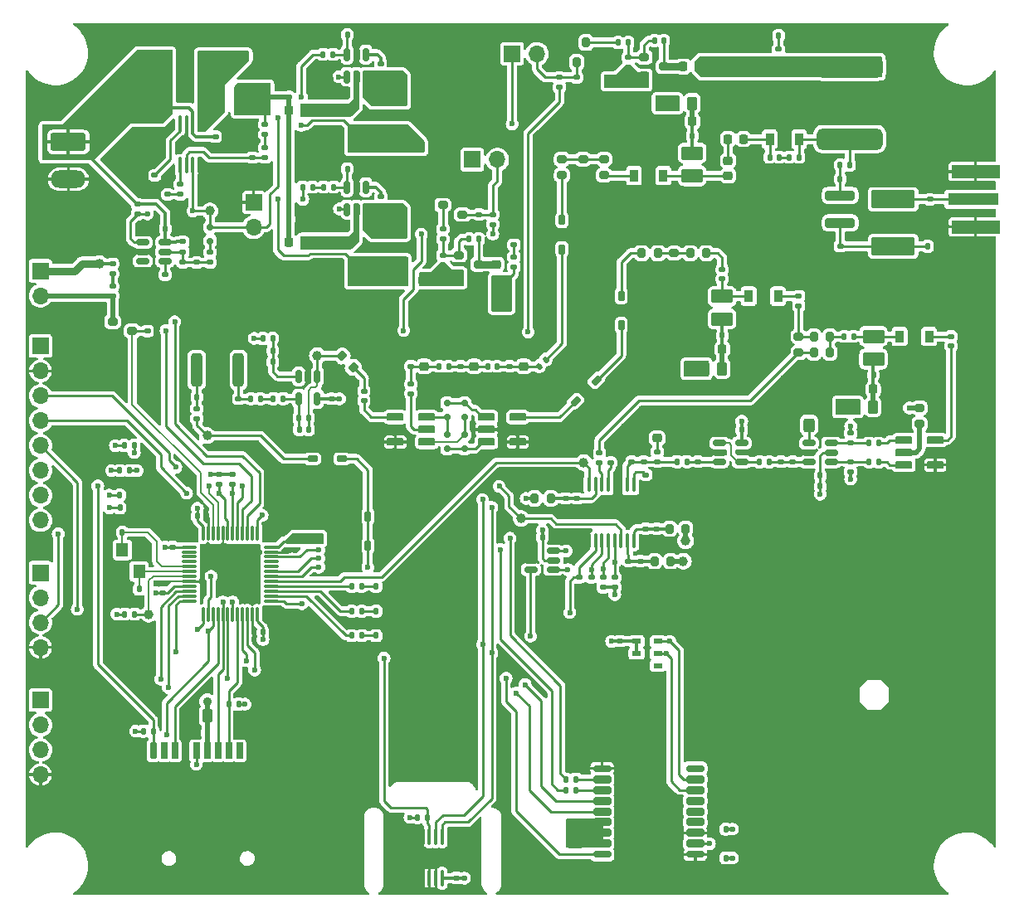
<source format=gtl>
%TF.GenerationSoftware,KiCad,Pcbnew,7.0.1*%
%TF.CreationDate,2023-06-24T00:20:46-07:00*%
%TF.ProjectId,Weather_Balloon_Payload_HW,57656174-6865-4725-9f42-616c6c6f6f6e,rev?*%
%TF.SameCoordinates,PX68e7780PY8583b00*%
%TF.FileFunction,Copper,L1,Top*%
%TF.FilePolarity,Positive*%
%FSLAX46Y46*%
G04 Gerber Fmt 4.6, Leading zero omitted, Abs format (unit mm)*
G04 Created by KiCad (PCBNEW 7.0.1) date 2023-06-24 00:20:46*
%MOMM*%
%LPD*%
G01*
G04 APERTURE LIST*
G04 Aperture macros list*
%AMRoundRect*
0 Rectangle with rounded corners*
0 $1 Rounding radius*
0 $2 $3 $4 $5 $6 $7 $8 $9 X,Y pos of 4 corners*
0 Add a 4 corners polygon primitive as box body*
4,1,4,$2,$3,$4,$5,$6,$7,$8,$9,$2,$3,0*
0 Add four circle primitives for the rounded corners*
1,1,$1+$1,$2,$3*
1,1,$1+$1,$4,$5*
1,1,$1+$1,$6,$7*
1,1,$1+$1,$8,$9*
0 Add four rect primitives between the rounded corners*
20,1,$1+$1,$2,$3,$4,$5,0*
20,1,$1+$1,$4,$5,$6,$7,0*
20,1,$1+$1,$6,$7,$8,$9,0*
20,1,$1+$1,$8,$9,$2,$3,0*%
%AMFreePoly0*
4,1,9,3.862500,-0.866500,0.737500,-0.866500,0.737500,-0.450000,-0.737500,-0.450000,-0.737500,0.450000,0.737500,0.450000,0.737500,0.866500,3.862500,0.866500,3.862500,-0.866500,3.862500,-0.866500,$1*%
G04 Aperture macros list end*
%TA.AperFunction,SMDPad,CuDef*%
%ADD10RoundRect,0.200000X-0.200000X-0.275000X0.200000X-0.275000X0.200000X0.275000X-0.200000X0.275000X0*%
%TD*%
%TA.AperFunction,SMDPad,CuDef*%
%ADD11RoundRect,0.140000X0.140000X0.170000X-0.140000X0.170000X-0.140000X-0.170000X0.140000X-0.170000X0*%
%TD*%
%TA.AperFunction,SMDPad,CuDef*%
%ADD12RoundRect,0.135000X0.185000X-0.135000X0.185000X0.135000X-0.185000X0.135000X-0.185000X-0.135000X0*%
%TD*%
%TA.AperFunction,SMDPad,CuDef*%
%ADD13RoundRect,0.150000X-0.150000X0.512500X-0.150000X-0.512500X0.150000X-0.512500X0.150000X0.512500X0*%
%TD*%
%TA.AperFunction,SMDPad,CuDef*%
%ADD14RoundRect,0.135000X-0.185000X0.135000X-0.185000X-0.135000X0.185000X-0.135000X0.185000X0.135000X0*%
%TD*%
%TA.AperFunction,SMDPad,CuDef*%
%ADD15RoundRect,0.140000X-0.140000X-0.170000X0.140000X-0.170000X0.140000X0.170000X-0.140000X0.170000X0*%
%TD*%
%TA.AperFunction,SMDPad,CuDef*%
%ADD16RoundRect,0.140000X-0.170000X0.140000X-0.170000X-0.140000X0.170000X-0.140000X0.170000X0.140000X0*%
%TD*%
%TA.AperFunction,SMDPad,CuDef*%
%ADD17RoundRect,0.225000X0.250000X-0.225000X0.250000X0.225000X-0.250000X0.225000X-0.250000X-0.225000X0*%
%TD*%
%TA.AperFunction,SMDPad,CuDef*%
%ADD18RoundRect,0.200000X0.275000X-0.200000X0.275000X0.200000X-0.275000X0.200000X-0.275000X-0.200000X0*%
%TD*%
%TA.AperFunction,SMDPad,CuDef*%
%ADD19R,3.700000X1.100000*%
%TD*%
%TA.AperFunction,SMDPad,CuDef*%
%ADD20RoundRect,0.147500X0.147500X0.172500X-0.147500X0.172500X-0.147500X-0.172500X0.147500X-0.172500X0*%
%TD*%
%TA.AperFunction,SMDPad,CuDef*%
%ADD21RoundRect,0.140000X0.170000X-0.140000X0.170000X0.140000X-0.170000X0.140000X-0.170000X-0.140000X0*%
%TD*%
%TA.AperFunction,SMDPad,CuDef*%
%ADD22RoundRect,0.135000X0.135000X0.185000X-0.135000X0.185000X-0.135000X-0.185000X0.135000X-0.185000X0*%
%TD*%
%TA.AperFunction,SMDPad,CuDef*%
%ADD23RoundRect,0.135000X-0.135000X-0.185000X0.135000X-0.185000X0.135000X0.185000X-0.135000X0.185000X0*%
%TD*%
%TA.AperFunction,SMDPad,CuDef*%
%ADD24RoundRect,0.250000X-0.650000X0.325000X-0.650000X-0.325000X0.650000X-0.325000X0.650000X0.325000X0*%
%TD*%
%TA.AperFunction,SMDPad,CuDef*%
%ADD25RoundRect,0.250000X0.262500X0.450000X-0.262500X0.450000X-0.262500X-0.450000X0.262500X-0.450000X0*%
%TD*%
%TA.AperFunction,SMDPad,CuDef*%
%ADD26RoundRect,0.150000X-0.200000X0.150000X-0.200000X-0.150000X0.200000X-0.150000X0.200000X0.150000X0*%
%TD*%
%TA.AperFunction,SMDPad,CuDef*%
%ADD27RoundRect,0.089000X2.136000X-0.801000X2.136000X0.801000X-2.136000X0.801000X-2.136000X-0.801000X0*%
%TD*%
%TA.AperFunction,SMDPad,CuDef*%
%ADD28RoundRect,0.250000X0.325000X1.100000X-0.325000X1.100000X-0.325000X-1.100000X0.325000X-1.100000X0*%
%TD*%
%TA.AperFunction,SMDPad,CuDef*%
%ADD29RoundRect,0.200000X0.200000X0.275000X-0.200000X0.275000X-0.200000X-0.275000X0.200000X-0.275000X0*%
%TD*%
%TA.AperFunction,SMDPad,CuDef*%
%ADD30RoundRect,0.250000X-0.325000X-0.450000X0.325000X-0.450000X0.325000X0.450000X-0.325000X0.450000X0*%
%TD*%
%TA.AperFunction,SMDPad,CuDef*%
%ADD31RoundRect,0.076200X0.749300X-0.304800X0.749300X0.304800X-0.749300X0.304800X-0.749300X-0.304800X0*%
%TD*%
%TA.AperFunction,SMDPad,CuDef*%
%ADD32RoundRect,0.225000X0.225000X0.250000X-0.225000X0.250000X-0.225000X-0.250000X0.225000X-0.250000X0*%
%TD*%
%TA.AperFunction,SMDPad,CuDef*%
%ADD33RoundRect,0.150000X0.200000X-0.150000X0.200000X0.150000X-0.200000X0.150000X-0.200000X-0.150000X0*%
%TD*%
%TA.AperFunction,ComponentPad*%
%ADD34R,1.700000X1.700000*%
%TD*%
%TA.AperFunction,ComponentPad*%
%ADD35O,1.700000X1.700000*%
%TD*%
%TA.AperFunction,SMDPad,CuDef*%
%ADD36R,0.950000X0.550000*%
%TD*%
%TA.AperFunction,SMDPad,CuDef*%
%ADD37C,1.000000*%
%TD*%
%TA.AperFunction,SMDPad,CuDef*%
%ADD38RoundRect,0.100000X0.100000X-0.712500X0.100000X0.712500X-0.100000X0.712500X-0.100000X-0.712500X0*%
%TD*%
%TA.AperFunction,SMDPad,CuDef*%
%ADD39RoundRect,0.200000X0.335876X0.053033X0.053033X0.335876X-0.335876X-0.053033X-0.053033X-0.335876X0*%
%TD*%
%TA.AperFunction,SMDPad,CuDef*%
%ADD40RoundRect,0.225000X0.375000X-0.225000X0.375000X0.225000X-0.375000X0.225000X-0.375000X-0.225000X0*%
%TD*%
%TA.AperFunction,SMDPad,CuDef*%
%ADD41RoundRect,0.218750X0.256250X-0.218750X0.256250X0.218750X-0.256250X0.218750X-0.256250X-0.218750X0*%
%TD*%
%TA.AperFunction,SMDPad,CuDef*%
%ADD42RoundRect,0.035000X-0.315000X-0.765000X0.315000X-0.765000X0.315000X0.765000X-0.315000X0.765000X0*%
%TD*%
%TA.AperFunction,SMDPad,CuDef*%
%ADD43RoundRect,0.032500X-0.292500X-0.767500X0.292500X-0.767500X0.292500X0.767500X-0.292500X0.767500X0*%
%TD*%
%TA.AperFunction,SMDPad,CuDef*%
%ADD44RoundRect,0.055000X-0.495000X-0.695000X0.495000X-0.695000X0.495000X0.695000X-0.495000X0.695000X0*%
%TD*%
%TA.AperFunction,SMDPad,CuDef*%
%ADD45RoundRect,0.060000X-0.540000X-1.040000X0.540000X-1.040000X0.540000X1.040000X-0.540000X1.040000X0*%
%TD*%
%TA.AperFunction,SMDPad,CuDef*%
%ADD46RoundRect,0.075000X-0.725000X-0.675000X0.725000X-0.675000X0.725000X0.675000X-0.725000X0.675000X0*%
%TD*%
%TA.AperFunction,SMDPad,CuDef*%
%ADD47RoundRect,0.225000X-0.250000X0.225000X-0.250000X-0.225000X0.250000X-0.225000X0.250000X0.225000X0*%
%TD*%
%TA.AperFunction,ComponentPad*%
%ADD48RoundRect,0.250000X-1.550000X0.650000X-1.550000X-0.650000X1.550000X-0.650000X1.550000X0.650000X0*%
%TD*%
%TA.AperFunction,ComponentPad*%
%ADD49O,3.600000X1.800000*%
%TD*%
%TA.AperFunction,SMDPad,CuDef*%
%ADD50RoundRect,0.075000X-0.662500X-0.075000X0.662500X-0.075000X0.662500X0.075000X-0.662500X0.075000X0*%
%TD*%
%TA.AperFunction,SMDPad,CuDef*%
%ADD51RoundRect,0.075000X-0.075000X-0.662500X0.075000X-0.662500X0.075000X0.662500X-0.075000X0.662500X0*%
%TD*%
%TA.AperFunction,SMDPad,CuDef*%
%ADD52R,5.200000X1.270000*%
%TD*%
%TA.AperFunction,SMDPad,CuDef*%
%ADD53R,4.900000X1.350000*%
%TD*%
%TA.AperFunction,SMDPad,CuDef*%
%ADD54RoundRect,0.150000X-0.512500X-0.150000X0.512500X-0.150000X0.512500X0.150000X-0.512500X0.150000X0*%
%TD*%
%TA.AperFunction,SMDPad,CuDef*%
%ADD55RoundRect,0.140000X-0.021213X0.219203X-0.219203X0.021213X0.021213X-0.219203X0.219203X-0.021213X0*%
%TD*%
%TA.AperFunction,SMDPad,CuDef*%
%ADD56RoundRect,0.100000X-0.100000X0.637500X-0.100000X-0.637500X0.100000X-0.637500X0.100000X0.637500X0*%
%TD*%
%TA.AperFunction,SMDPad,CuDef*%
%ADD57R,2.350000X3.500000*%
%TD*%
%TA.AperFunction,SMDPad,CuDef*%
%ADD58RoundRect,0.250000X0.250000X0.475000X-0.250000X0.475000X-0.250000X-0.475000X0.250000X-0.475000X0*%
%TD*%
%TA.AperFunction,SMDPad,CuDef*%
%ADD59RoundRect,0.225000X-0.225000X-0.250000X0.225000X-0.250000X0.225000X0.250000X-0.225000X0.250000X0*%
%TD*%
%TA.AperFunction,SMDPad,CuDef*%
%ADD60RoundRect,0.200000X-0.275000X0.200000X-0.275000X-0.200000X0.275000X-0.200000X0.275000X0.200000X0*%
%TD*%
%TA.AperFunction,SMDPad,CuDef*%
%ADD61RoundRect,0.540000X-2.825000X0.540000X-2.825000X-0.540000X2.825000X-0.540000X2.825000X0.540000X0*%
%TD*%
%TA.AperFunction,SMDPad,CuDef*%
%ADD62RoundRect,0.200000X-0.300000X-0.200000X0.300000X-0.200000X0.300000X0.200000X-0.300000X0.200000X0*%
%TD*%
%TA.AperFunction,SMDPad,CuDef*%
%ADD63RoundRect,0.250000X0.650000X-0.325000X0.650000X0.325000X-0.650000X0.325000X-0.650000X-0.325000X0*%
%TD*%
%TA.AperFunction,SMDPad,CuDef*%
%ADD64RoundRect,0.218750X-0.218750X-0.256250X0.218750X-0.256250X0.218750X0.256250X-0.218750X0.256250X0*%
%TD*%
%TA.AperFunction,SMDPad,CuDef*%
%ADD65RoundRect,0.147500X-0.172500X0.147500X-0.172500X-0.147500X0.172500X-0.147500X0.172500X0.147500X0*%
%TD*%
%TA.AperFunction,SMDPad,CuDef*%
%ADD66RoundRect,0.175000X-0.725000X-0.175000X0.725000X-0.175000X0.725000X0.175000X-0.725000X0.175000X0*%
%TD*%
%TA.AperFunction,SMDPad,CuDef*%
%ADD67RoundRect,0.200000X-0.700000X-0.200000X0.700000X-0.200000X0.700000X0.200000X-0.700000X0.200000X0*%
%TD*%
%TA.AperFunction,SMDPad,CuDef*%
%ADD68R,0.900000X1.300000*%
%TD*%
%TA.AperFunction,SMDPad,CuDef*%
%ADD69FreePoly0,90.000000*%
%TD*%
%TA.AperFunction,SMDPad,CuDef*%
%ADD70RoundRect,0.250000X0.325000X0.650000X-0.325000X0.650000X-0.325000X-0.650000X0.325000X-0.650000X0*%
%TD*%
%TA.AperFunction,SMDPad,CuDef*%
%ADD71RoundRect,0.255000X-1.270000X0.255000X-1.270000X-0.255000X1.270000X-0.255000X1.270000X0.255000X0*%
%TD*%
%TA.AperFunction,SMDPad,CuDef*%
%ADD72RoundRect,0.100000X-0.100000X0.712500X-0.100000X-0.712500X0.100000X-0.712500X0.100000X0.712500X0*%
%TD*%
%TA.AperFunction,SMDPad,CuDef*%
%ADD73RoundRect,0.076200X-0.749300X0.304800X-0.749300X-0.304800X0.749300X-0.304800X0.749300X0.304800X0*%
%TD*%
%TA.AperFunction,SMDPad,CuDef*%
%ADD74FreePoly0,270.000000*%
%TD*%
%TA.AperFunction,SMDPad,CuDef*%
%ADD75RoundRect,0.250001X0.849999X-0.462499X0.849999X0.462499X-0.849999X0.462499X-0.849999X-0.462499X0*%
%TD*%
%TA.AperFunction,SMDPad,CuDef*%
%ADD76RoundRect,0.250000X-0.312500X-1.450000X0.312500X-1.450000X0.312500X1.450000X-0.312500X1.450000X0*%
%TD*%
%TA.AperFunction,SMDPad,CuDef*%
%ADD77R,1.200000X1.400000*%
%TD*%
%TA.AperFunction,SMDPad,CuDef*%
%ADD78RoundRect,0.250000X0.475000X-0.250000X0.475000X0.250000X-0.475000X0.250000X-0.475000X-0.250000X0*%
%TD*%
%TA.AperFunction,SMDPad,CuDef*%
%ADD79RoundRect,0.250001X-0.849999X0.462499X-0.849999X-0.462499X0.849999X-0.462499X0.849999X0.462499X0*%
%TD*%
%TA.AperFunction,SMDPad,CuDef*%
%ADD80RoundRect,0.090000X-0.410000X-0.210000X0.410000X-0.210000X0.410000X0.210000X-0.410000X0.210000X0*%
%TD*%
%TA.AperFunction,SMDPad,CuDef*%
%ADD81RoundRect,0.120000X-0.580000X-0.280000X0.580000X-0.280000X0.580000X0.280000X-0.580000X0.280000X0*%
%TD*%
%TA.AperFunction,SMDPad,CuDef*%
%ADD82RoundRect,0.200000X0.300000X0.200000X-0.300000X0.200000X-0.300000X-0.200000X0.300000X-0.200000X0*%
%TD*%
%TA.AperFunction,SMDPad,CuDef*%
%ADD83RoundRect,0.200000X0.200000X-0.300000X0.200000X0.300000X-0.200000X0.300000X-0.200000X-0.300000X0*%
%TD*%
%TA.AperFunction,SMDPad,CuDef*%
%ADD84RoundRect,0.090000X0.210000X-0.410000X0.210000X0.410000X-0.210000X0.410000X-0.210000X-0.410000X0*%
%TD*%
%TA.AperFunction,SMDPad,CuDef*%
%ADD85RoundRect,0.120000X0.280000X-0.580000X0.280000X0.580000X-0.280000X0.580000X-0.280000X-0.580000X0*%
%TD*%
%TA.AperFunction,SMDPad,CuDef*%
%ADD86RoundRect,0.218750X-0.256250X0.218750X-0.256250X-0.218750X0.256250X-0.218750X0.256250X0.218750X0*%
%TD*%
%TA.AperFunction,SMDPad,CuDef*%
%ADD87RoundRect,0.090000X-0.141421X-0.438406X0.438406X0.141421X0.141421X0.438406X-0.438406X-0.141421X0*%
%TD*%
%TA.AperFunction,SMDPad,CuDef*%
%ADD88RoundRect,0.120000X-0.212132X-0.608112X0.608112X0.212132X0.212132X0.608112X-0.608112X-0.212132X0*%
%TD*%
%TA.AperFunction,SMDPad,CuDef*%
%ADD89RoundRect,0.147500X0.172500X-0.147500X0.172500X0.147500X-0.172500X0.147500X-0.172500X-0.147500X0*%
%TD*%
%TA.AperFunction,SMDPad,CuDef*%
%ADD90RoundRect,0.090000X-0.210000X0.410000X-0.210000X-0.410000X0.210000X-0.410000X0.210000X0.410000X0*%
%TD*%
%TA.AperFunction,SMDPad,CuDef*%
%ADD91RoundRect,0.120000X-0.280000X0.580000X-0.280000X-0.580000X0.280000X-0.580000X0.280000X0.580000X0*%
%TD*%
%TA.AperFunction,ViaPad*%
%ADD92C,0.600000*%
%TD*%
%TA.AperFunction,ViaPad*%
%ADD93C,0.900000*%
%TD*%
%TA.AperFunction,ViaPad*%
%ADD94C,1.000000*%
%TD*%
%TA.AperFunction,Conductor*%
%ADD95C,0.250000*%
%TD*%
%TA.AperFunction,Conductor*%
%ADD96C,0.200000*%
%TD*%
%TA.AperFunction,Conductor*%
%ADD97C,0.350000*%
%TD*%
%TA.AperFunction,Conductor*%
%ADD98C,0.293000*%
%TD*%
%TA.AperFunction,Conductor*%
%ADD99C,0.500000*%
%TD*%
%TA.AperFunction,Conductor*%
%ADD100C,0.750000*%
%TD*%
G04 APERTURE END LIST*
D10*
%TO.P,R33,1*%
%TO.N,/LO Generator/DVDD*%
X64650000Y34562500D03*
%TO.P,R33,2*%
%TO.N,+3V0*%
X66300000Y34562500D03*
%TD*%
D11*
%TO.P,C59,1*%
%TO.N,+3V0*%
X53205000Y37000000D03*
%TO.P,C59,2*%
%TO.N,GND*%
X52245000Y37000000D03*
%TD*%
D12*
%TO.P,R58,1*%
%TO.N,+5V*%
X43050000Y64780000D03*
%TO.P,R58,2*%
%TO.N,/Power/5P0_PFET_G*%
X43050000Y65800000D03*
%TD*%
D13*
%TO.P,U15,1*%
%TO.N,/Transmitter/BASEBAND*%
X30250000Y53417500D03*
%TO.P,U15,2,V-*%
%TO.N,GND*%
X29300000Y53417500D03*
%TO.P,U15,3,+*%
%TO.N,/Transmitter/U15_INP*%
X28350000Y53417500D03*
%TO.P,U15,4,-*%
%TO.N,/Transmitter/U15_INN*%
X28350000Y51142500D03*
%TO.P,U15,5,V+*%
%TO.N,+3V0*%
X30250000Y51142500D03*
%TD*%
D14*
%TO.P,R40,1*%
%TO.N,/LO Generator/LOOP_FILT_RC*%
X64925000Y45722500D03*
%TO.P,R40,2*%
%TO.N,/LO Generator/PLL_CP_OUT*%
X64925000Y44702500D03*
%TD*%
D15*
%TO.P,C7,1*%
%TO.N,+8V*%
X27350000Y69500000D03*
%TO.P,C7,2*%
%TO.N,GND*%
X28310000Y69500000D03*
%TD*%
D16*
%TO.P,C42,1*%
%TO.N,/LO Generator/LO_AMP_IN*%
X79350000Y61600000D03*
%TO.P,C42,2*%
%TO.N,/LO Generator/LO_PREAMP*%
X79350000Y60640000D03*
%TD*%
D17*
%TO.P,C50,1*%
%TO.N,/LO Generator/LOOP_FILT_RC*%
X64925000Y47112500D03*
%TO.P,C50,2*%
%TO.N,GND*%
X64925000Y48662500D03*
%TD*%
D18*
%TO.P,R48,1*%
%TO.N,GND*%
X66650000Y64350000D03*
%TO.P,R48,2*%
%TO.N,/LO Generator/LO_T_ATTN*%
X66650000Y66000000D03*
%TD*%
D19*
%TO.P,L2,1,1*%
%TO.N,/Power/SW_5P0*%
X37587500Y68100000D03*
%TO.P,L2,2,2*%
%TO.N,+5V*%
X37587500Y65100000D03*
%TD*%
D20*
%TO.P,D11,1,K*%
%TO.N,GND*%
X37190000Y26950000D03*
%TO.P,D11,2,A*%
%TO.N,/Microcontroller/LED_0_A*%
X36220000Y26950000D03*
%TD*%
D21*
%TO.P,C60,1*%
%TO.N,+3V0*%
X31700000Y51130000D03*
%TO.P,C60,2*%
%TO.N,GND*%
X31700000Y52090000D03*
%TD*%
D22*
%TO.P,R69,1*%
%TO.N,/Microcontroller/LED_1_A*%
X34770000Y29450000D03*
%TO.P,R69,2*%
%TO.N,/Microcontroller/LED_1*%
X33750000Y29450000D03*
%TD*%
D23*
%TO.P,R53,1*%
%TO.N,+3V0*%
X24680000Y57300000D03*
%TO.P,R53,2*%
%TO.N,/Transmitter/U15_INP*%
X25700000Y57300000D03*
%TD*%
D24*
%TO.P,C29,1*%
%TO.N,+8V*%
X60500000Y83625000D03*
%TO.P,C29,2*%
%TO.N,GND*%
X60500000Y80675000D03*
%TD*%
D25*
%TO.P,R56,1*%
%TO.N,Net-(C74-Pad1)*%
X68500000Y81300000D03*
%TO.P,R56,2*%
%TO.N,V-5P0*%
X66675000Y81300000D03*
%TD*%
D26*
%TO.P,D7,1,K*%
%TO.N,/Transmitter/DBM_2*%
X45250000Y49300000D03*
%TO.P,D7,2,A*%
%TO.N,/Transmitter/DBM_1*%
X45250000Y50700000D03*
%TD*%
D27*
%TO.P,L15,1,1*%
%TO.N,/Transmitter/ANT_MATCH_2*%
X89000000Y66700000D03*
%TO.P,L15,2,2*%
%TO.N,/Transmitter/ANT_CONN*%
X89000000Y71500000D03*
%TD*%
D28*
%TO.P,C11,1*%
%TO.N,+5V*%
X33987500Y64100000D03*
%TO.P,C11,2*%
%TO.N,GND*%
X31037500Y64100000D03*
%TD*%
D29*
%TO.P,R35,1*%
%TO.N,/LO Generator/AVDD*%
X54075000Y40962500D03*
%TO.P,R35,2*%
%TO.N,+3V0*%
X52425000Y40962500D03*
%TD*%
D12*
%TO.P,R57,1*%
%TO.N,V-8P0_PA*%
X77300000Y85800000D03*
%TO.P,R57,2*%
%TO.N,/Power/PA_EN_LED*%
X77300000Y86820000D03*
%TD*%
D30*
%TO.P,L6,1,1*%
%TO.N,GND*%
X78350000Y48450000D03*
%TO.P,L6,2,2*%
%TO.N,/LO Generator/VCO_IND*%
X80400000Y48450000D03*
%TD*%
D24*
%TO.P,C82,1*%
%TO.N,V-8P0_PA*%
X74200000Y84950000D03*
%TO.P,C82,2*%
%TO.N,GND*%
X74200000Y82000000D03*
%TD*%
%TO.P,C12,1*%
%TO.N,+8V*%
X22700000Y80700000D03*
%TO.P,C12,2*%
%TO.N,GND*%
X22700000Y77750000D03*
%TD*%
D31*
%TO.P,T3,1*%
%TO.N,/Transmitter/DBM_4*%
X41400000Y49270000D03*
%TO.P,T3,2*%
%TO.N,/Transmitter/MIX_IF_OUT*%
X41400000Y48000000D03*
%TO.P,T3,3*%
%TO.N,/Transmitter/DBM_2*%
X41400000Y46730000D03*
%TO.P,T3,4*%
%TO.N,GND*%
X38200000Y46730000D03*
%TO.P,T3,6*%
%TO.N,/Transmitter/MIX_RF_IN*%
X38200000Y49270000D03*
%TD*%
D15*
%TO.P,C27,1*%
%TO.N,GND*%
X9390000Y37500000D03*
%TO.P,C27,2*%
%TO.N,/Microcontroller/OSC_IN*%
X10350000Y37500000D03*
%TD*%
D22*
%TO.P,R43,1*%
%TO.N,/LO Generator/VCO_TUNE*%
X76360000Y44700000D03*
%TO.P,R43,2*%
%TO.N,/LO Generator/LOOP_FILT_BUF*%
X75340000Y44700000D03*
%TD*%
D15*
%TO.P,C83,1*%
%TO.N,/Transmitter/ANT_MATCH*%
X83590000Y75000000D03*
%TO.P,C83,2*%
%TO.N,/Transmitter/PA_RF_DC*%
X84550000Y75000000D03*
%TD*%
D32*
%TO.P,C74,1*%
%TO.N,Net-(C74-Pad1)*%
X68500000Y79450000D03*
%TO.P,C74,2*%
%TO.N,GND*%
X66950000Y79450000D03*
%TD*%
D33*
%TO.P,D4,1,K*%
%TO.N,/Power/UVLO_RSTB*%
X19300000Y68650000D03*
%TO.P,D4,2,A*%
%TO.N,/Power/UVLO_HYST*%
X19300000Y67250000D03*
%TD*%
D34*
%TO.P,JP2,1,A*%
%TO.N,+3V0*%
X46060000Y75550000D03*
D35*
%TO.P,JP2,2,B*%
%TO.N,/Power/5P0_EN_NFET_G*%
X48600000Y75550000D03*
%TD*%
D22*
%TO.P,R23,1*%
%TO.N,/Microcontroller/STM_RSTB*%
X11600000Y29150000D03*
%TO.P,R23,2*%
%TO.N,+3V0*%
X10580000Y29150000D03*
%TD*%
D23*
%TO.P,R17,1*%
%TO.N,/GPS and Barometer/TSNS_EXT_A1*%
X10090000Y41300000D03*
%TO.P,R17,2*%
%TO.N,GND*%
X11110000Y41300000D03*
%TD*%
D15*
%TO.P,C58,1*%
%TO.N,/LO Generator/VCO_OUT_N*%
X86550000Y44700000D03*
%TO.P,C58,2*%
%TO.N,Net-(C58-Pad2)*%
X87510000Y44700000D03*
%TD*%
D36*
%TO.P,U6,1,VDD*%
%TO.N,+3V0*%
X62825000Y26375000D03*
%TO.P,U6,2,PS*%
X62825000Y25125000D03*
%TO.P,U6,3,GND*%
%TO.N,GND*%
X62825000Y23875000D03*
%TO.P,U6,4,CSB*%
X62825000Y22625000D03*
%TO.P,U6,5,CSB*%
X64975000Y22625000D03*
%TO.P,U6,6,SDO*%
%TO.N,/GPS and Barometer/BARO_SDO_NC*%
X64975000Y23875000D03*
%TO.P,U6,7,SDI/SDA*%
%TO.N,I2C_SDA*%
X64975000Y25125000D03*
%TO.P,U6,8,SCLK*%
%TO.N,I2C_SCL*%
X64975000Y26375000D03*
%TD*%
D22*
%TO.P,R68,1*%
%TO.N,/Microcontroller/LED_0_A*%
X34770000Y26950000D03*
%TO.P,R68,2*%
%TO.N,/Microcontroller/LED_0*%
X33750000Y26950000D03*
%TD*%
D33*
%TO.P,D6,1,K*%
%TO.N,/Transmitter/DBM_1*%
X43500000Y50700000D03*
%TO.P,D6,2,A*%
%TO.N,/Transmitter/DBM_4*%
X43500000Y49300000D03*
%TD*%
D16*
%TO.P,C87,1*%
%TO.N,/Transmitter/ANT_MATCH_2*%
X83600000Y66700000D03*
%TO.P,C87,2*%
%TO.N,GND*%
X83600000Y65740000D03*
%TD*%
D37*
%TO.P,TP8,1,1*%
%TO.N,GND*%
X28150000Y55530000D03*
%TD*%
D22*
%TO.P,R4,1*%
%TO.N,/Power/FB_R_5P0*%
X29760000Y72750000D03*
%TO.P,R4,2*%
%TO.N,+5V*%
X28740000Y72750000D03*
%TD*%
D38*
%TO.P,U3,1,COMP*%
%TO.N,/Power/COMP_8P0*%
X16250000Y74975000D03*
%TO.P,U3,2,FB*%
%TO.N,/Power/FB_8P0*%
X16900000Y74975000D03*
%TO.P,U3,3,EN*%
%TO.N,/Power/UVLO_RSTB*%
X17550000Y74975000D03*
%TO.P,U3,4,GND*%
%TO.N,GND*%
X18200000Y74975000D03*
%TO.P,U3,5,SW*%
%TO.N,/Power/SW_8P0*%
X18200000Y79200000D03*
%TO.P,U3,6,VIN*%
%TO.N,/Power/BATT_VIN*%
X17550000Y79200000D03*
%TO.P,U3,7,FREQ*%
%TO.N,GND*%
X16900000Y79200000D03*
%TO.P,U3,8,SS*%
%TO.N,/Power/SS_8P0*%
X16250000Y79200000D03*
%TD*%
D22*
%TO.P,R66,1*%
%TO.N,+3V0*%
X22220000Y19950000D03*
%TO.P,R66,2*%
%TO.N,SD_CS*%
X21200000Y19950000D03*
%TD*%
D16*
%TO.P,C16,1*%
%TO.N,/Power/UVLO_SNS*%
X16530000Y65050000D03*
%TO.P,C16,2*%
%TO.N,GND*%
X16530000Y64090000D03*
%TD*%
D39*
%TO.P,R50,1*%
%TO.N,/Transmitter/BASE_FILT_50*%
X33916726Y54343274D03*
%TO.P,R50,2*%
%TO.N,/Transmitter/BASEBAND*%
X32750000Y55510000D03*
%TD*%
D16*
%TO.P,C66,1*%
%TO.N,/Transmitter/MIX_FILT_1*%
X39800000Y52630000D03*
%TO.P,C66,2*%
%TO.N,/Transmitter/MIX_IF_OUT*%
X39800000Y51670000D03*
%TD*%
D21*
%TO.P,C20,1*%
%TO.N,GND*%
X61150000Y25440000D03*
%TO.P,C20,2*%
%TO.N,+3V0*%
X61150000Y26400000D03*
%TD*%
%TO.P,C47,1*%
%TO.N,/LO Generator/VP_3V3*%
X64875000Y37862500D03*
%TO.P,C47,2*%
%TO.N,GND*%
X64875000Y38822500D03*
%TD*%
D16*
%TO.P,C45,1*%
%TO.N,/LO Generator/LO_T_ATTN_IN*%
X71550000Y64330000D03*
%TO.P,C45,2*%
%TO.N,/LO Generator/LO_AMP_OUT*%
X71550000Y63370000D03*
%TD*%
D20*
%TO.P,D12,1,K*%
%TO.N,GND*%
X37205000Y29450000D03*
%TO.P,D12,2,A*%
%TO.N,/Microcontroller/LED_1_A*%
X36235000Y29450000D03*
%TD*%
D11*
%TO.P,C86,1*%
%TO.N,/Transmitter/ANT_MATCH*%
X83590000Y73600000D03*
%TO.P,C86,2*%
%TO.N,GND*%
X82630000Y73600000D03*
%TD*%
D12*
%TO.P,R13,1*%
%TO.N,/Power/UVLO_SNS*%
X19300000Y65050000D03*
%TO.P,R13,2*%
%TO.N,/Power/UVLO_HYST*%
X19300000Y66070000D03*
%TD*%
D23*
%TO.P,R18,1*%
%TO.N,/GPS and Barometer/TSNS_EXT_A2*%
X10100000Y40000000D03*
%TO.P,R18,2*%
%TO.N,GND*%
X11120000Y40000000D03*
%TD*%
D21*
%TO.P,C6,1*%
%TO.N,+8V*%
X27350000Y81950000D03*
%TO.P,C6,2*%
%TO.N,GND*%
X27350000Y82910000D03*
%TD*%
D12*
%TO.P,R21,1*%
%TO.N,I2C_SCL*%
X21600000Y42400000D03*
%TO.P,R21,2*%
%TO.N,+3V0*%
X21600000Y43420000D03*
%TD*%
D13*
%TO.P,U2,1,BS*%
%TO.N,/Power/BST_5P0*%
X35187500Y72737500D03*
%TO.P,U2,2,GND*%
%TO.N,GND*%
X34237500Y72737500D03*
%TO.P,U2,3,FB*%
%TO.N,/Power/FB_5P0*%
X33287500Y72737500D03*
%TO.P,U2,4,EN*%
%TO.N,/Power/UVLO_RSTB*%
X33287500Y70462500D03*
%TO.P,U2,5,IN*%
%TO.N,/Power/VIN_5P0*%
X34237500Y70462500D03*
%TO.P,U2,6,SW*%
%TO.N,/Power/SW_5P0*%
X35187500Y70462500D03*
%TD*%
D15*
%TO.P,C30,1*%
%TO.N,/Power/PA_PFET_G*%
X64640000Y87700000D03*
%TO.P,C30,2*%
%TO.N,/Power/SW_OUT_8P0*%
X65600000Y87700000D03*
%TD*%
D40*
%TO.P,D1,1,K*%
%TO.N,/Power/SW_3P0*%
X38637500Y84000000D03*
%TO.P,D1,2,A*%
%TO.N,GND*%
X38637500Y87300000D03*
%TD*%
D10*
%TO.P,R34,1*%
%TO.N,/LO Generator/PLL_RFIN*%
X80900000Y55850000D03*
%TO.P,R34,2*%
%TO.N,/LO Generator/RF_SE_DIV_IN*%
X82550000Y55850000D03*
%TD*%
D16*
%TO.P,C24,1*%
%TO.N,+3V0*%
X27300000Y36600000D03*
%TO.P,C24,2*%
%TO.N,GND*%
X27300000Y35640000D03*
%TD*%
D14*
%TO.P,R6,1*%
%TO.N,+8V*%
X24900000Y79150000D03*
%TO.P,R6,2*%
%TO.N,/Power/FB_R_8P0*%
X24900000Y78130000D03*
%TD*%
D23*
%TO.P,R20,1*%
%TO.N,+3V0*%
X40430000Y8400000D03*
%TO.P,R20,2*%
%TO.N,TSNS_INT_ALERT*%
X41450000Y8400000D03*
%TD*%
D16*
%TO.P,C36,1*%
%TO.N,/LO Generator/RF_SE_AMP_IN*%
X94900000Y57500000D03*
%TO.P,C36,2*%
%TO.N,/LO Generator/RF_SE*%
X94900000Y56540000D03*
%TD*%
D14*
%TO.P,R44,1*%
%TO.N,+3V0*%
X84650000Y47620000D03*
%TO.P,R44,2*%
%TO.N,/LO Generator/VCO_OUT_P*%
X84650000Y46600000D03*
%TD*%
D11*
%TO.P,C64,1*%
%TO.N,GND*%
X18910000Y51330000D03*
%TO.P,C64,2*%
%TO.N,/Transmitter/PWM_FILT_IN*%
X17950000Y51330000D03*
%TD*%
D37*
%TO.P,TP5,1,1*%
%TO.N,/Microcontroller/STM_RSTB*%
X13050000Y29150000D03*
%TD*%
D41*
%TO.P,L10,1,1*%
%TO.N,/Transmitter/MIX_FILT_3*%
X51300000Y54450000D03*
%TO.P,L10,2,2*%
%TO.N,GND*%
X51300000Y56025000D03*
%TD*%
D37*
%TO.P,TP1,1,1*%
%TO.N,/Power/UVLO_RSTB*%
X19300000Y70300000D03*
%TD*%
D16*
%TO.P,C61,1*%
%TO.N,/Transmitter/BASE_FILT_50*%
X35000000Y51910000D03*
%TO.P,C61,2*%
%TO.N,/Transmitter/MIX_RF_IN*%
X35000000Y50950000D03*
%TD*%
D21*
%TO.P,C34,1*%
%TO.N,GND*%
X62000000Y33602500D03*
%TO.P,C34,2*%
%TO.N,/LO Generator/DVDD*%
X62000000Y34562500D03*
%TD*%
D15*
%TO.P,C78,1*%
%TO.N,/Power/5P0_PFET_G*%
X45740000Y67450000D03*
%TO.P,C78,2*%
%TO.N,/Power/SW_OUT_5P0*%
X46700000Y67450000D03*
%TD*%
D42*
%TO.P,J9,1,DAT2*%
%TO.N,/Microcontroller/SD_DAT2_NC*%
X22300000Y15200000D03*
%TO.P,J9,2,DAT3/CD*%
%TO.N,SD_CS*%
X21200000Y15200000D03*
%TO.P,J9,3,CMD*%
%TO.N,SPI_MOSI*%
X20100000Y15200000D03*
%TO.P,J9,4,VDD*%
%TO.N,+3V0*%
X19000000Y15200000D03*
%TO.P,J9,5,CLK*%
%TO.N,SPI_SCLK*%
X17900000Y15200000D03*
%TO.P,J9,6,VSS*%
%TO.N,GND*%
X16800000Y15200000D03*
%TO.P,J9,7,DAT0*%
%TO.N,SPI_MISO*%
X15700000Y15200000D03*
%TO.P,J9,8,DAT1*%
%TO.N,/Microcontroller/SD_DAT1_NC*%
X14600000Y15200000D03*
D43*
%TO.P,J9,9,DET*%
%TO.N,SD_DET*%
X13500000Y15200000D03*
D44*
%TO.P,J9,10,SHIELD*%
%TO.N,GND*%
X12250000Y14200000D03*
D45*
X12300000Y4600000D03*
D46*
X26900000Y14200000D03*
D45*
X27800000Y4600000D03*
%TD*%
D47*
%TO.P,C76,1*%
%TO.N,/Transmitter/PA_AMP_IN_1*%
X72150000Y75450000D03*
%TO.P,C76,2*%
%TO.N,/Transmitter/RF_TX_AMP_OUT*%
X72150000Y73900000D03*
%TD*%
D48*
%TO.P,J1,1,Pin_1*%
%TO.N,/Power/BATT_VIN*%
X4832500Y77350000D03*
D49*
%TO.P,J1,2,Pin_2*%
%TO.N,GND*%
X4832500Y73540000D03*
%TD*%
D14*
%TO.P,R9,1*%
%TO.N,/Power/COMP_8P0*%
X16250000Y73020000D03*
%TO.P,R9,2*%
%TO.N,/Power/COMP_8P0_RC*%
X16250000Y72000000D03*
%TD*%
D50*
%TO.P,U8,1,VBAT*%
%TO.N,+3V0*%
X17187500Y36000000D03*
%TO.P,U8,2,PC13*%
%TO.N,unconnected-(U8-PC13-Pad2)*%
X17187500Y35500000D03*
%TO.P,U8,3,PC14*%
%TO.N,unconnected-(U8-PC14-Pad3)*%
X17187500Y35000000D03*
%TO.P,U8,4,PC15*%
%TO.N,unconnected-(U8-PC15-Pad4)*%
X17187500Y34500000D03*
%TO.P,U8,5,PF0*%
%TO.N,/Microcontroller/OSC_IN*%
X17187500Y34000000D03*
%TO.P,U8,6,PF1*%
%TO.N,/Microcontroller/OSC_OUT*%
X17187500Y33500000D03*
%TO.P,U8,7,NRST*%
%TO.N,/Microcontroller/STM_RSTB*%
X17187500Y33000000D03*
%TO.P,U8,8,VSSA*%
%TO.N,GND*%
X17187500Y32500000D03*
%TO.P,U8,9,VDDA*%
%TO.N,+3V0*%
X17187500Y32000000D03*
%TO.P,U8,10,PA0*%
%TO.N,GPS_PPS*%
X17187500Y31500000D03*
%TO.P,U8,11,PA1*%
%TO.N,GPS_EXTINT*%
X17187500Y31000000D03*
%TO.P,U8,12,PA2*%
%TO.N,TSNS_INT_ALERT*%
X17187500Y30500000D03*
D51*
%TO.P,U8,13,PA3*%
%TO.N,TSNS_EXT_ALERT*%
X18600000Y29087500D03*
%TO.P,U8,14,PA4*%
%TO.N,PLL_LE*%
X19100000Y29087500D03*
%TO.P,U8,15,PA5*%
%TO.N,SPI_SCLK*%
X19600000Y29087500D03*
%TO.P,U8,16,PA6*%
%TO.N,SPI_MISO*%
X20100000Y29087500D03*
%TO.P,U8,17,PA7*%
%TO.N,SPI_MOSI*%
X20600000Y29087500D03*
%TO.P,U8,18,PB0*%
%TO.N,GPS_RESETB*%
X21100000Y29087500D03*
%TO.P,U8,19,PB1*%
%TO.N,PLL_CE*%
X21600000Y29087500D03*
%TO.P,U8,20,PB2*%
%TO.N,SD_CS*%
X22100000Y29087500D03*
%TO.P,U8,21,PB10*%
%TO.N,/Microcontroller/DBG_TX*%
X22600000Y29087500D03*
%TO.P,U8,22,PB11*%
%TO.N,/Microcontroller/DBG_RX*%
X23100000Y29087500D03*
%TO.P,U8,23,VSS*%
%TO.N,GND*%
X23600000Y29087500D03*
%TO.P,U8,24,VDD*%
%TO.N,+3V0*%
X24100000Y29087500D03*
D50*
%TO.P,U8,25,PB12*%
%TO.N,/Microcontroller/HRTIM_CHC1*%
X25512500Y30500000D03*
%TO.P,U8,26,PB13*%
%TO.N,/Microcontroller/LED_0*%
X25512500Y31000000D03*
%TO.P,U8,27,PB14*%
%TO.N,/Microcontroller/LED_1*%
X25512500Y31500000D03*
%TO.P,U8,28,PB15*%
%TO.N,/Microcontroller/LED_2*%
X25512500Y32000000D03*
%TO.P,U8,29,PA8*%
%TO.N,REF_12MHZ*%
X25512500Y32500000D03*
%TO.P,U8,30,PA9*%
%TO.N,UART_MCU_GPS*%
X25512500Y33000000D03*
%TO.P,U8,31,PA10*%
%TO.N,UART_GPS_MCU*%
X25512500Y33500000D03*
%TO.P,U8,32,PA11*%
%TO.N,unconnected-(U8-PA11-Pad32)*%
X25512500Y34000000D03*
%TO.P,U8,33,PA12*%
%TO.N,unconnected-(U8-PA12-Pad33)*%
X25512500Y34500000D03*
%TO.P,U8,34,PA13*%
%TO.N,/Microcontroller/SWDIO*%
X25512500Y35000000D03*
%TO.P,U8,35,VSS*%
%TO.N,GND*%
X25512500Y35500000D03*
%TO.P,U8,36,VDD*%
%TO.N,+3V0*%
X25512500Y36000000D03*
D51*
%TO.P,U8,37,PA14*%
%TO.N,/Microcontroller/SWDCLK*%
X24100000Y37412500D03*
%TO.P,U8,38,PA15*%
%TO.N,unconnected-(U8-PA15-Pad38)*%
X23600000Y37412500D03*
%TO.P,U8,39,PB3*%
%TO.N,PA_EN*%
X23100000Y37412500D03*
%TO.P,U8,40,PB4*%
%TO.N,5P0_EN*%
X22600000Y37412500D03*
%TO.P,U8,41,PB5*%
%TO.N,PLL_MUXOUT*%
X22100000Y37412500D03*
%TO.P,U8,42,PB6*%
%TO.N,I2C_SCL*%
X21600000Y37412500D03*
%TO.P,U8,43,PB7*%
%TO.N,I2C_SDA*%
X21100000Y37412500D03*
%TO.P,U8,44,BOOT0*%
%TO.N,GND*%
X20600000Y37412500D03*
%TO.P,U8,45,PB8*%
%TO.N,SD_DET*%
X20100000Y37412500D03*
%TO.P,U8,46,PB9*%
%TO.N,BUZZ_LED_EN*%
X19600000Y37412500D03*
%TO.P,U8,47,VSS*%
%TO.N,GND*%
X19100000Y37412500D03*
%TO.P,U8,48,VDD*%
%TO.N,+3V0*%
X18600000Y37412500D03*
%TD*%
D52*
%TO.P,J8,1,In*%
%TO.N,/Transmitter/ANT_CONN*%
X97157500Y71500000D03*
D53*
%TO.P,J8,2,Ext*%
%TO.N,GND*%
X97407500Y68675000D03*
X97407500Y74325000D03*
%TD*%
D16*
%TO.P,C14,1*%
%TO.N,/Power/SS_8P0*%
X13650000Y73950000D03*
%TO.P,C14,2*%
%TO.N,GND*%
X13650000Y72990000D03*
%TD*%
D37*
%TO.P,TP9,1,1*%
%TO.N,REF_12MHZ*%
X57425000Y44612500D03*
%TD*%
D54*
%TO.P,U14,1*%
%TO.N,GND*%
X52025000Y35600000D03*
%TO.P,U14,2,GND*%
X52025000Y34650000D03*
%TO.P,U14,3*%
%TO.N,SPI_SCLK*%
X52025000Y33700000D03*
%TO.P,U14,4*%
%TO.N,/LO Generator/PLL_CLK*%
X54300000Y33700000D03*
%TO.P,U14,5,V+*%
%TO.N,+3V0*%
X54300000Y34650000D03*
%TO.P,U14,6*%
%TO.N,PLL_LE*%
X54300000Y35600000D03*
%TD*%
D23*
%TO.P,R5,1*%
%TO.N,/Power/FB_R_5P0*%
X30880000Y72750000D03*
%TO.P,R5,2*%
%TO.N,/Power/FB_5P0*%
X31900000Y72750000D03*
%TD*%
D55*
%TO.P,C73,1*%
%TO.N,/Transmitter/RF_TX_MOD_TP*%
X53539411Y55139411D03*
%TO.P,C73,2*%
%TO.N,/Transmitter/MIX_FILT_3*%
X52860589Y54460589D03*
%TD*%
D11*
%TO.P,C56,1*%
%TO.N,+3V0*%
X81550000Y42200000D03*
%TO.P,C56,2*%
%TO.N,GND*%
X80590000Y42200000D03*
%TD*%
D34*
%TO.P,J10,1,Pin_1*%
%TO.N,+5V*%
X2000000Y64190000D03*
D35*
%TO.P,J10,2,Pin_2*%
%TO.N,/Microcontroller/BUZZ_LED_LOW*%
X2000000Y61650000D03*
%TD*%
D15*
%TO.P,C57,1*%
%TO.N,/LO Generator/VCO_OUT_P*%
X86550000Y46600000D03*
%TO.P,C57,2*%
%TO.N,Net-(C57-Pad2)*%
X87510000Y46600000D03*
%TD*%
D56*
%TO.P,U9,1,RSET*%
%TO.N,/LO Generator/PLL_RSET*%
X62525000Y42362500D03*
%TO.P,U9,2,CP*%
%TO.N,/LO Generator/PLL_CP_OUT*%
X61875000Y42362500D03*
%TO.P,U9,3,CPGND*%
%TO.N,GND*%
X61225000Y42362500D03*
%TO.P,U9,4,AGND*%
X60575000Y42362500D03*
%TO.P,U9,5,RFINB*%
%TO.N,/LO Generator/PLL_RFINB*%
X59925000Y42362500D03*
%TO.P,U9,6,RFINA*%
%TO.N,/LO Generator/PLL_RFINA*%
X59275000Y42362500D03*
%TO.P,U9,7,AVDD*%
%TO.N,/LO Generator/AVDD*%
X58625000Y42362500D03*
%TO.P,U9,8,REFIN*%
%TO.N,REF_12MHZ*%
X57975000Y42362500D03*
%TO.P,U9,9,DGND*%
%TO.N,GND*%
X57975000Y36637500D03*
%TO.P,U9,10,CE*%
%TO.N,PLL_CE*%
X58625000Y36637500D03*
%TO.P,U9,11,CLK*%
%TO.N,/LO Generator/PLL_CLK*%
X59275000Y36637500D03*
%TO.P,U9,12,DATA*%
%TO.N,SPI_MOSI*%
X59925000Y36637500D03*
%TO.P,U9,13,LE*%
%TO.N,PLL_LE*%
X60575000Y36637500D03*
%TO.P,U9,14,MUXOUT*%
%TO.N,PLL_MUXOUT*%
X61225000Y36637500D03*
%TO.P,U9,15,DVDD*%
%TO.N,/LO Generator/DVDD*%
X61875000Y36637500D03*
%TO.P,U9,16,VP*%
%TO.N,/LO Generator/VP_3V3*%
X62525000Y36637500D03*
%TD*%
D23*
%TO.P,R67,1*%
%TO.N,+3V0*%
X12480000Y17200000D03*
%TO.P,R67,2*%
%TO.N,SD_DET*%
X13500000Y17200000D03*
%TD*%
D18*
%TO.P,R62,1*%
%TO.N,/Transmitter/RF_TX_MOD*%
X55200000Y73950000D03*
%TO.P,R62,2*%
%TO.N,/Transmitter/RF_TX_T_ATTN*%
X55200000Y75600000D03*
%TD*%
D21*
%TO.P,C49,1*%
%TO.N,/LO Generator/PLL_CP_OUT*%
X63525000Y44712500D03*
%TO.P,C49,2*%
%TO.N,GND*%
X63525000Y45672500D03*
%TD*%
D25*
%TO.P,R41,1*%
%TO.N,Net-(C43-Pad1)*%
X71550000Y54200000D03*
%TO.P,R41,2*%
%TO.N,V-5P0*%
X69725000Y54200000D03*
%TD*%
D21*
%TO.P,C54,1*%
%TO.N,/LO Generator/VCO_TUNE*%
X78750000Y44700000D03*
%TO.P,C54,2*%
%TO.N,GND*%
X78750000Y45660000D03*
%TD*%
D14*
%TO.P,R24,1*%
%TO.N,/Power/PA_EN_NFET_G*%
X56700000Y83950000D03*
%TO.P,R24,2*%
%TO.N,GND*%
X56700000Y82930000D03*
%TD*%
D25*
%TO.P,R37,1*%
%TO.N,/LO Generator/RF_SE_AMP_PWR*%
X86950000Y50300000D03*
%TO.P,R37,2*%
%TO.N,V-5P0*%
X85125000Y50300000D03*
%TD*%
D21*
%TO.P,C26,1*%
%TO.N,+3V0*%
X14500000Y31350000D03*
%TO.P,C26,2*%
%TO.N,GND*%
X14500000Y32310000D03*
%TD*%
D10*
%TO.P,R36,1*%
%TO.N,/LO Generator/VP_3V3*%
X66175000Y37862500D03*
%TO.P,R36,2*%
%TO.N,+3V0*%
X67825000Y37862500D03*
%TD*%
D12*
%TO.P,R28,1*%
%TO.N,GND*%
X58200000Y31880000D03*
%TO.P,R28,2*%
%TO.N,/LO Generator/PLL_CLK*%
X58200000Y32900000D03*
%TD*%
D21*
%TO.P,C5,1*%
%TO.N,/Power/SW_3P0*%
X36687500Y84400000D03*
%TO.P,C5,2*%
%TO.N,/Power/BST_3P0*%
X36687500Y85360000D03*
%TD*%
D19*
%TO.P,L1,1,1*%
%TO.N,/Power/SW_3P0*%
X37587500Y81600000D03*
%TO.P,L1,2,2*%
%TO.N,+3V0*%
X37587500Y78600000D03*
%TD*%
D57*
%TO.P,L3,1,1*%
%TO.N,/Power/BATT_VIN*%
X13225000Y84900000D03*
%TO.P,L3,2,2*%
%TO.N,/Power/SW_8P0*%
X19275000Y84900000D03*
%TD*%
D54*
%TO.P,U12,1*%
%TO.N,/LO Generator/LOOP_FILT_BUF*%
X71262500Y46600000D03*
%TO.P,U12,2,V-*%
%TO.N,GND*%
X71262500Y45650000D03*
%TO.P,U12,3,+*%
%TO.N,/LO Generator/LOOP_FILT_OUT*%
X71262500Y44700000D03*
%TO.P,U12,4,-*%
%TO.N,/LO Generator/LOOP_FILT_BUF*%
X73537500Y44700000D03*
%TO.P,U12,5,V+*%
%TO.N,+3V0*%
X73537500Y46600000D03*
%TD*%
D21*
%TO.P,C65,1*%
%TO.N,GND*%
X22200000Y50182500D03*
%TO.P,C65,2*%
%TO.N,/Transmitter/PWM_FILT_OUT*%
X22200000Y51142500D03*
%TD*%
D28*
%TO.P,C2,1*%
%TO.N,+3V0*%
X33937500Y77650000D03*
%TO.P,C2,2*%
%TO.N,GND*%
X30987500Y77650000D03*
%TD*%
D58*
%TO.P,C84,1*%
%TO.N,+3V0*%
X19000000Y18750000D03*
%TO.P,C84,2*%
%TO.N,GND*%
X17100000Y18750000D03*
%TD*%
D59*
%TO.P,C43,1*%
%TO.N,Net-(C43-Pad1)*%
X71550000Y56200000D03*
%TO.P,C43,2*%
%TO.N,GND*%
X73100000Y56200000D03*
%TD*%
D21*
%TO.P,C70,1*%
%TO.N,/Transmitter/MIX_FILT_3*%
X49850000Y54450000D03*
%TO.P,C70,2*%
%TO.N,GND*%
X49850000Y55410000D03*
%TD*%
D12*
%TO.P,R65,1*%
%TO.N,/Power/5P0_EN_NFET_G*%
X46750000Y69950000D03*
%TO.P,R65,2*%
%TO.N,GND*%
X46750000Y70970000D03*
%TD*%
D29*
%TO.P,R49,1*%
%TO.N,/LO Generator/LO_T_ATTN*%
X65000000Y66000000D03*
%TO.P,R49,2*%
%TO.N,/LO Generator/LO_T_ATTN_OUT*%
X63350000Y66000000D03*
%TD*%
D23*
%TO.P,R16,1*%
%TO.N,/GPS and Barometer/TSNS_EXT_A0*%
X10090000Y43800000D03*
%TO.P,R16,2*%
%TO.N,+3V0*%
X11110000Y43800000D03*
%TD*%
D18*
%TO.P,R64,1*%
%TO.N,GND*%
X57350000Y73950000D03*
%TO.P,R64,2*%
%TO.N,/Transmitter/RF_TX_T_ATTN*%
X57350000Y75600000D03*
%TD*%
D60*
%TO.P,R63,1*%
%TO.N,/Transmitter/RF_TX_T_ATTN*%
X59500000Y75600000D03*
%TO.P,R63,2*%
%TO.N,/Transmitter/RF_TX_ATTN_OUT*%
X59500000Y73950000D03*
%TD*%
D14*
%TO.P,R30,1*%
%TO.N,SPI_MOSI*%
X59400000Y32900000D03*
%TO.P,R30,2*%
%TO.N,+3V0*%
X59400000Y31880000D03*
%TD*%
D24*
%TO.P,C31,1*%
%TO.N,V-8P0_PA*%
X71300000Y84950000D03*
%TO.P,C31,2*%
%TO.N,GND*%
X71300000Y82000000D03*
%TD*%
D21*
%TO.P,C53,1*%
%TO.N,/LO Generator/VCO_TUNE*%
X77550000Y44700000D03*
%TO.P,C53,2*%
%TO.N,GND*%
X77550000Y45660000D03*
%TD*%
D61*
%TO.P,L13,1,1*%
%TO.N,V-8P0_PA*%
X84550000Y85020000D03*
%TO.P,L13,2,2*%
%TO.N,/Transmitter/PA_RF_DC*%
X84550000Y77650000D03*
%TD*%
D12*
%TO.P,R22,1*%
%TO.N,I2C_SDA*%
X20200000Y42400000D03*
%TO.P,R22,2*%
%TO.N,+3V0*%
X20200000Y43420000D03*
%TD*%
D62*
%TO.P,Q4,1,G*%
%TO.N,/Power/5P0_PFET_G*%
X44680000Y65810000D03*
%TO.P,Q4,2,S*%
%TO.N,+5V*%
X44680000Y63910000D03*
%TO.P,Q4,3,D*%
%TO.N,/Power/SW_OUT_5P0*%
X46680000Y64860000D03*
%TD*%
D34*
%TO.P,J3,1,Pin_1*%
%TO.N,+3V0*%
X2000000Y33370000D03*
D35*
%TO.P,J3,2,Pin_2*%
%TO.N,/Microcontroller/SWDIO*%
X2000000Y30830000D03*
%TO.P,J3,3,Pin_3*%
%TO.N,/Microcontroller/SWDCLK*%
X2000000Y28290000D03*
%TO.P,J3,4,Pin_4*%
%TO.N,GND*%
X2000000Y25750000D03*
%TD*%
D63*
%TO.P,C19,1*%
%TO.N,GND*%
X56500000Y2875000D03*
%TO.P,C19,2*%
%TO.N,+3V0*%
X56500000Y5825000D03*
%TD*%
D64*
%TO.P,L12,1,1*%
%TO.N,/Transmitter/PA_AMP_IN_1*%
X72150000Y77650000D03*
%TO.P,L12,2,2*%
%TO.N,/Transmitter/PA_AMP_IN*%
X73725000Y77650000D03*
%TD*%
D15*
%TO.P,C75,1*%
%TO.N,GND*%
X67540000Y77962500D03*
%TO.P,C75,2*%
%TO.N,Net-(C74-Pad1)*%
X68500000Y77962500D03*
%TD*%
D14*
%TO.P,R31,1*%
%TO.N,PLL_LE*%
X60600000Y32900000D03*
%TO.P,R31,2*%
%TO.N,+3V0*%
X60600000Y31880000D03*
%TD*%
D41*
%TO.P,L9,1,1*%
%TO.N,/Transmitter/MIX_FILT_2*%
X46250000Y54450000D03*
%TO.P,L9,2,2*%
%TO.N,GND*%
X46250000Y56025000D03*
%TD*%
D21*
%TO.P,C10,1*%
%TO.N,/Power/SW_5P0*%
X36737500Y70800000D03*
%TO.P,C10,2*%
%TO.N,/Power/BST_5P0*%
X36737500Y71760000D03*
%TD*%
D65*
%TO.P,D10,1,K*%
%TO.N,GND*%
X50300000Y67820000D03*
%TO.P,D10,2,A*%
%TO.N,/Power/5P0_EN_LED*%
X50300000Y66850000D03*
%TD*%
D66*
%TO.P,U5,1,GND*%
%TO.N,GND*%
X59300000Y13400000D03*
D67*
%TO.P,U5,2,TXD*%
%TO.N,/GPS and Barometer/UART_GPS_MCU_PROT*%
X59300000Y12300000D03*
%TO.P,U5,3,RXD*%
%TO.N,/GPS and Barometer/UART_MCU_GPS_PROT*%
X59300000Y11200000D03*
%TO.P,U5,4,TIMEPULSE*%
%TO.N,GPS_PPS*%
X59300000Y10100000D03*
%TO.P,U5,5,EXTINT*%
%TO.N,GPS_EXTINT*%
X59300000Y9000000D03*
%TO.P,U5,6,V_BCKP*%
%TO.N,+3V0*%
X59300000Y7900000D03*
%TO.P,U5,7,VCC_IO*%
X59300000Y6800000D03*
%TO.P,U5,8,VCC*%
X59300000Y5700000D03*
D66*
%TO.P,U5,9,~{RESET}*%
%TO.N,GPS_RESETB*%
X59300000Y4600000D03*
%TO.P,U5,10,GND*%
%TO.N,GND*%
X68800000Y4600000D03*
D67*
%TO.P,U5,11,RF_IN*%
%TO.N,/GPS and Barometer/GPS_ANT_CONN*%
X68800000Y5700000D03*
%TO.P,U5,12,GND*%
%TO.N,GND*%
X68800000Y6800000D03*
%TO.P,U5,13,LNA_EN*%
%TO.N,/GPS and Barometer/GPS_LNA_EN_NC*%
X68800000Y7900000D03*
%TO.P,U5,14,VCC_RF*%
%TO.N,/GPS and Barometer/VCC_RF*%
X68800000Y9000000D03*
%TO.P,U5,15,Reserved*%
%TO.N,unconnected-(U5-Reserved-Pad15)*%
X68800000Y10100000D03*
%TO.P,U5,16,SDA*%
%TO.N,I2C_SDA*%
X68800000Y11200000D03*
%TO.P,U5,17,SCL*%
%TO.N,I2C_SCL*%
X68800000Y12300000D03*
D66*
%TO.P,U5,18,~{SAFEBOOT}*%
%TO.N,/GPS and Barometer/GPS_SAFEBOOT_NC*%
X68800000Y13400000D03*
%TD*%
D24*
%TO.P,C18,1*%
%TO.N,/Power/BATT_VIN*%
X13500000Y79850000D03*
%TO.P,C18,2*%
%TO.N,GND*%
X13500000Y76900000D03*
%TD*%
D21*
%TO.P,C51,1*%
%TO.N,/LO Generator/LOOP_FILT_OUT*%
X69075000Y44712500D03*
%TO.P,C51,2*%
%TO.N,GND*%
X69075000Y45672500D03*
%TD*%
D15*
%TO.P,C55,1*%
%TO.N,GND*%
X80590000Y43300000D03*
%TO.P,C55,2*%
%TO.N,+3V0*%
X81550000Y43300000D03*
%TD*%
D20*
%TO.P,D13,1,K*%
%TO.N,GND*%
X37205000Y32000000D03*
%TO.P,D13,2,A*%
%TO.N,/Microcontroller/LED_2_A*%
X36235000Y32000000D03*
%TD*%
D12*
%TO.P,R71,1*%
%TO.N,5P0_EN*%
X48150000Y68930000D03*
%TO.P,R71,2*%
%TO.N,/Power/5P0_EN_NFET_G*%
X48150000Y69950000D03*
%TD*%
D21*
%TO.P,C89,1*%
%TO.N,GND*%
X19850000Y76940000D03*
%TO.P,C89,2*%
%TO.N,/Power/BATT_VIN*%
X19850000Y77900000D03*
%TD*%
D15*
%TO.P,C88,1*%
%TO.N,/Transmitter/U15_INN*%
X28400000Y47980000D03*
%TO.P,C88,2*%
%TO.N,/Transmitter/BASEBAND*%
X29360000Y47980000D03*
%TD*%
D34*
%TO.P,JP3,1,A*%
%TO.N,GND*%
X23750000Y71190000D03*
D35*
%TO.P,JP3,2,B*%
%TO.N,/Power/UVLO_RSTB*%
X23750000Y68650000D03*
%TD*%
D10*
%TO.P,R39,1*%
%TO.N,/LO Generator/LO_PREAMP*%
X80900000Y57500000D03*
%TO.P,R39,2*%
%TO.N,/LO Generator/RF_SE_DIV_IN*%
X82550000Y57500000D03*
%TD*%
D12*
%TO.P,R45,1*%
%TO.N,+3V0*%
X84650000Y43680000D03*
%TO.P,R45,2*%
%TO.N,/LO Generator/VCO_OUT_N*%
X84650000Y44700000D03*
%TD*%
D22*
%TO.P,R55,1*%
%TO.N,/Transmitter/BASEBAND*%
X29370000Y49180000D03*
%TO.P,R55,2*%
%TO.N,/Transmitter/U15_INN*%
X28350000Y49180000D03*
%TD*%
D14*
%TO.P,R52,1*%
%TO.N,/Transmitter/PWM_FILT_IN*%
X17950000Y50130000D03*
%TO.P,R52,2*%
%TO.N,PWM_SIGNAL*%
X17950000Y49110000D03*
%TD*%
D34*
%TO.P,JP1,1,A*%
%TO.N,+3V0*%
X50110000Y86350000D03*
D35*
%TO.P,JP1,2,B*%
%TO.N,/Power/PA_EN_NFET_G*%
X52650000Y86350000D03*
%TD*%
D59*
%TO.P,C39,1*%
%TO.N,/LO Generator/RF_SE_AMP_PWR*%
X86950000Y52100000D03*
%TO.P,C39,2*%
%TO.N,GND*%
X88500000Y52100000D03*
%TD*%
D68*
%TO.P,U16,1*%
%TO.N,/Transmitter/RF_TX_ATTN_OUT*%
X62550000Y73925000D03*
D69*
%TO.P,U16,2,GND*%
%TO.N,GND*%
X64050000Y74012500D03*
D68*
%TO.P,U16,3*%
%TO.N,/Transmitter/RF_TX_AMP_OUT*%
X65550000Y73925000D03*
%TD*%
D22*
%TO.P,R2,1*%
%TO.N,/Power/FB_3P0*%
X31850000Y86300000D03*
%TO.P,R2,2*%
%TO.N,+3V0*%
X30830000Y86300000D03*
%TD*%
D23*
%TO.P,R14,1*%
%TO.N,UART_MCU_GPS*%
X55580000Y11200000D03*
%TO.P,R14,2*%
%TO.N,/GPS and Barometer/UART_MCU_GPS_PROT*%
X56600000Y11200000D03*
%TD*%
D16*
%TO.P,C21,1*%
%TO.N,GND*%
X44400000Y3160000D03*
%TO.P,C21,2*%
%TO.N,+3V0*%
X44400000Y2200000D03*
%TD*%
D70*
%TO.P,C79,1*%
%TO.N,V-5P0*%
X48600000Y60950000D03*
%TO.P,C79,2*%
%TO.N,GND*%
X45650000Y60950000D03*
%TD*%
D21*
%TO.P,C32,1*%
%TO.N,/LO Generator/PLL_RFINA*%
X59025000Y44632500D03*
%TO.P,C32,2*%
%TO.N,/LO Generator/PLL_RFIN*%
X59025000Y45592500D03*
%TD*%
%TO.P,C67,1*%
%TO.N,/Transmitter/MIX_FILT_1*%
X39800000Y54450000D03*
%TO.P,C67,2*%
%TO.N,GND*%
X39800000Y55410000D03*
%TD*%
D71*
%TO.P,L14,1,1*%
%TO.N,/Transmitter/ANT_MATCH*%
X83590000Y71900000D03*
%TO.P,L14,2,2*%
%TO.N,/Transmitter/ANT_MATCH_2*%
X83590000Y69100000D03*
%TD*%
D21*
%TO.P,C81,1*%
%TO.N,GND*%
X79700000Y83270000D03*
%TO.P,C81,2*%
%TO.N,V-8P0_PA*%
X79700000Y84230000D03*
%TD*%
D40*
%TO.P,D2,1,K*%
%TO.N,/Power/SW_5P0*%
X38687500Y70450000D03*
%TO.P,D2,2,A*%
%TO.N,GND*%
X38687500Y73750000D03*
%TD*%
D12*
%TO.P,R29,1*%
%TO.N,GND*%
X56950000Y31880000D03*
%TO.P,R29,2*%
%TO.N,PLL_CE*%
X56950000Y32900000D03*
%TD*%
D15*
%TO.P,C80,1*%
%TO.N,/Transmitter/PA_AMP_IN*%
X76400000Y75800000D03*
%TO.P,C80,2*%
%TO.N,/Transmitter/PA_RC*%
X77360000Y75800000D03*
%TD*%
D11*
%TO.P,C52,1*%
%TO.N,+3V0*%
X73550000Y47950000D03*
%TO.P,C52,2*%
%TO.N,GND*%
X72590000Y47950000D03*
%TD*%
D16*
%TO.P,C46,1*%
%TO.N,/LO Generator/AVDD*%
X55575000Y40962500D03*
%TO.P,C46,2*%
%TO.N,GND*%
X55575000Y40002500D03*
%TD*%
D12*
%TO.P,R10,1*%
%TO.N,/Power/UVLO_RSTB*%
X11900000Y69980000D03*
%TO.P,R10,2*%
%TO.N,/Power/BATT_VIN*%
X11900000Y71000000D03*
%TD*%
D16*
%TO.P,C37,1*%
%TO.N,GND*%
X63725000Y38822500D03*
%TO.P,C37,2*%
%TO.N,/LO Generator/VP_3V3*%
X63725000Y37862500D03*
%TD*%
D72*
%TO.P,U18,1,SDA*%
%TO.N,I2C_SDA*%
X42975000Y6412500D03*
%TO.P,U18,2,SCL*%
%TO.N,I2C_SCL*%
X42325000Y6412500D03*
%TO.P,U18,3,Alert*%
%TO.N,TSNS_INT_ALERT*%
X41675000Y6412500D03*
%TO.P,U18,4,GND*%
%TO.N,GND*%
X41025000Y6412500D03*
%TO.P,U18,5,A2*%
X41025000Y2187500D03*
%TO.P,U18,6,A1*%
X41675000Y2187500D03*
%TO.P,U18,7,A0*%
X42325000Y2187500D03*
%TO.P,U18,8,V_{DD}*%
%TO.N,+3V0*%
X42975000Y2187500D03*
%TD*%
D12*
%TO.P,R25,1*%
%TO.N,+8V*%
X61950000Y84980000D03*
%TO.P,R25,2*%
%TO.N,/Power/PA_PFET_G*%
X61950000Y86000000D03*
%TD*%
D73*
%TO.P,T1,1*%
%TO.N,Net-(C58-Pad2)*%
X90100000Y44380000D03*
%TO.P,T1,2*%
%TO.N,/LO Generator/VCO_BALUN_CT*%
X90100000Y45650000D03*
%TO.P,T1,3*%
%TO.N,Net-(C57-Pad2)*%
X90100000Y46920000D03*
%TO.P,T1,4*%
%TO.N,/LO Generator/RF_SE*%
X93300000Y46920000D03*
%TO.P,T1,6*%
%TO.N,GND*%
X93300000Y44380000D03*
%TD*%
D68*
%TO.P,U10,1*%
%TO.N,/LO Generator/RF_SE_AMP_IN*%
X92650000Y57500000D03*
D74*
%TO.P,U10,2,GND*%
%TO.N,GND*%
X91150000Y57412500D03*
D68*
%TO.P,U10,3*%
%TO.N,/LO Generator/RF_SE_AMP_O*%
X89650000Y57500000D03*
%TD*%
D14*
%TO.P,R12,1*%
%TO.N,/Power/BATT_VIN*%
X16530000Y67170000D03*
%TO.P,R12,2*%
%TO.N,/Power/UVLO_SNS*%
X16530000Y66150000D03*
%TD*%
D15*
%TO.P,C90,1*%
%TO.N,GND*%
X70950000Y7200000D03*
%TO.P,C90,2*%
%TO.N,+3V0*%
X71910000Y7200000D03*
%TD*%
D21*
%TO.P,C69,1*%
%TO.N,/Transmitter/MIX_FILT_2*%
X44850000Y54450000D03*
%TO.P,C69,2*%
%TO.N,GND*%
X44850000Y55410000D03*
%TD*%
D75*
%TO.P,L4,1,1*%
%TO.N,/LO Generator/RF_SE_AMP_PWR*%
X86980000Y55187500D03*
%TO.P,L4,2,2*%
%TO.N,/LO Generator/RF_SE_AMP_O*%
X86980000Y57512500D03*
%TD*%
D68*
%TO.P,U11,1*%
%TO.N,/LO Generator/LO_AMP_IN*%
X77250000Y61600000D03*
D74*
%TO.P,U11,2,GND*%
%TO.N,GND*%
X75750000Y61512500D03*
D68*
%TO.P,U11,3*%
%TO.N,/LO Generator/LO_AMP_OUT*%
X74250000Y61600000D03*
%TD*%
D18*
%TO.P,R46,1*%
%TO.N,/LO Generator/VCO_BALUN_CT*%
X91700000Y48550000D03*
%TO.P,R46,2*%
%TO.N,+3V0*%
X91700000Y50200000D03*
%TD*%
D76*
%TO.P,L7,1,1*%
%TO.N,/Transmitter/PWM_FILT_IN*%
X17925000Y54080000D03*
%TO.P,L7,2,2*%
%TO.N,/Transmitter/PWM_FILT_OUT*%
X22200000Y54080000D03*
%TD*%
D12*
%TO.P,R7,1*%
%TO.N,/Power/FB_8P0*%
X24900000Y75750000D03*
%TO.P,R7,2*%
%TO.N,/Power/FB_R_8P0*%
X24900000Y76770000D03*
%TD*%
D62*
%TO.P,Q2,1,G*%
%TO.N,/Power/PA_PFET_G*%
X63600000Y86000000D03*
%TO.P,Q2,2,S*%
%TO.N,+8V*%
X63600000Y84100000D03*
%TO.P,Q2,3,D*%
%TO.N,/Power/SW_OUT_8P0*%
X65600000Y85050000D03*
%TD*%
D21*
%TO.P,C13,1*%
%TO.N,/Power/COMP_8P0_RC*%
X14950000Y72000000D03*
%TO.P,C13,2*%
%TO.N,GND*%
X14950000Y72960000D03*
%TD*%
D75*
%TO.P,L5,1,1*%
%TO.N,Net-(C43-Pad1)*%
X71550000Y59275000D03*
%TO.P,L5,2,2*%
%TO.N,/LO Generator/LO_AMP_OUT*%
X71550000Y61600000D03*
%TD*%
D11*
%TO.P,C17,1*%
%TO.N,/Power/BATT_VIN*%
X14730000Y68500000D03*
%TO.P,C17,2*%
%TO.N,GND*%
X13770000Y68500000D03*
%TD*%
D77*
%TO.P,Y1,1,1*%
%TO.N,/Microcontroller/OSC_IN*%
X10350000Y35700000D03*
%TO.P,Y1,2,2*%
%TO.N,GND*%
X10350000Y33500000D03*
%TO.P,Y1,3,3*%
%TO.N,/Microcontroller/OSC_OUT*%
X12050000Y33500000D03*
%TO.P,Y1,4,4*%
%TO.N,GND*%
X12050000Y35700000D03*
%TD*%
D63*
%TO.P,C1,1*%
%TO.N,/Power/VIN_3P0*%
X30987500Y80700000D03*
%TO.P,C1,2*%
%TO.N,GND*%
X30987500Y83650000D03*
%TD*%
D22*
%TO.P,R42,1*%
%TO.N,/LO Generator/LOOP_FILT_OUT*%
X67945000Y44712500D03*
%TO.P,R42,2*%
%TO.N,/LO Generator/PLL_CP_OUT*%
X66925000Y44712500D03*
%TD*%
D11*
%TO.P,C4,1*%
%TO.N,/Power/VIN_3P0*%
X34217500Y82200000D03*
%TO.P,C4,2*%
%TO.N,GND*%
X33257500Y82200000D03*
%TD*%
%TO.P,C44,1*%
%TO.N,GND*%
X72510000Y57600000D03*
%TO.P,C44,2*%
%TO.N,Net-(C43-Pad1)*%
X71550000Y57600000D03*
%TD*%
D12*
%TO.P,R27,1*%
%TO.N,/Power/5P0_PFET_G*%
X43050000Y67450000D03*
%TO.P,R27,2*%
%TO.N,/Power/5P0_NFET_D*%
X43050000Y68470000D03*
%TD*%
%TO.P,R11,1*%
%TO.N,GND*%
X17930000Y64030000D03*
%TO.P,R11,2*%
%TO.N,/Power/UVLO_SNS*%
X17930000Y65050000D03*
%TD*%
D23*
%TO.P,R1,1*%
%TO.N,/Power/FB_5P0*%
X33300000Y74600000D03*
%TO.P,R1,2*%
%TO.N,GND*%
X34320000Y74600000D03*
%TD*%
D37*
%TO.P,TP3,1,1*%
%TO.N,+3V0*%
X40600000Y76850000D03*
%TD*%
D14*
%TO.P,R32,1*%
%TO.N,/LO Generator/PLL_RSET*%
X63775000Y43362500D03*
%TO.P,R32,2*%
%TO.N,GND*%
X63775000Y42342500D03*
%TD*%
D41*
%TO.P,L8,1,1*%
%TO.N,/Transmitter/MIX_FILT_1*%
X41150000Y54450000D03*
%TO.P,L8,2,2*%
%TO.N,GND*%
X41150000Y56025000D03*
%TD*%
D23*
%TO.P,R54,1*%
%TO.N,/Transmitter/U15_INP*%
X25700000Y56050000D03*
%TO.P,R54,2*%
%TO.N,GND*%
X26720000Y56050000D03*
%TD*%
D54*
%TO.P,U4,1,~{RESET}*%
%TO.N,/Power/UVLO_RSTB*%
X12442500Y67100000D03*
%TO.P,U4,2,GND*%
%TO.N,GND*%
X12442500Y66150000D03*
%TO.P,U4,3,~{MR}*%
%TO.N,/Power/MR_NC*%
X12442500Y65200000D03*
%TO.P,U4,4,CT*%
%TO.N,/Power/UVLO_DLY_CAP*%
X14717500Y65200000D03*
%TO.P,U4,5,SENSE*%
%TO.N,/Power/UVLO_SNS*%
X14717500Y66150000D03*
%TO.P,U4,6,VDD*%
%TO.N,/Power/BATT_VIN*%
X14717500Y67100000D03*
%TD*%
D15*
%TO.P,C71,1*%
%TO.N,GND*%
X70950000Y4250000D03*
%TO.P,C71,2*%
%TO.N,+3V0*%
X71910000Y4250000D03*
%TD*%
D16*
%TO.P,C38,1*%
%TO.N,/LO Generator/DVDD*%
X63200000Y34562500D03*
%TO.P,C38,2*%
%TO.N,GND*%
X63200000Y33602500D03*
%TD*%
D22*
%TO.P,R19,1*%
%TO.N,+3V0*%
X11570000Y46355000D03*
%TO.P,R19,2*%
%TO.N,TSNS_EXT_ALERT*%
X10550000Y46355000D03*
%TD*%
D37*
%TO.P,TP7,1,1*%
%TO.N,/Transmitter/BASEBAND*%
X30250000Y55530000D03*
%TD*%
D18*
%TO.P,R38,1*%
%TO.N,/LO Generator/PLL_RFIN*%
X79350000Y55850000D03*
%TO.P,R38,2*%
%TO.N,/LO Generator/LO_PREAMP*%
X79350000Y57500000D03*
%TD*%
D73*
%TO.P,T2,1*%
%TO.N,/Transmitter/DBM_3*%
X47500000Y46730000D03*
%TO.P,T2,2*%
%TO.N,GND*%
X47500000Y48000000D03*
%TO.P,T2,3*%
%TO.N,/Transmitter/DBM_1*%
X47500000Y49270000D03*
%TO.P,T2,4*%
%TO.N,LO_OUT*%
X50700000Y49270000D03*
%TO.P,T2,6*%
%TO.N,GND*%
X50700000Y46730000D03*
%TD*%
D11*
%TO.P,C9,1*%
%TO.N,/Power/VIN_5P0*%
X34237500Y68800000D03*
%TO.P,C9,2*%
%TO.N,GND*%
X33277500Y68800000D03*
%TD*%
D15*
%TO.P,C28,1*%
%TO.N,GND*%
X11090000Y31700000D03*
%TO.P,C28,2*%
%TO.N,/Microcontroller/OSC_OUT*%
X12050000Y31700000D03*
%TD*%
D34*
%TO.P,J2,1,Pin_1*%
%TO.N,+3V0*%
X2000000Y56515000D03*
D35*
%TO.P,J2,2,Pin_2*%
%TO.N,GND*%
X2000000Y53975000D03*
%TO.P,J2,3,Pin_3*%
%TO.N,I2C_SCL*%
X2000000Y51435000D03*
%TO.P,J2,4,Pin_4*%
%TO.N,I2C_SDA*%
X2000000Y48895000D03*
%TO.P,J2,5,Pin_5*%
%TO.N,TSNS_EXT_ALERT*%
X2000000Y46355000D03*
%TO.P,J2,6,Pin_6*%
%TO.N,/GPS and Barometer/TSNS_EXT_A0*%
X2000000Y43815000D03*
%TO.P,J2,7,Pin_7*%
%TO.N,/GPS and Barometer/TSNS_EXT_A1*%
X2000000Y41275000D03*
%TO.P,J2,8,Pin_8*%
%TO.N,/GPS and Barometer/TSNS_EXT_A2*%
X2000000Y38735000D03*
%TD*%
D22*
%TO.P,R26,1*%
%TO.N,/Power/PA_PFET_G*%
X61960000Y87500000D03*
%TO.P,R26,2*%
%TO.N,/Power/PA_EN_NFET_D*%
X60940000Y87500000D03*
%TD*%
%TO.P,R61,1*%
%TO.N,/Transmitter/PA_RF_DC*%
X79400000Y75800000D03*
%TO.P,R61,2*%
%TO.N,/Transmitter/PA_RC*%
X78380000Y75800000D03*
%TD*%
D54*
%TO.P,U13,1,IND*%
%TO.N,/LO Generator/VCO_IND*%
X80400000Y46600000D03*
%TO.P,U13,2,GND*%
%TO.N,GND*%
X80400000Y45650000D03*
%TO.P,U13,3,TUNE*%
%TO.N,/LO Generator/VCO_TUNE*%
X80400000Y44700000D03*
%TO.P,U13,4,OUT-*%
%TO.N,/LO Generator/VCO_OUT_N*%
X82675000Y44700000D03*
%TO.P,U13,5,VCC*%
%TO.N,+3V0*%
X82675000Y45650000D03*
%TO.P,U13,6,OUT+*%
%TO.N,/LO Generator/VCO_OUT_P*%
X82675000Y46600000D03*
%TD*%
D68*
%TO.P,U17,1*%
%TO.N,/Transmitter/PA_AMP_IN*%
X76400000Y77650000D03*
D69*
%TO.P,U17,2,GND*%
%TO.N,GND*%
X77900000Y77737500D03*
D68*
%TO.P,U17,3*%
%TO.N,/Transmitter/PA_RF_DC*%
X79400000Y77650000D03*
%TD*%
D15*
%TO.P,C41,1*%
%TO.N,/LO Generator/RF_SE_DIV_IN*%
X83990000Y57500000D03*
%TO.P,C41,2*%
%TO.N,/LO Generator/RF_SE_AMP_O*%
X84950000Y57500000D03*
%TD*%
D78*
%TO.P,C3,1*%
%TO.N,+3V0*%
X29350000Y36850000D03*
%TO.P,C3,2*%
%TO.N,GND*%
X29350000Y38750000D03*
%TD*%
D26*
%TO.P,D8,1,K*%
%TO.N,/Transmitter/DBM_3*%
X45250000Y46050000D03*
%TO.P,D8,2,A*%
%TO.N,/Transmitter/DBM_2*%
X45250000Y47450000D03*
%TD*%
D40*
%TO.P,D3,1,K*%
%TO.N,+8V*%
X22700000Y82900000D03*
%TO.P,D3,2,A*%
%TO.N,/Power/SW_8P0*%
X22700000Y86200000D03*
%TD*%
D64*
%TO.P,FB2,1,1*%
%TO.N,+8V*%
X27350000Y67100000D03*
%TO.P,FB2,2,2*%
%TO.N,/Power/VIN_5P0*%
X28925000Y67100000D03*
%TD*%
D22*
%TO.P,R51,1*%
%TO.N,/Transmitter/U15_INN*%
X26760000Y51142500D03*
%TO.P,R51,2*%
%TO.N,/Transmitter/PWM_FILT_AC*%
X25740000Y51142500D03*
%TD*%
D79*
%TO.P,L11,1,1*%
%TO.N,Net-(C74-Pad1)*%
X68500000Y76225000D03*
%TO.P,L11,2,2*%
%TO.N,/Transmitter/RF_TX_AMP_OUT*%
X68500000Y73900000D03*
%TD*%
D16*
%TO.P,C15,1*%
%TO.N,/Power/UVLO_DLY_CAP*%
X14730000Y63800000D03*
%TO.P,C15,2*%
%TO.N,GND*%
X14730000Y62840000D03*
%TD*%
D12*
%TO.P,R72,1*%
%TO.N,PA_EN*%
X54950000Y82930000D03*
%TO.P,R72,2*%
%TO.N,/Power/PA_EN_NFET_G*%
X54950000Y83950000D03*
%TD*%
D80*
%TO.P,J11,1,IN*%
%TO.N,PWM_SIGNAL*%
X29750000Y45000000D03*
%TO.P,J11,2,OUT*%
%TO.N,/Microcontroller/HRTIM_CHC1*%
X32750000Y45000000D03*
D81*
%TO.P,J11,3,GND*%
%TO.N,GND*%
X30150000Y46300000D03*
X30150000Y43700000D03*
X32350000Y46300000D03*
X32350000Y43700000D03*
%TD*%
D82*
%TO.P,Q3,1,G*%
%TO.N,/Power/5P0_EN_NFET_G*%
X45050000Y69950000D03*
%TO.P,Q3,2,S*%
%TO.N,GND*%
X45050000Y71850000D03*
%TO.P,Q3,3,D*%
%TO.N,/Power/5P0_NFET_D*%
X43050000Y70900000D03*
%TD*%
D37*
%TO.P,TP6,1,1*%
%TO.N,PLL_MUXOUT*%
X51050000Y38900000D03*
%TD*%
D29*
%TO.P,R47,1*%
%TO.N,/LO Generator/LO_T_ATTN_IN*%
X69950000Y66000000D03*
%TO.P,R47,2*%
%TO.N,/LO Generator/LO_T_ATTN*%
X68300000Y66000000D03*
%TD*%
D14*
%TO.P,R60,1*%
%TO.N,+5V*%
X9350000Y64920000D03*
%TO.P,R60,2*%
%TO.N,/Microcontroller/BUZZ_LED_R*%
X9350000Y63900000D03*
%TD*%
%TO.P,R8,1*%
%TO.N,/Power/FB_8P0*%
X23600000Y75750000D03*
%TO.P,R8,2*%
%TO.N,GND*%
X23600000Y74730000D03*
%TD*%
D83*
%TO.P,Q1,1,G*%
%TO.N,/Power/PA_EN_NFET_G*%
X56700000Y85500000D03*
%TO.P,Q1,2,S*%
%TO.N,GND*%
X58600000Y85500000D03*
%TO.P,Q1,3,D*%
%TO.N,/Power/PA_EN_NFET_D*%
X57650000Y87500000D03*
%TD*%
D84*
%TO.P,J7,1,IN*%
%TO.N,/Transmitter/RF_TX_MOD_TP*%
X55200000Y66400000D03*
%TO.P,J7,2,OUT*%
%TO.N,/Transmitter/RF_TX_MOD*%
X55200000Y69400000D03*
D85*
%TO.P,J7,3,GND*%
%TO.N,GND*%
X53900000Y66800000D03*
X56500000Y66800000D03*
X53900000Y69000000D03*
X56500000Y69000000D03*
%TD*%
D20*
%TO.P,D5,1,K*%
%TO.N,GND*%
X78270000Y88200000D03*
%TO.P,D5,2,A*%
%TO.N,/Power/PA_EN_LED*%
X77300000Y88200000D03*
%TD*%
D11*
%TO.P,C91,1*%
%TO.N,GND*%
X93460000Y66700000D03*
%TO.P,C91,2*%
%TO.N,/Transmitter/ANT_MATCH_2*%
X92500000Y66700000D03*
%TD*%
D24*
%TO.P,C77,1*%
%TO.N,+5V*%
X41500000Y63250000D03*
%TO.P,C77,2*%
%TO.N,GND*%
X41500000Y60300000D03*
%TD*%
D82*
%TO.P,Q5,1,G*%
%TO.N,BUZZ_LED_EN*%
X11350000Y58050000D03*
%TO.P,Q5,2,S*%
%TO.N,GND*%
X11350000Y59950000D03*
%TO.P,Q5,3,D*%
%TO.N,/Microcontroller/BUZZ_LED_LOW*%
X9350000Y59000000D03*
%TD*%
D21*
%TO.P,C33,1*%
%TO.N,/LO Generator/PLL_RFINB*%
X60175000Y44612500D03*
%TO.P,C33,2*%
%TO.N,GND*%
X60175000Y45572500D03*
%TD*%
D13*
%TO.P,U1,1,BS*%
%TO.N,/Power/BST_3P0*%
X35187500Y86287500D03*
%TO.P,U1,2,GND*%
%TO.N,GND*%
X34237500Y86287500D03*
%TO.P,U1,3,FB*%
%TO.N,/Power/FB_3P0*%
X33287500Y86287500D03*
%TO.P,U1,4,EN*%
%TO.N,/Power/UVLO_RSTB*%
X33287500Y84012500D03*
%TO.P,U1,5,IN*%
%TO.N,/Power/VIN_3P0*%
X34237500Y84012500D03*
%TO.P,U1,6,SW*%
%TO.N,/Power/SW_3P0*%
X35187500Y84012500D03*
%TD*%
D11*
%TO.P,C23,1*%
%TO.N,+3V0*%
X24700000Y27300000D03*
%TO.P,C23,2*%
%TO.N,GND*%
X23740000Y27300000D03*
%TD*%
D12*
%TO.P,R73,1*%
%TO.N,BUZZ_LED_EN*%
X12900000Y58050000D03*
%TO.P,R73,2*%
%TO.N,GND*%
X12900000Y59070000D03*
%TD*%
D23*
%TO.P,R3,1*%
%TO.N,/Power/FB_3P0*%
X33300000Y88300000D03*
%TO.P,R3,2*%
%TO.N,GND*%
X34320000Y88300000D03*
%TD*%
D21*
%TO.P,C35,1*%
%TO.N,GND*%
X56725000Y40002500D03*
%TO.P,C35,2*%
%TO.N,/LO Generator/AVDD*%
X56725000Y40962500D03*
%TD*%
D15*
%TO.P,C25,1*%
%TO.N,+3V0*%
X18000000Y39150000D03*
%TO.P,C25,2*%
%TO.N,GND*%
X18960000Y39150000D03*
%TD*%
D21*
%TO.P,C48,1*%
%TO.N,/LO Generator/PLL_CP_OUT*%
X62325000Y44712500D03*
%TO.P,C48,2*%
%TO.N,GND*%
X62325000Y45672500D03*
%TD*%
D64*
%TO.P,FB1,1,1*%
%TO.N,+8V*%
X27350000Y80600000D03*
%TO.P,FB1,2,2*%
%TO.N,/Power/VIN_3P0*%
X28925000Y80600000D03*
%TD*%
D86*
%TO.P,FB4,1,1*%
%TO.N,/Power/SW_OUT_5P0*%
X48500000Y64850000D03*
%TO.P,FB4,2,2*%
%TO.N,V-5P0*%
X48500000Y63275000D03*
%TD*%
D12*
%TO.P,R59,1*%
%TO.N,V-5P0*%
X50300000Y64600000D03*
%TO.P,R59,2*%
%TO.N,/Power/5P0_EN_LED*%
X50300000Y65620000D03*
%TD*%
D87*
%TO.P,J5,1,IN*%
%TO.N,LO_OUT*%
X56589340Y50889340D03*
%TO.P,J5,2,OUT*%
%TO.N,/LO Generator/LO_INTER*%
X58710660Y53010660D03*
D88*
%TO.P,J5,3,GND*%
%TO.N,GND*%
X55952944Y52091421D03*
X57791421Y50252944D03*
X57508579Y53647056D03*
X59347056Y51808579D03*
%TD*%
D11*
%TO.P,C72,1*%
%TO.N,/Transmitter/MIX_FILT_3*%
X48580000Y54450000D03*
%TO.P,C72,2*%
%TO.N,/Transmitter/MIX_FILT_2*%
X47620000Y54450000D03*
%TD*%
D33*
%TO.P,D9,1,K*%
%TO.N,/Transmitter/DBM_4*%
X43500000Y47450000D03*
%TO.P,D9,2,A*%
%TO.N,/Transmitter/DBM_3*%
X43500000Y46050000D03*
%TD*%
D11*
%TO.P,C68,1*%
%TO.N,/Transmitter/MIX_FILT_2*%
X43630000Y54450000D03*
%TO.P,C68,2*%
%TO.N,/Transmitter/MIX_FILT_1*%
X42670000Y54450000D03*
%TD*%
D21*
%TO.P,C22,1*%
%TO.N,+3V0*%
X15500000Y36000000D03*
%TO.P,C22,2*%
%TO.N,GND*%
X15500000Y36960000D03*
%TD*%
D23*
%TO.P,R15,1*%
%TO.N,UART_GPS_MCU*%
X55590000Y12300000D03*
%TO.P,R15,2*%
%TO.N,/GPS and Barometer/UART_GPS_MCU_PROT*%
X56610000Y12300000D03*
%TD*%
D37*
%TO.P,TP2,1,1*%
%TO.N,+8V*%
X24900000Y80750000D03*
%TD*%
D16*
%TO.P,C92,1*%
%TO.N,GND*%
X92750000Y72460000D03*
%TO.P,C92,2*%
%TO.N,/Transmitter/ANT_CONN*%
X92750000Y71500000D03*
%TD*%
D34*
%TO.P,J4,1,Pin_1*%
%TO.N,+3V0*%
X2000000Y20370000D03*
D35*
%TO.P,J4,2,Pin_2*%
%TO.N,/Microcontroller/DBG_TX*%
X2000000Y17830000D03*
%TO.P,J4,3,Pin_3*%
%TO.N,/Microcontroller/DBG_RX*%
X2000000Y15290000D03*
%TO.P,J4,4,Pin_4*%
%TO.N,GND*%
X2000000Y12750000D03*
%TD*%
D11*
%TO.P,C63,1*%
%TO.N,GND*%
X26660000Y54900000D03*
%TO.P,C63,2*%
%TO.N,/Transmitter/U15_INP*%
X25700000Y54900000D03*
%TD*%
D22*
%TO.P,R70,1*%
%TO.N,/Microcontroller/LED_2_A*%
X34770000Y32000000D03*
%TO.P,R70,2*%
%TO.N,/Microcontroller/LED_2*%
X33750000Y32000000D03*
%TD*%
D11*
%TO.P,C85,1*%
%TO.N,+3V0*%
X19000000Y17000000D03*
%TO.P,C85,2*%
%TO.N,GND*%
X18040000Y17000000D03*
%TD*%
%TO.P,C40,1*%
%TO.N,GND*%
X87940000Y53562500D03*
%TO.P,C40,2*%
%TO.N,/LO Generator/RF_SE_AMP_PWR*%
X86980000Y53562500D03*
%TD*%
D89*
%TO.P,D14,1,K*%
%TO.N,/Microcontroller/BUZZ_LED_LOW*%
X9350000Y61650000D03*
%TO.P,D14,2,A*%
%TO.N,/Microcontroller/BUZZ_LED_R*%
X9350000Y62620000D03*
%TD*%
D64*
%TO.P,FB3,1,1*%
%TO.N,/Power/SW_OUT_8P0*%
X67562500Y85050000D03*
%TO.P,FB3,2,2*%
%TO.N,V-8P0_PA*%
X69137500Y85050000D03*
%TD*%
D84*
%TO.P,J12,1,IN*%
%TO.N,/Microcontroller/HRTIM_CHC1*%
X35400000Y36100000D03*
%TO.P,J12,2,OUT*%
X35400000Y39100000D03*
D85*
%TO.P,J12,3,GND*%
%TO.N,GND*%
X34100000Y36500000D03*
X36700000Y36500000D03*
X34100000Y38700000D03*
X36700000Y38700000D03*
%TD*%
D63*
%TO.P,C8,1*%
%TO.N,/Power/VIN_5P0*%
X31000000Y67100000D03*
%TO.P,C8,2*%
%TO.N,GND*%
X31000000Y70050000D03*
%TD*%
D90*
%TO.P,J6,1,IN*%
%TO.N,/LO Generator/LO_T_ATTN_OUT*%
X61250000Y61650000D03*
%TO.P,J6,2,OUT*%
%TO.N,/LO Generator/LO_INTER*%
X61250000Y58650000D03*
D91*
%TO.P,J6,3,GND*%
%TO.N,GND*%
X62550000Y61250000D03*
X59950000Y61250000D03*
X62550000Y59050000D03*
X59950000Y59050000D03*
%TD*%
D37*
%TO.P,TP10,1,1*%
%TO.N,PWM_SIGNAL*%
X19000000Y47360000D03*
%TD*%
D15*
%TO.P,C62,1*%
%TO.N,/Transmitter/PWM_FILT_OUT*%
X23470000Y51142500D03*
%TO.P,C62,2*%
%TO.N,/Transmitter/PWM_FILT_AC*%
X24430000Y51142500D03*
%TD*%
D37*
%TO.P,TP4,1,1*%
%TO.N,+5V*%
X35950000Y63250000D03*
%TD*%
D92*
%TO.N,GND*%
X68800000Y3600000D03*
X40350000Y6400000D03*
X56739340Y52889340D03*
X31700000Y52730000D03*
X37770000Y32500000D03*
X62700000Y75212500D03*
X54400000Y57700000D03*
X67200000Y5700000D03*
X54400000Y60700000D03*
X61950000Y77362500D03*
X62700000Y77812500D03*
X84400000Y67750000D03*
X60925000Y41312500D03*
X74400000Y57700000D03*
X58200000Y31300000D03*
X57039340Y49489340D03*
X55575000Y39362500D03*
X22200000Y49542500D03*
X63500000Y77562500D03*
X49550000Y56000000D03*
X94450000Y68700000D03*
X74650000Y81100000D03*
X60850000Y54000000D03*
X59550000Y48550000D03*
X64050000Y76912500D03*
X82750000Y67750000D03*
X79150000Y82400000D03*
X75750000Y61100000D03*
X13130000Y68500000D03*
X30800000Y70950000D03*
X66150000Y78262500D03*
X77000000Y56850000D03*
X76550000Y79816668D03*
X70850000Y81050000D03*
X14950000Y73600000D03*
X79950000Y42200000D03*
X44400000Y3800000D03*
X65400000Y75212500D03*
X72050000Y50150000D03*
X53900000Y67900000D03*
X92400000Y73050000D03*
X58200000Y46750000D03*
X31250000Y43700000D03*
X19550000Y51330000D03*
X39000000Y50350000D03*
X92500000Y54479166D03*
X56500000Y70100000D03*
X70750000Y65100000D03*
X93850000Y58300000D03*
X91700000Y53862500D03*
X30072300Y65250000D03*
X79250000Y79816668D03*
X67300000Y6800000D03*
X34237500Y71750000D03*
X34950000Y88300000D03*
X51605000Y37000000D03*
X50700000Y47600000D03*
X31550000Y70950000D03*
X78400000Y82100000D03*
X77350000Y80050000D03*
X69075000Y46312500D03*
X69050000Y50150000D03*
X61150000Y50200000D03*
X88600000Y53550000D03*
X76550000Y78950000D03*
X37500000Y39050000D03*
X18650000Y64000000D03*
X56500000Y73950000D03*
X74400000Y59433332D03*
X77100000Y58566666D03*
X32637500Y68800000D03*
X55400000Y48600000D03*
X64800000Y51750000D03*
X17230000Y64000000D03*
X39637500Y73750000D03*
X13800000Y32300000D03*
X92500000Y55345832D03*
X30072300Y64500000D03*
X57800000Y13400000D03*
X82040000Y73950000D03*
X79250000Y81550000D03*
X58200000Y73950000D03*
X67300000Y4600000D03*
X56000000Y72100000D03*
X91700000Y55112500D03*
X54400000Y73000000D03*
X52000000Y48450000D03*
X41150000Y56800000D03*
X18950000Y39887500D03*
X87450000Y68250000D03*
X76300000Y60450000D03*
X93300000Y43450000D03*
X16800000Y16350000D03*
X20500000Y76850000D03*
X75250000Y57150000D03*
X94100000Y67000000D03*
X75750000Y56500000D03*
X80300000Y82950000D03*
X78350000Y47400000D03*
X79400000Y54800000D03*
X82650000Y75150000D03*
X77900000Y76650000D03*
X53500000Y48450000D03*
X75750000Y58600000D03*
X94100000Y66350000D03*
X97400000Y75550000D03*
X38200000Y47600000D03*
X77350000Y81300000D03*
X93100000Y73050000D03*
X91700000Y56362500D03*
X28150000Y55530000D03*
X59400000Y85500000D03*
X89800000Y53612500D03*
X27150000Y54400000D03*
X76300000Y59200000D03*
X66050000Y50150000D03*
X77100000Y59433332D03*
X64550000Y78362500D03*
X60100000Y55550000D03*
X57425000Y36612500D03*
X37670000Y27500000D03*
X60900000Y73100000D03*
X56725000Y39362500D03*
X8800000Y37500000D03*
X71750000Y81050000D03*
X29350000Y39600000D03*
X51050000Y67850000D03*
X56850000Y1950000D03*
X18800000Y74350000D03*
X97400000Y67450000D03*
X79400000Y45650000D03*
X52100000Y50100000D03*
X76550000Y81550000D03*
X44750000Y61700000D03*
X61950000Y23850000D03*
X63350000Y50100000D03*
X90600000Y68250000D03*
X63900000Y22600000D03*
X64050000Y75662500D03*
X55189340Y51339340D03*
X75750000Y59850000D03*
X92400000Y52762500D03*
X76300000Y57950000D03*
X75200000Y60450000D03*
X34237500Y85300000D03*
X65300000Y78662500D03*
X75200000Y59200000D03*
X64050000Y74412500D03*
X94100000Y48000000D03*
X65400000Y76079168D03*
X30087500Y78000000D03*
X61000000Y79750000D03*
X62400000Y66800000D03*
X91150000Y57012500D03*
X72000000Y47950000D03*
X63850000Y33212500D03*
X39587500Y87300000D03*
X11150000Y40650000D03*
X77800000Y53200000D03*
X94650000Y44350000D03*
X44750000Y60200000D03*
X78550000Y46300000D03*
X77350000Y78800000D03*
X52050000Y46700000D03*
X59300000Y14400000D03*
X58289340Y54439340D03*
X27987500Y35650000D03*
X61950000Y78262500D03*
X77550000Y46300000D03*
X19200000Y76850000D03*
X50975000Y34650000D03*
X63725000Y39462500D03*
X77900000Y80650000D03*
X56950000Y31300000D03*
X83250000Y65150000D03*
X37687500Y87300000D03*
X97400000Y69950000D03*
X30087500Y84500000D03*
X64925000Y49462500D03*
X64050000Y72912500D03*
X91150000Y52412500D03*
X75800000Y79400000D03*
X59951809Y57959860D03*
X88050000Y65150000D03*
X46150000Y48000000D03*
X95300000Y46550000D03*
X62550000Y60150000D03*
X23750000Y26600000D03*
X77900000Y82750000D03*
X70300000Y6800000D03*
X15500000Y37600000D03*
X89300000Y51950000D03*
X74400000Y60300000D03*
X66150000Y77362500D03*
X94100000Y54700000D03*
X73800000Y51750000D03*
X38637500Y88100000D03*
X76550000Y80683334D03*
X75850000Y53550000D03*
X76100000Y51500000D03*
X77400000Y48450000D03*
X70250000Y45650000D03*
X44750000Y60950000D03*
X41500000Y59400000D03*
X53500000Y56250000D03*
X79250000Y78950000D03*
X77100000Y57700000D03*
X34237500Y87300000D03*
X31250000Y46300000D03*
X60175000Y46212500D03*
X30072300Y63000000D03*
X32637500Y82200000D03*
X75000000Y50400000D03*
X91150000Y55762500D03*
X36850000Y46750000D03*
X18450000Y32500000D03*
X44050000Y53550000D03*
X13650000Y72350000D03*
X65400000Y77812500D03*
X89800000Y56212500D03*
X59950000Y62350000D03*
X91150000Y54512500D03*
X17050000Y17700000D03*
X61950000Y75662500D03*
X13050000Y35200000D03*
X23600000Y74150000D03*
X65800000Y64350000D03*
X56500000Y65700000D03*
X23400000Y76800000D03*
X56000000Y64850000D03*
X92500000Y56212500D03*
X90650000Y53062500D03*
X11430000Y66150000D03*
X46000000Y71400000D03*
X75200000Y57950000D03*
X79250000Y80683334D03*
X30072300Y63750000D03*
X94100000Y52100000D03*
X74500000Y56850000D03*
X78300000Y88900000D03*
X89900000Y52762500D03*
X97400000Y73100000D03*
X54400000Y63700000D03*
X95700000Y50550000D03*
X64050000Y79012500D03*
X16900000Y77650000D03*
X62550000Y57950000D03*
X59950000Y60150000D03*
X63775000Y41712500D03*
X64600000Y77562500D03*
X60750000Y65700000D03*
X46250000Y56800000D03*
X41650000Y900000D03*
X63550000Y78362500D03*
X89000000Y68250000D03*
X94450000Y74300000D03*
X73750000Y81100000D03*
X58539340Y50989340D03*
X80000000Y80250000D03*
X48850000Y48000000D03*
X30087500Y77250000D03*
X50700000Y45850000D03*
X27100000Y56600000D03*
X89800000Y54479166D03*
X38687500Y74550000D03*
X62925000Y46112500D03*
X78450000Y80050000D03*
X42200000Y53550000D03*
X27350000Y83550000D03*
X90600000Y55112500D03*
X42250000Y59400000D03*
X60450000Y63850000D03*
X34237500Y73750000D03*
X70950000Y4950000D03*
X77400000Y82100000D03*
X60139340Y52589340D03*
X49050000Y53550000D03*
X62700000Y76945834D03*
X62050000Y55850000D03*
X66150000Y75662500D03*
X62550000Y62350000D03*
X77600000Y55300000D03*
X62800000Y78662500D03*
X44500000Y56000000D03*
X76650000Y82400000D03*
X93850000Y56700000D03*
X95700000Y47550000D03*
X58450000Y76400000D03*
X66075000Y79362500D03*
X83950000Y65150000D03*
X10500000Y32100000D03*
X75800000Y82000000D03*
X38200000Y45850000D03*
X67500000Y64350000D03*
X30837500Y84600000D03*
X38900000Y53550000D03*
X71850000Y66400000D03*
X73150000Y57600000D03*
X39450000Y56000000D03*
X78450000Y81300000D03*
X63500000Y75062500D03*
X28950000Y69500000D03*
X30087500Y76500000D03*
X56250000Y76400000D03*
X22700000Y76800000D03*
X57350000Y73200000D03*
X75750000Y62600000D03*
X54650000Y55100000D03*
X90100000Y65150000D03*
X47100000Y56000000D03*
X14730000Y62200000D03*
X62750000Y51700000D03*
X64600000Y75062500D03*
X45200000Y56000000D03*
X64600000Y76312500D03*
X61950000Y76512500D03*
X54400000Y71250000D03*
X61500000Y48300000D03*
X53901809Y65709860D03*
X66900000Y77962500D03*
X52150000Y56000000D03*
X12800000Y76000000D03*
X89800000Y55345832D03*
X63500000Y76312500D03*
X14200000Y76000000D03*
X17450000Y17000000D03*
X74400000Y58566666D03*
X75800000Y80250000D03*
X91150000Y58512500D03*
X56100000Y1950000D03*
X73900000Y56200000D03*
X85550000Y65850000D03*
X61150000Y24850000D03*
X56700000Y82250000D03*
X91650000Y53062500D03*
X76250000Y57150000D03*
X67800000Y51750000D03*
X90600000Y53862500D03*
X60100000Y79750000D03*
X29300000Y54430000D03*
X51300000Y56800000D03*
X40750000Y59400000D03*
X90600000Y56362500D03*
X78350000Y49500000D03*
X78450000Y78800000D03*
X42000000Y56000000D03*
X92350000Y67700000D03*
X62050000Y63650000D03*
X77900000Y78150000D03*
X37770000Y30000000D03*
X92500000Y53612500D03*
X80000000Y82000000D03*
X40450000Y2200000D03*
X54050000Y50100000D03*
X13500000Y76000000D03*
X33350000Y38950000D03*
X12300000Y59650000D03*
X77900000Y79400000D03*
X62500000Y65100000D03*
X80000000Y81100000D03*
X66650000Y63600000D03*
X50250000Y56000000D03*
X70800000Y51750000D03*
X20800000Y36150000D03*
X64875000Y39462500D03*
X56000000Y56400000D03*
X66150000Y76512500D03*
X30087500Y78750000D03*
X95700000Y55750000D03*
X18800000Y75050000D03*
X56000000Y62400000D03*
X31587500Y84600000D03*
X40600000Y50350000D03*
X22000000Y76800000D03*
X60925000Y43412500D03*
X77100000Y60300000D03*
X80000000Y79400000D03*
X40200000Y56000000D03*
X93300000Y45300000D03*
X82040000Y73250000D03*
X41650000Y3500000D03*
X79950000Y43300000D03*
X37737500Y73750000D03*
X95700000Y53550000D03*
X70350000Y4350000D03*
X30050000Y70850000D03*
X53900000Y70100000D03*
X47200000Y53500000D03*
X65400000Y76945834D03*
X62700000Y76079168D03*
X94100000Y49300000D03*
X62600000Y33162500D03*
X56000000Y59400000D03*
X52300000Y53650000D03*
X75800000Y81100000D03*
X56500000Y67900000D03*
%TO.N,+3V0*%
X35137500Y78500000D03*
X11570000Y45635000D03*
X56000000Y7000000D03*
X35137500Y76600000D03*
X50110000Y79200000D03*
X36137500Y77550000D03*
X30550000Y36850000D03*
X81550000Y41400000D03*
D93*
X19000000Y20250000D03*
D92*
X84650000Y48350000D03*
X11850000Y43800000D03*
X24700000Y26550000D03*
X28037500Y36600000D03*
X9800000Y29150000D03*
X11700000Y17200000D03*
X22850000Y19950000D03*
X60275000Y26375000D03*
X14700000Y36000000D03*
X37137500Y77550000D03*
X18000000Y39937500D03*
X84650000Y42950000D03*
X13800000Y31350000D03*
X56900000Y7000000D03*
X36137500Y76600000D03*
X38137500Y77550000D03*
X53205000Y37730000D03*
X72600000Y7200000D03*
X72600000Y4250000D03*
X57850000Y7000000D03*
X90650000Y50200000D03*
X23800000Y57300000D03*
X56000000Y7900000D03*
X38137500Y76600000D03*
X57850000Y7900000D03*
X39137500Y77550000D03*
X39700000Y8400000D03*
X28600000Y79050000D03*
X37137500Y76600000D03*
X35137500Y77550000D03*
D94*
X67587500Y34562500D03*
D92*
X73537500Y48837500D03*
X39137500Y76600000D03*
X45250000Y2200000D03*
X56900000Y7900000D03*
X28600000Y81950000D03*
X60600000Y31150000D03*
X32500000Y51130000D03*
X19350000Y43400000D03*
D94*
X67825000Y36625000D03*
D92*
X51562500Y40962500D03*
%TO.N,+8V*%
X24050000Y82750000D03*
X61900000Y83250000D03*
X24050000Y81750000D03*
X24900000Y82750000D03*
X62700000Y83250000D03*
X61900000Y84050000D03*
X62700000Y84050000D03*
X23200000Y81750000D03*
X24900000Y81750000D03*
X24900000Y80750000D03*
X24050000Y80750000D03*
X63500000Y83250000D03*
%TO.N,+5V*%
X38250000Y63000000D03*
X42850000Y63050000D03*
X44550000Y63050000D03*
X37400000Y63850000D03*
D94*
X35150000Y65000000D03*
D92*
X37400000Y63000000D03*
X28750000Y71500000D03*
X43700000Y63050000D03*
X38250000Y63850000D03*
D94*
X8050000Y64920000D03*
D92*
X39100000Y63000000D03*
X26200000Y71500000D03*
X43700000Y63900000D03*
X39100000Y63850000D03*
X42850000Y63900000D03*
%TO.N,V-5P0*%
X49700000Y63300000D03*
X65062500Y80900000D03*
X83450000Y50700000D03*
X68750000Y53800000D03*
X65062500Y81700000D03*
X84200000Y49900000D03*
X68000000Y54600000D03*
X65812500Y81700000D03*
X84200000Y50700000D03*
X83450000Y49900000D03*
X65812500Y80900000D03*
X68000000Y53800000D03*
X49700000Y60400000D03*
X49700000Y61366668D03*
X68750000Y54600000D03*
X49700000Y62333334D03*
%TO.N,/Power/UVLO_RSTB*%
X32437500Y84012500D03*
X32487500Y70500000D03*
X17550000Y70300000D03*
X26200000Y79850000D03*
X12900000Y70000000D03*
%TO.N,I2C_SCL*%
X21600000Y41500000D03*
X15800000Y44150000D03*
X47100000Y26050000D03*
X47100000Y40850000D03*
X66200000Y26375000D03*
%TO.N,I2C_SDA*%
X65875000Y25125000D03*
X48050000Y40050000D03*
X48050000Y25200000D03*
X20200000Y41500000D03*
X16900000Y41500000D03*
%TO.N,TSNS_EXT_ALERT*%
X18000000Y27600000D03*
X5750000Y29650000D03*
X9650000Y46355000D03*
%TO.N,/GPS and Barometer/TSNS_EXT_A0*%
X9250000Y43800000D03*
%TO.N,/GPS and Barometer/TSNS_EXT_A1*%
X9000000Y41300000D03*
%TO.N,/GPS and Barometer/TSNS_EXT_A2*%
X9050000Y40000000D03*
%TO.N,/Microcontroller/SWDIO*%
X30400000Y35700000D03*
%TO.N,/Microcontroller/SWDCLK*%
X3800000Y37350000D03*
X24600000Y39250000D03*
%TO.N,/Microcontroller/DBG_TX*%
X23000000Y24400000D03*
%TO.N,/Microcontroller/DBG_RX*%
X23850000Y23450000D03*
%TO.N,SPI_MOSI*%
X59400000Y33750000D03*
X20600000Y30400000D03*
%TO.N,SPI_SCLK*%
X52000000Y26900000D03*
X19150000Y27450000D03*
X14850000Y16850000D03*
X17900000Y13800000D03*
X52000000Y26900000D03*
%TO.N,SD_DET*%
X19200000Y42250000D03*
X7850000Y42250000D03*
%TO.N,UART_MCU_GPS*%
X48950000Y35750000D03*
X30400000Y33950000D03*
%TO.N,UART_GPS_MCU*%
X30400000Y34850000D03*
X49900000Y36900000D03*
%TO.N,TSNS_INT_ALERT*%
X15850000Y25300000D03*
X37050000Y24650000D03*
%TO.N,/LO Generator/PLL_CLK*%
X55800000Y33700000D03*
X58200000Y33700000D03*
%TO.N,PLL_CE*%
X56000000Y29300000D03*
X21600000Y30400000D03*
%TO.N,PLL_LE*%
X55650000Y35600000D03*
X19400000Y33000000D03*
X60575000Y34450000D03*
%TO.N,5P0_EN*%
X14800000Y58100000D03*
X48150000Y67950000D03*
X39050000Y58100000D03*
X40850000Y67950000D03*
%TO.N,PA_EN*%
X51750000Y57950000D03*
X15700000Y59000000D03*
%TO.N,PLL_MUXOUT*%
X48800000Y42200000D03*
X22600000Y42200000D03*
%TO.N,GPS_PPS*%
X51450000Y21950000D03*
X14250000Y22500000D03*
%TO.N,GPS_EXTINT*%
X15050000Y21650000D03*
X50550000Y21100000D03*
%TO.N,GPS_RESETB*%
X49500000Y22600000D03*
X21100000Y22600000D03*
%TO.N,/GPS and Barometer/GPS_ANT_CONN*%
X70250000Y5700000D03*
%TO.N,/Microcontroller/HRTIM_CHC1*%
X35400000Y33950000D03*
X28650000Y30200000D03*
%TD*%
D95*
%TO.N,GND*%
X19100000Y37400000D02*
X19100000Y39047500D01*
X41675000Y925000D02*
X41650000Y900000D01*
X41025000Y2187500D02*
X41025000Y1025000D01*
X18450000Y32500000D02*
X17187500Y32500000D01*
D96*
X20600000Y36350000D02*
X20800000Y36150000D01*
D97*
X16900000Y77650000D02*
X16900000Y79200000D01*
D96*
X20600000Y37412500D02*
X20600000Y36350000D01*
D95*
X27987500Y35650000D02*
X27977500Y35640000D01*
X42325000Y2187500D02*
X42325000Y3475000D01*
D96*
X13810000Y32310000D02*
X13800000Y32300000D01*
X15110000Y32500000D02*
X14920000Y32310000D01*
D95*
X41675000Y2187500D02*
X41675000Y3475000D01*
X23600000Y29087500D02*
X23600000Y27440000D01*
X23600000Y27440000D02*
X23740000Y27300000D01*
X25500000Y35500000D02*
X27147500Y35500000D01*
D96*
X14920000Y32310000D02*
X14500000Y32310000D01*
D95*
X42325000Y2187500D02*
X42325000Y975000D01*
D96*
X14500000Y32310000D02*
X13810000Y32310000D01*
X17187500Y32500000D02*
X15110000Y32500000D01*
D95*
X41675000Y2187500D02*
X41675000Y925000D01*
X23750000Y26600000D02*
X23740000Y26610000D01*
X41025000Y2187500D02*
X41025000Y3425000D01*
X27977500Y35640000D02*
X27287500Y35640000D01*
X18960000Y39877500D02*
X18960000Y39187500D01*
X23740000Y26610000D02*
X23740000Y27300000D01*
X19100000Y39047500D02*
X18960000Y39187500D01*
X27147500Y35500000D02*
X27287500Y35640000D01*
%TO.N,+3V0*%
X28600000Y81950000D02*
X28600000Y85100000D01*
X50110000Y86350000D02*
X50110000Y79200000D01*
X54300000Y34650000D02*
X53425000Y34650000D01*
D97*
X72600000Y7200000D02*
X71910000Y7200000D01*
D95*
X11570000Y46355000D02*
X11570000Y45635000D01*
D97*
X60600000Y31880000D02*
X60600000Y31150000D01*
X19350000Y43400000D02*
X20180000Y43400000D01*
D95*
X33937500Y78512500D02*
X33937500Y77700000D01*
D98*
X81550000Y43300000D02*
X81550000Y42200000D01*
D95*
X24700000Y26550000D02*
X24700000Y27800000D01*
X26787500Y36600000D02*
X26187500Y36000000D01*
X22220000Y19950000D02*
X22850000Y19950000D01*
X24700000Y27800000D02*
X24100000Y28400000D01*
D99*
X67825000Y37862500D02*
X67825000Y36625000D01*
D95*
X15625000Y32000000D02*
X14975000Y31350000D01*
D98*
X81850000Y45650000D02*
X81550000Y45350000D01*
D97*
X45237500Y2187500D02*
X45250000Y2200000D01*
D95*
X17187500Y36000000D02*
X14700000Y36000000D01*
D99*
X19000000Y15200000D02*
X19000000Y20250000D01*
D97*
X32487500Y51142500D02*
X32500000Y51130000D01*
X59400000Y31880000D02*
X60600000Y31880000D01*
D95*
X26187500Y36000000D02*
X25500000Y36000000D01*
X17187500Y32000000D02*
X15625000Y32000000D01*
D98*
X24680000Y57300000D02*
X23800000Y57300000D01*
X82675000Y45650000D02*
X81850000Y45650000D01*
X81550000Y42200000D02*
X81550000Y41400000D01*
D95*
X29800000Y86300000D02*
X30830000Y86300000D01*
X28600000Y85100000D02*
X29800000Y86300000D01*
X53205000Y34870000D02*
X53205000Y37000000D01*
D97*
X51562500Y40962500D02*
X51550000Y40950000D01*
D95*
X29175000Y79050000D02*
X29675000Y79550000D01*
D97*
X72600000Y4250000D02*
X71900000Y4250000D01*
D95*
X40430000Y8400000D02*
X39700000Y8400000D01*
D97*
X84650000Y43680000D02*
X84650000Y42950000D01*
X73537500Y46600000D02*
X73537500Y48837500D01*
X52425000Y40962500D02*
X51562500Y40962500D01*
X84650000Y47620000D02*
X84650000Y48350000D01*
D95*
X32900000Y79550000D02*
X33937500Y78512500D01*
D99*
X67587500Y34562500D02*
X67600000Y34550000D01*
D95*
X10580000Y29150000D02*
X9800000Y29150000D01*
X18600000Y38087500D02*
X18600000Y37400000D01*
D97*
X53205000Y37000000D02*
X53205000Y37730000D01*
D95*
X14500000Y31350000D02*
X13800000Y31350000D01*
X18000000Y38687500D02*
X18600000Y38087500D01*
D98*
X81550000Y45350000D02*
X81550000Y43300000D01*
D95*
X53425000Y34650000D02*
X53205000Y34870000D01*
D99*
X66300000Y34562500D02*
X67587500Y34562500D01*
D97*
X62825000Y26375000D02*
X60275000Y26375000D01*
X30250000Y51142500D02*
X32487500Y51142500D01*
D95*
X12480000Y17200000D02*
X11700000Y17200000D01*
X24100000Y28400000D02*
X24100000Y29087500D01*
D99*
X91700000Y50200000D02*
X90650000Y50200000D01*
D97*
X42975000Y2187500D02*
X45237500Y2187500D01*
X62825000Y26375000D02*
X62825000Y25125000D01*
D95*
X28600000Y79050000D02*
X29175000Y79050000D01*
X18000000Y39937500D02*
X18000000Y38687500D01*
X28037500Y36600000D02*
X26787500Y36600000D01*
D97*
X20200000Y43420000D02*
X21600000Y43420000D01*
D95*
X11110000Y43800000D02*
X11850000Y43800000D01*
X29675000Y79550000D02*
X32900000Y79550000D01*
X20180000Y43400000D02*
X20200000Y43420000D01*
D99*
X67825000Y36625000D02*
X67850000Y36600000D01*
D95*
X14975000Y31350000D02*
X14500000Y31350000D01*
D97*
%TO.N,/Power/BST_3P0*%
X36687500Y85950000D02*
X36687500Y85360000D01*
X35187500Y86287500D02*
X36350000Y86287500D01*
X36350000Y86287500D02*
X36687500Y85950000D01*
D99*
%TO.N,+8V*%
X27350000Y67100000D02*
X27350000Y80600000D01*
X24900000Y81750000D02*
X25100000Y81950000D01*
X25100000Y81950000D02*
X27350000Y81950000D01*
D95*
X24900000Y79150000D02*
X24900000Y80750000D01*
D99*
X27350000Y80600000D02*
X27350000Y81950000D01*
D97*
%TO.N,/Power/BST_5P0*%
X36212500Y72737500D02*
X35187500Y72737500D01*
X36737500Y71760000D02*
X36737500Y72212500D01*
X36737500Y72212500D02*
X36212500Y72737500D01*
D95*
%TO.N,+5V*%
X33050000Y65950000D02*
X29500000Y65950000D01*
X28750000Y72730000D02*
X28730000Y72750000D01*
D100*
X6220000Y64920000D02*
X8050000Y64920000D01*
D95*
X33987500Y65012500D02*
X33050000Y65950000D01*
X28750000Y71500000D02*
X28750000Y72730000D01*
D100*
X5490000Y64190000D02*
X6220000Y64920000D01*
D95*
X26200000Y66350000D02*
X26200000Y71500000D01*
X26800000Y65750000D02*
X26200000Y66350000D01*
X29500000Y65950000D02*
X29300000Y65750000D01*
X33987500Y64100000D02*
X33987500Y65012500D01*
X29300000Y65750000D02*
X26800000Y65750000D01*
D97*
X8050000Y64920000D02*
X9350000Y64920000D01*
D100*
X2000000Y64190000D02*
X5490000Y64190000D01*
D95*
%TO.N,/Power/COMP_8P0_RC*%
X16250000Y72000000D02*
X14950000Y72000000D01*
%TO.N,/Power/SS_8P0*%
X16250000Y78500000D02*
X15250000Y77500000D01*
X15250000Y77500000D02*
X15250000Y75550000D01*
X16250000Y79200000D02*
X16250000Y78500000D01*
X15250000Y75550000D02*
X13650000Y73950000D01*
%TO.N,/Power/UVLO_DLY_CAP*%
X14717500Y65200000D02*
X14717500Y63812500D01*
X14717500Y63812500D02*
X14730000Y63800000D01*
%TO.N,/Power/UVLO_SNS*%
X16530000Y65050000D02*
X16530000Y66150000D01*
X17930000Y65050000D02*
X16530000Y65050000D01*
X19300000Y65050000D02*
X17930000Y65050000D01*
X16530000Y66150000D02*
X14717500Y66150000D01*
D97*
%TO.N,/Power/BATT_VIN*%
X17550000Y80450000D02*
X17150000Y80850000D01*
X17850000Y77900000D02*
X19850000Y77900000D01*
X14730000Y70070000D02*
X13800000Y71000000D01*
X17550000Y79200000D02*
X17550000Y80450000D01*
X13800000Y71000000D02*
X11900000Y71000000D01*
X14730000Y68500000D02*
X14730000Y70070000D01*
X14717500Y67100000D02*
X14717500Y68487500D01*
X16530000Y67170000D02*
X15870000Y67170000D01*
X14717500Y68487500D02*
X14730000Y68500000D01*
X15800000Y67100000D02*
X14717500Y67100000D01*
X17550000Y78200000D02*
X17850000Y77900000D01*
X17550000Y79200000D02*
X17550000Y78200000D01*
X11850000Y71000000D02*
X7100000Y75750000D01*
X17150000Y80850000D02*
X14150000Y80850000D01*
X11900000Y71000000D02*
X11850000Y71000000D01*
X15870000Y67170000D02*
X15800000Y67100000D01*
D96*
%TO.N,/Microcontroller/OSC_IN*%
X10350000Y37500000D02*
X10350000Y35700000D01*
X13850000Y34500000D02*
X13850000Y36550000D01*
X14350000Y34000000D02*
X13850000Y34500000D01*
X17187500Y34000000D02*
X14350000Y34000000D01*
X13850000Y36550000D02*
X12900000Y37500000D01*
X12900000Y37500000D02*
X10350000Y37500000D01*
%TO.N,/Microcontroller/OSC_OUT*%
X17187500Y33500000D02*
X12050000Y33500000D01*
X12050000Y31700000D02*
X12050000Y33500000D01*
D98*
%TO.N,/Power/PA_PFET_G*%
X64050000Y87700000D02*
X64640000Y87700000D01*
X61950000Y86000000D02*
X63600000Y86000000D01*
X61950000Y86000000D02*
X61950000Y87490000D01*
X61950000Y87490000D02*
X61960000Y87500000D01*
X63600000Y86000000D02*
X63600000Y87250000D01*
X63600000Y87250000D02*
X64050000Y87700000D01*
%TO.N,/LO Generator/PLL_RFINA*%
X59275000Y43525000D02*
X59275000Y42362500D01*
X59025000Y43775000D02*
X59275000Y43525000D01*
X59025000Y44632500D02*
X59025000Y43775000D01*
%TO.N,/LO Generator/PLL_RFIN*%
X74400000Y50950000D02*
X79300000Y55850000D01*
X59025000Y46925000D02*
X63050000Y50950000D01*
X59025000Y45592500D02*
X59025000Y46925000D01*
X79300000Y55850000D02*
X79350000Y55850000D01*
X80900000Y55850000D02*
X79350000Y55850000D01*
X63050000Y50950000D02*
X74400000Y50950000D01*
%TO.N,/LO Generator/PLL_RFINB*%
X60175000Y44612500D02*
X60175000Y44075000D01*
X60175000Y44075000D02*
X59925000Y43825000D01*
X59925000Y43825000D02*
X59925000Y42362500D01*
D95*
%TO.N,/LO Generator/DVDD*%
X61875000Y36637500D02*
X61875000Y35325000D01*
D97*
X63200000Y34562500D02*
X64650000Y34562500D01*
X62000000Y34562500D02*
X63200000Y34562500D01*
D95*
X62000000Y35200000D02*
X62000000Y34562500D01*
X61875000Y35325000D02*
X62000000Y35200000D01*
%TO.N,/LO Generator/AVDD*%
X58625000Y41375000D02*
X58212500Y40962500D01*
X58212500Y40962500D02*
X56725000Y40962500D01*
X58625000Y42362500D02*
X58625000Y41375000D01*
D97*
X54075000Y40962500D02*
X56725000Y40962500D01*
D98*
%TO.N,/LO Generator/RF_SE_AMP_IN*%
X94900000Y57500000D02*
X92650000Y57500000D01*
%TO.N,/LO Generator/RF_SE*%
X94520000Y46920000D02*
X94900000Y47300000D01*
X94900000Y47300000D02*
X94900000Y56540000D01*
X93300000Y46920000D02*
X94520000Y46920000D01*
D97*
%TO.N,/LO Generator/VP_3V3*%
X63725000Y37862500D02*
X66175000Y37862500D01*
D95*
X62525000Y36637500D02*
X62525000Y37575000D01*
X62812500Y37862500D02*
X63725000Y37862500D01*
X62525000Y37575000D02*
X62812500Y37862500D01*
D99*
%TO.N,/LO Generator/RF_SE_AMP_PWR*%
X86950000Y52100000D02*
X86950000Y50300000D01*
D97*
X86950000Y52100000D02*
X86950000Y55157500D01*
X86950000Y55157500D02*
X86980000Y55187500D01*
D98*
%TO.N,/LO Generator/RF_SE_DIV_IN*%
X82550000Y55850000D02*
X82550000Y57500000D01*
X82550000Y57500000D02*
X83990000Y57500000D01*
%TO.N,/LO Generator/RF_SE_AMP_O*%
X89650000Y57500000D02*
X86992500Y57500000D01*
X84950000Y57500000D02*
X86967500Y57500000D01*
X86992500Y57500000D02*
X86980000Y57512500D01*
X86967500Y57500000D02*
X86980000Y57512500D01*
%TO.N,/LO Generator/LO_AMP_IN*%
X77250000Y61600000D02*
X79350000Y61600000D01*
%TO.N,/LO Generator/LO_PREAMP*%
X79350000Y60640000D02*
X79350000Y57500000D01*
X79350000Y57500000D02*
X80900000Y57500000D01*
D97*
%TO.N,Net-(C43-Pad1)*%
X71550000Y57600000D02*
X71550000Y59275000D01*
X71550000Y56200000D02*
X71550000Y57600000D01*
D99*
X71550000Y54200000D02*
X71550000Y56200000D01*
D98*
%TO.N,/LO Generator/LO_T_ATTN_IN*%
X71100000Y66000000D02*
X69950000Y66000000D01*
X71550000Y64330000D02*
X71550000Y65550000D01*
X71550000Y65550000D02*
X71100000Y66000000D01*
%TO.N,/LO Generator/LO_AMP_OUT*%
X71550000Y61600000D02*
X74250000Y61600000D01*
X71550000Y63370000D02*
X71550000Y61600000D01*
%TO.N,/LO Generator/PLL_CP_OUT*%
X61875000Y42362500D02*
X61875000Y44262500D01*
X66915000Y44702500D02*
X66925000Y44712500D01*
X61875000Y44262500D02*
X62325000Y44712500D01*
X62325000Y44712500D02*
X63525000Y44712500D01*
X64925000Y44702500D02*
X66915000Y44702500D01*
X63525000Y44712500D02*
X64915000Y44712500D01*
X64915000Y44712500D02*
X64925000Y44702500D01*
%TO.N,/LO Generator/LOOP_FILT_RC*%
X64925000Y45722500D02*
X64925000Y47112500D01*
%TO.N,/LO Generator/LOOP_FILT_OUT*%
X67945000Y44712500D02*
X71250000Y44712500D01*
X71250000Y44712500D02*
X71262500Y44700000D01*
%TO.N,/LO Generator/VCO_TUNE*%
X76360000Y44700000D02*
X77550000Y44700000D01*
X78750000Y44700000D02*
X80400000Y44700000D01*
X77550000Y44700000D02*
X78750000Y44700000D01*
D95*
%TO.N,/LO Generator/VCO_OUT_P*%
X86550000Y46600000D02*
X84650000Y46600000D01*
X82675000Y46600000D02*
X84650000Y46600000D01*
D98*
%TO.N,Net-(C57-Pad2)*%
X88350000Y46600000D02*
X87510000Y46600000D01*
X90100000Y46920000D02*
X88670000Y46920000D01*
X88670000Y46920000D02*
X88350000Y46600000D01*
D95*
%TO.N,/LO Generator/VCO_OUT_N*%
X84650000Y44700000D02*
X86550000Y44700000D01*
X82675000Y44700000D02*
X84650000Y44700000D01*
D98*
%TO.N,Net-(C58-Pad2)*%
X88670000Y44380000D02*
X90100000Y44380000D01*
X87510000Y44700000D02*
X88350000Y44700000D01*
X88350000Y44700000D02*
X88670000Y44380000D01*
%TO.N,/Transmitter/BASE_FILT_50*%
X35000000Y51910000D02*
X35000000Y53260000D01*
X35000000Y53260000D02*
X33916726Y54343274D01*
%TO.N,/Transmitter/MIX_RF_IN*%
X35730000Y49270000D02*
X38200000Y49270000D01*
X35000000Y50000000D02*
X35730000Y49270000D01*
X35000000Y50950000D02*
X35000000Y50000000D01*
%TO.N,/Transmitter/PWM_FILT_OUT*%
X23470000Y51142500D02*
X22200000Y51142500D01*
X22200000Y54080000D02*
X22200000Y51142500D01*
%TO.N,/Transmitter/PWM_FILT_AC*%
X25740000Y51142500D02*
X24430000Y51142500D01*
D95*
%TO.N,/Transmitter/U15_INP*%
X28350000Y53417500D02*
X26182500Y53417500D01*
X25700000Y56050000D02*
X25700000Y57300000D01*
X26182500Y53417500D02*
X25700000Y53900000D01*
X25700000Y53900000D02*
X25700000Y54900000D01*
X25700000Y54900000D02*
X25700000Y56050000D01*
D98*
%TO.N,/Transmitter/PWM_FILT_IN*%
X17950000Y50130000D02*
X17950000Y54055000D01*
X17950000Y54055000D02*
X17925000Y54080000D01*
%TO.N,/Transmitter/MIX_FILT_1*%
X39800000Y54450000D02*
X41150000Y54450000D01*
X39800000Y52630000D02*
X39800000Y54450000D01*
X41150000Y54450000D02*
X42670000Y54450000D01*
%TO.N,/Transmitter/MIX_IF_OUT*%
X39800000Y48300000D02*
X39800000Y51670000D01*
X40100000Y48000000D02*
X39800000Y48300000D01*
X41400000Y48000000D02*
X40100000Y48000000D01*
%TO.N,/Transmitter/MIX_FILT_2*%
X43630000Y54450000D02*
X44850000Y54450000D01*
X46250000Y54450000D02*
X44850000Y54450000D01*
X46250000Y54450000D02*
X47620000Y54450000D01*
%TO.N,/Transmitter/MIX_FILT_3*%
X52850000Y54450000D02*
X52860589Y54460589D01*
X48580000Y54450000D02*
X52850000Y54450000D01*
%TO.N,/Transmitter/RF_TX_MOD_TP*%
X55200000Y56800000D02*
X55200000Y66400000D01*
X53539411Y55139411D02*
X55200000Y56800000D01*
D99*
%TO.N,Net-(C74-Pad1)*%
X68500000Y81300000D02*
X68500000Y79450000D01*
D97*
X68500000Y79450000D02*
X68500000Y76225000D01*
D98*
%TO.N,/Transmitter/PA_AMP_IN_1*%
X72150000Y75450000D02*
X72150000Y77650000D01*
%TO.N,/Transmitter/RF_TX_AMP_OUT*%
X68475000Y73925000D02*
X68500000Y73900000D01*
X68500000Y73900000D02*
X72150000Y73900000D01*
X65550000Y73925000D02*
X68475000Y73925000D01*
%TO.N,/Power/5P0_PFET_G*%
X44670000Y65800000D02*
X44680000Y65810000D01*
X44680000Y67180000D02*
X44950000Y67450000D01*
X44680000Y65810000D02*
X44680000Y67180000D01*
X44950000Y67450000D02*
X45740000Y67450000D01*
X43050000Y65800000D02*
X44670000Y65800000D01*
X43050000Y67450000D02*
X43050000Y65800000D01*
%TO.N,V-5P0*%
X50300000Y64600000D02*
X50300000Y63900000D01*
X50300000Y63900000D02*
X49700000Y63300000D01*
%TO.N,/Transmitter/PA_AMP_IN*%
X76400000Y75800000D02*
X76400000Y77650000D01*
X73725000Y77650000D02*
X76400000Y77650000D01*
%TO.N,/Transmitter/PA_RC*%
X77360000Y75800000D02*
X78380000Y75800000D01*
%TO.N,/Transmitter/ANT_MATCH*%
X83590000Y73600000D02*
X83590000Y71900000D01*
X83590000Y75000000D02*
X83590000Y73600000D01*
%TO.N,/Transmitter/PA_RF_DC*%
X84550000Y77650000D02*
X84550000Y75000000D01*
X79400000Y77650000D02*
X84550000Y77650000D01*
X79400000Y75800000D02*
X79400000Y77650000D01*
%TO.N,/Transmitter/ANT_CONN*%
X97157500Y71500000D02*
X89000000Y71500000D01*
D95*
%TO.N,/Transmitter/U15_INN*%
X28350000Y48030000D02*
X28350000Y49180000D01*
D96*
X28400000Y47980000D02*
X28350000Y48030000D01*
D95*
X28350000Y51142500D02*
X28350000Y49180000D01*
X28350000Y51142500D02*
X26760000Y51142500D01*
D98*
%TO.N,/Transmitter/BASEBAND*%
X30250000Y55530000D02*
X30250000Y53417500D01*
D96*
X29370000Y52000000D02*
X29650000Y52280000D01*
X30050000Y52280000D02*
X30250000Y52480000D01*
X29370000Y49180000D02*
X29370000Y52000000D01*
X29370000Y47990000D02*
X29360000Y47980000D01*
X29650000Y52280000D02*
X30050000Y52280000D01*
D98*
X30270000Y55510000D02*
X30250000Y55530000D01*
D96*
X30250000Y52480000D02*
X30250000Y53417500D01*
D95*
X29370000Y49180000D02*
X29370000Y47990000D01*
D98*
X32750000Y55510000D02*
X30270000Y55510000D01*
D95*
%TO.N,/Power/UVLO_RSTB*%
X32437500Y84012500D02*
X32575000Y84012500D01*
X11200000Y69280000D02*
X11900000Y69980000D01*
X19300000Y68650000D02*
X19300000Y70300000D01*
X12900000Y70000000D02*
X11920000Y70000000D01*
X33287500Y70462500D02*
X33250000Y70500000D01*
X11920000Y70000000D02*
X11900000Y69980000D01*
X25050000Y68650000D02*
X25400000Y69000000D01*
X32487500Y70500000D02*
X32625000Y70500000D01*
X23750000Y68650000D02*
X25050000Y68650000D01*
X11550000Y67100000D02*
X11200000Y67450000D01*
X12442500Y67100000D02*
X11550000Y67100000D01*
X23750000Y68650000D02*
X19300000Y68650000D01*
X25400000Y72000000D02*
X26200000Y72800000D01*
X17550000Y70300000D02*
X17550000Y74975000D01*
X26200000Y72800000D02*
X26200000Y79850000D01*
X32575000Y84012500D02*
X32587500Y84000000D01*
X33287500Y84012500D02*
X32437500Y84012500D01*
X33250000Y70500000D02*
X32487500Y70500000D01*
X32625000Y70500000D02*
X32637500Y70487500D01*
X19300000Y70300000D02*
X17550000Y70300000D01*
X11200000Y67450000D02*
X11200000Y69280000D01*
X25400000Y69000000D02*
X25400000Y72000000D01*
%TO.N,/Power/UVLO_HYST*%
X19300000Y66070000D02*
X19300000Y67250000D01*
D98*
%TO.N,/Power/PA_EN_LED*%
X77300000Y86820000D02*
X77300000Y88200000D01*
%TO.N,/Transmitter/DBM_1*%
X46350000Y50000000D02*
X47080000Y49270000D01*
X43500000Y50700000D02*
X45250000Y50700000D01*
X45250000Y50700000D02*
X45300000Y50700000D01*
X46000000Y50000000D02*
X46350000Y50000000D01*
X47080000Y49270000D02*
X47500000Y49270000D01*
X45300000Y50700000D02*
X46000000Y50000000D01*
%TO.N,/Transmitter/DBM_4*%
X43470000Y49270000D02*
X43500000Y49300000D01*
X43500000Y49300000D02*
X43500000Y47450000D01*
X41400000Y49270000D02*
X43470000Y49270000D01*
D96*
%TO.N,/Transmitter/DBM_2*%
X41400000Y46730000D02*
X44530000Y46730000D01*
X44530000Y46730000D02*
X45250000Y47450000D01*
D98*
X45250000Y49300000D02*
X45250000Y47450000D01*
%TO.N,/Transmitter/DBM_3*%
X45250000Y46050000D02*
X43500000Y46050000D01*
X47030000Y46730000D02*
X47500000Y46730000D01*
X46350000Y46050000D02*
X47030000Y46730000D01*
X45250000Y46050000D02*
X46350000Y46050000D01*
D95*
%TO.N,/Power/5P0_EN_LED*%
X50300000Y65620000D02*
X50300000Y66850000D01*
%TO.N,/Microcontroller/LED_0_A*%
X34770000Y26950000D02*
X36220000Y26950000D01*
%TO.N,/Microcontroller/LED_1_A*%
X34770000Y29450000D02*
X36235000Y29450000D01*
%TO.N,/Microcontroller/LED_2_A*%
X34770000Y32000000D02*
X36235000Y32000000D01*
%TO.N,I2C_SCL*%
X47100000Y40850000D02*
X47100000Y26050000D01*
X47100000Y10550000D02*
X47100000Y26050000D01*
X67650000Y12300000D02*
X67150000Y12800000D01*
X15100000Y44850000D02*
X15100000Y45650000D01*
X67150000Y25450000D02*
X66225000Y26375000D01*
X15100000Y45650000D02*
X9315000Y51435000D01*
X21600000Y42400000D02*
X21600000Y41500000D01*
X42325000Y6412500D02*
X42325000Y7925000D01*
X43050000Y8650000D02*
X45200000Y8650000D01*
X67150000Y12800000D02*
X67150000Y25450000D01*
X68800000Y12300000D02*
X67650000Y12300000D01*
X66200000Y26375000D02*
X64975000Y26375000D01*
X66225000Y26375000D02*
X66200000Y26375000D01*
X9315000Y51435000D02*
X2000000Y51435000D01*
X45200000Y8650000D02*
X47100000Y10550000D01*
X15800000Y44150000D02*
X15100000Y44850000D01*
X42325000Y7925000D02*
X43050000Y8650000D01*
X21600000Y37412500D02*
X21600000Y41500000D01*
%TO.N,I2C_SDA*%
X48050000Y25200000D02*
X48050000Y10350000D01*
X14250000Y44150000D02*
X14250000Y45450000D01*
X64975000Y25125000D02*
X65875000Y25125000D01*
X66350000Y24650000D02*
X66350000Y12050000D01*
X42975000Y7625000D02*
X43250000Y7900000D01*
X65875000Y25125000D02*
X66350000Y24650000D01*
X10800000Y48900000D02*
X2005000Y48900000D01*
X16900000Y41500000D02*
X14250000Y44150000D01*
X21100000Y38700000D02*
X20850000Y38950000D01*
X20850000Y40850000D02*
X20200000Y41500000D01*
X48050000Y10350000D02*
X45600000Y7900000D01*
X48050000Y40050000D02*
X48050000Y25200000D01*
X42975000Y6412500D02*
X42975000Y7625000D01*
X20850000Y38950000D02*
X20850000Y40850000D01*
X20200000Y41500000D02*
X20200000Y42400000D01*
X14250000Y45450000D02*
X10800000Y48900000D01*
X66350000Y12050000D02*
X67200000Y11200000D01*
X21100000Y37412500D02*
X21100000Y38700000D01*
X67200000Y11200000D02*
X68800000Y11200000D01*
X43250000Y7900000D02*
X45600000Y7900000D01*
%TO.N,TSNS_EXT_ALERT*%
X18000000Y27600000D02*
X18600000Y28200000D01*
X5750000Y42605000D02*
X5750000Y29650000D01*
X18600000Y28200000D02*
X18600000Y29087500D01*
X10550000Y46355000D02*
X9650000Y46355000D01*
X2000000Y46355000D02*
X5750000Y42605000D01*
%TO.N,/GPS and Barometer/TSNS_EXT_A0*%
X10090000Y43800000D02*
X9250000Y43800000D01*
%TO.N,/GPS and Barometer/TSNS_EXT_A1*%
X9000000Y41300000D02*
X10090000Y41300000D01*
%TO.N,/GPS and Barometer/TSNS_EXT_A2*%
X10100000Y40000000D02*
X9050000Y40000000D01*
%TO.N,/Microcontroller/SWDIO*%
X25512500Y35000000D02*
X28450000Y35000000D01*
X29150000Y35700000D02*
X30400000Y35700000D01*
X28450000Y35000000D02*
X29150000Y35700000D01*
%TO.N,/Microcontroller/SWDCLK*%
X24600000Y39250000D02*
X24100000Y38750000D01*
X24100000Y38750000D02*
X24100000Y37412500D01*
X2000000Y28290000D02*
X3800000Y30090000D01*
X3800000Y30090000D02*
X3800000Y37350000D01*
%TO.N,/Microcontroller/DBG_TX*%
X22600000Y25450000D02*
X23000000Y25050000D01*
X22600000Y29087500D02*
X22600000Y25450000D01*
X23000000Y25050000D02*
X23000000Y24400000D01*
%TO.N,/Microcontroller/DBG_RX*%
X23850000Y25250000D02*
X23850000Y23450000D01*
X23100000Y29087500D02*
X23100000Y26000000D01*
X23100000Y26000000D02*
X23850000Y25250000D01*
D98*
%TO.N,LO_OUT*%
X50700000Y49270000D02*
X54970000Y49270000D01*
X54970000Y49270000D02*
X56589340Y50889340D01*
%TO.N,/LO Generator/LO_INTER*%
X58710660Y53010660D02*
X61250000Y55550000D01*
X61250000Y55550000D02*
X61250000Y58650000D01*
%TO.N,/LO Generator/LO_T_ATTN_OUT*%
X61250000Y61650000D02*
X61250000Y65050000D01*
X62200000Y66000000D02*
X63350000Y66000000D01*
X61250000Y65050000D02*
X62200000Y66000000D01*
%TO.N,/Transmitter/RF_TX_MOD*%
X55200000Y73950000D02*
X55200000Y69400000D01*
D95*
%TO.N,SD_CS*%
X22100000Y29087500D02*
X22100000Y22200000D01*
X21200000Y15200000D02*
X21200000Y19950000D01*
X21200000Y21300000D02*
X21200000Y19950000D01*
X22100000Y22200000D02*
X21200000Y21300000D01*
%TO.N,SPI_MOSI*%
X20100000Y15200000D02*
X20100000Y23050000D01*
X59400000Y33750000D02*
X59400000Y32900000D01*
X59925000Y34925000D02*
X59400000Y34400000D01*
X59400000Y34400000D02*
X59400000Y33750000D01*
X20600000Y29087500D02*
X20600000Y30400000D01*
X20100000Y23050000D02*
X20600000Y23550000D01*
X20600000Y23550000D02*
X20600000Y29087500D01*
X59925000Y36637500D02*
X59925000Y34925000D01*
%TO.N,SPI_SCLK*%
X19150000Y27450000D02*
X19600000Y27900000D01*
X52000000Y33675000D02*
X52000000Y26900000D01*
X14850000Y20050000D02*
X19150000Y24350000D01*
X17900000Y15200000D02*
X17900000Y13800000D01*
X14850000Y16850000D02*
X14850000Y20050000D01*
X19600000Y27900000D02*
X19600000Y29087500D01*
X52025000Y33700000D02*
X52000000Y33675000D01*
X19150000Y24350000D02*
X19150000Y27450000D01*
%TO.N,SPI_MISO*%
X15700000Y15200000D02*
X15700000Y19700000D01*
X20100000Y24100000D02*
X20100000Y29087500D01*
X15700000Y19700000D02*
X20100000Y24100000D01*
%TO.N,SD_DET*%
X7850000Y24000000D02*
X13500000Y18350000D01*
D96*
X19200000Y41450000D02*
X20100000Y40550000D01*
X19200000Y42250000D02*
X19200000Y41450000D01*
D95*
X7850000Y42250000D02*
X7850000Y24000000D01*
X13500000Y15200000D02*
X13500000Y17200000D01*
D96*
X20100000Y40550000D02*
X20100000Y37412500D01*
D95*
X13500000Y18350000D02*
X13500000Y17200000D01*
D98*
%TO.N,/Power/PA_EN_NFET_G*%
X56700000Y85500000D02*
X56700000Y83950000D01*
X56700000Y83950000D02*
X54950000Y83950000D01*
X53500000Y83950000D02*
X52650000Y84800000D01*
X54950000Y83950000D02*
X53500000Y83950000D01*
X52650000Y84800000D02*
X52650000Y86350000D01*
%TO.N,/Power/5P0_EN_NFET_G*%
X48150000Y69950000D02*
X48150000Y72900000D01*
X45050000Y69950000D02*
X48150000Y69950000D01*
X48600000Y73350000D02*
X48600000Y75550000D01*
X48150000Y72900000D02*
X48600000Y73350000D01*
%TO.N,/LO Generator/VCO_IND*%
X80400000Y46600000D02*
X80400000Y48450000D01*
%TO.N,/Power/PA_EN_NFET_D*%
X60940000Y87500000D02*
X57650000Y87500000D01*
%TO.N,/Power/5P0_NFET_D*%
X43050000Y70900000D02*
X43050000Y68470000D01*
D95*
%TO.N,/Power/FB_5P0*%
X31900000Y72750000D02*
X33275000Y72750000D01*
X33275000Y72750000D02*
X33287500Y72737500D01*
X33287500Y74587500D02*
X33300000Y74600000D01*
X33287500Y72737500D02*
X33287500Y74587500D01*
%TO.N,/Power/FB_3P0*%
X33287500Y86287500D02*
X33287500Y88287500D01*
X33275000Y86300000D02*
X33287500Y86287500D01*
X33287500Y88287500D02*
X33300000Y88300000D01*
X31850000Y86300000D02*
X33275000Y86300000D01*
%TO.N,/Power/FB_R_5P0*%
X29760000Y72750000D02*
X30880000Y72750000D01*
%TO.N,/Power/FB_R_8P0*%
X24900000Y76770000D02*
X24900000Y78130000D01*
%TO.N,/Power/FB_8P0*%
X16900000Y74975000D02*
X16900000Y76050000D01*
X16900000Y76050000D02*
X17200000Y76350000D01*
X19200000Y75750000D02*
X23600000Y75750000D01*
X18600000Y76350000D02*
X19200000Y75750000D01*
X17200000Y76350000D02*
X18600000Y76350000D01*
X23600000Y75750000D02*
X24900000Y75750000D01*
%TO.N,/Power/COMP_8P0*%
X16250000Y74975000D02*
X16250000Y73020000D01*
D98*
%TO.N,UART_MCU_GPS*%
X54200000Y21350000D02*
X48950000Y26600000D01*
D95*
X30400000Y33950000D02*
X29600000Y33950000D01*
D98*
X55580000Y11200000D02*
X54800000Y11200000D01*
X54200000Y11800000D02*
X54200000Y21350000D01*
X48950000Y26600000D02*
X48950000Y35750000D01*
X54800000Y11200000D02*
X54200000Y11800000D01*
D95*
X28650000Y33000000D02*
X25512500Y33000000D01*
X29600000Y33950000D02*
X28650000Y33000000D01*
D98*
%TO.N,/GPS and Barometer/UART_MCU_GPS_PROT*%
X56600000Y11200000D02*
X59300000Y11200000D01*
D95*
%TO.N,UART_GPS_MCU*%
X29650000Y34850000D02*
X28300000Y33500000D01*
D98*
X55050000Y21850000D02*
X49900000Y27000000D01*
X49900000Y27000000D02*
X49900000Y36900000D01*
X55050000Y12850000D02*
X55050000Y21850000D01*
X55590000Y12300000D02*
X55590000Y12310000D01*
X55590000Y12310000D02*
X55050000Y12850000D01*
D95*
X28300000Y33500000D02*
X25512500Y33500000D01*
X30400000Y34850000D02*
X29650000Y34850000D01*
D98*
%TO.N,/GPS and Barometer/UART_GPS_MCU_PROT*%
X59300000Y12300000D02*
X56610000Y12300000D01*
D95*
%TO.N,TSNS_INT_ALERT*%
X41450000Y7800000D02*
X41450000Y8400000D01*
X41450000Y8400000D02*
X41450000Y9200000D01*
X15850000Y30150000D02*
X16200000Y30500000D01*
X41675000Y7575000D02*
X41450000Y7800000D01*
X15850000Y25300000D02*
X15850000Y30150000D01*
X37050000Y24650000D02*
X37050000Y10100000D01*
X41275000Y9375000D02*
X37775000Y9375000D01*
X37050000Y10100000D02*
X37775000Y9375000D01*
X16200000Y30500000D02*
X17187500Y30500000D01*
X41450000Y9200000D02*
X41275000Y9375000D01*
X41675000Y6412500D02*
X41675000Y7575000D01*
D96*
%TO.N,/Microcontroller/STM_RSTB*%
X17187500Y33000000D02*
X13500000Y33000000D01*
X13500000Y33000000D02*
X13050000Y32550000D01*
D95*
X13050000Y29150000D02*
X11600000Y29150000D01*
D96*
X13050000Y32550000D02*
X13050000Y29150000D01*
D95*
%TO.N,/LO Generator/PLL_CLK*%
X59275000Y35275000D02*
X59275000Y36637500D01*
X55800000Y33700000D02*
X54300000Y33700000D01*
X58200000Y32900000D02*
X58200000Y33700000D01*
X58200000Y34200000D02*
X59275000Y35275000D01*
X58200000Y33700000D02*
X58200000Y34200000D01*
%TO.N,PLL_CE*%
X56000000Y32500000D02*
X56400000Y32900000D01*
X56950000Y33950000D02*
X56950000Y32900000D01*
X21600000Y29087500D02*
X21600000Y30400000D01*
X58625000Y36637500D02*
X58625000Y35625000D01*
X58625000Y35625000D02*
X56950000Y33950000D01*
X56000000Y29300000D02*
X56000000Y32500000D01*
X56400000Y32900000D02*
X56950000Y32900000D01*
%TO.N,PLL_LE*%
X54300000Y35600000D02*
X55650000Y35600000D01*
X19100000Y30600000D02*
X19100000Y29087500D01*
X19400000Y33000000D02*
X19400000Y30900000D01*
X60575000Y34450000D02*
X60575000Y36637500D01*
X19400000Y30900000D02*
X19100000Y30600000D01*
X60575000Y32925000D02*
X60575000Y34450000D01*
X60600000Y32900000D02*
X60575000Y32925000D01*
D98*
%TO.N,/LO Generator/PLL_RSET*%
X62525000Y43425000D02*
X62750000Y43650000D01*
X62525000Y42362500D02*
X62525000Y43425000D01*
X63487500Y43650000D02*
X63775000Y43362500D01*
X62750000Y43650000D02*
X63487500Y43650000D01*
D96*
%TO.N,/LO Generator/LOOP_FILT_BUF*%
X73150000Y44700000D02*
X72450000Y45400000D01*
X72250000Y46600000D02*
X71262500Y46600000D01*
X73537500Y44700000D02*
X73150000Y44700000D01*
X72450000Y46400000D02*
X72250000Y46600000D01*
D98*
X73537500Y44700000D02*
X75340000Y44700000D01*
D96*
X72450000Y45400000D02*
X72450000Y46400000D01*
D99*
%TO.N,/LO Generator/VCO_BALUN_CT*%
X91700000Y46000000D02*
X91700000Y48550000D01*
X90100000Y45650000D02*
X91350000Y45650000D01*
X91350000Y45650000D02*
X91700000Y46000000D01*
D98*
%TO.N,/LO Generator/LO_T_ATTN*%
X68300000Y66000000D02*
X66650000Y66000000D01*
X65000000Y66000000D02*
X66650000Y66000000D01*
%TO.N,PWM_SIGNAL*%
X24465000Y47360000D02*
X26825000Y45000000D01*
D95*
X17950000Y48410000D02*
X17950000Y49110000D01*
X19000000Y47360000D02*
X17950000Y48410000D01*
D98*
X19000000Y47360000D02*
X24465000Y47360000D01*
X26825000Y45000000D02*
X29750000Y45000000D01*
%TO.N,/Transmitter/RF_TX_T_ATTN*%
X59500000Y75600000D02*
X55200000Y75600000D01*
%TO.N,/Transmitter/RF_TX_ATTN_OUT*%
X59525000Y73925000D02*
X62550000Y73925000D01*
X59500000Y73950000D02*
X59525000Y73925000D01*
D95*
%TO.N,/Microcontroller/LED_0*%
X33150000Y26950000D02*
X33750000Y26950000D01*
X25512500Y31000000D02*
X29100000Y31000000D01*
X29100000Y31000000D02*
X33150000Y26950000D01*
%TO.N,/Microcontroller/LED_1*%
X30562500Y31500000D02*
X32612500Y29450000D01*
X25512500Y31500000D02*
X30562500Y31500000D01*
X32612500Y29450000D02*
X33750000Y29450000D01*
%TO.N,/Microcontroller/LED_2*%
X25512500Y32000000D02*
X33750000Y32000000D01*
D98*
%TO.N,5P0_EN*%
X48150000Y68930000D02*
X48150000Y67950000D01*
X39050000Y58100000D02*
X39050000Y61300000D01*
D95*
X22600000Y37412500D02*
X22600000Y39850000D01*
X22600000Y39850000D02*
X23500000Y40750000D01*
X23500000Y40750000D02*
X23500000Y43250000D01*
D98*
X40050000Y64350000D02*
X40850000Y65150000D01*
X39050000Y61300000D02*
X40050000Y62300000D01*
X40850000Y65150000D02*
X40850000Y67950000D01*
D95*
X22250000Y44500000D02*
X18650000Y44500000D01*
D98*
X40050000Y62300000D02*
X40050000Y64350000D01*
D95*
X18650000Y44500000D02*
X14800000Y48350000D01*
X23500000Y43250000D02*
X22250000Y44500000D01*
X14800000Y48350000D02*
X14800000Y58100000D01*
%TO.N,PA_EN*%
X51750000Y78250000D02*
X51750000Y57950000D01*
X54950000Y81450000D02*
X51750000Y78250000D01*
X24350000Y40450000D02*
X23100000Y39200000D01*
X23100000Y39200000D02*
X23100000Y37412500D01*
X22600000Y45300000D02*
X24350000Y43550000D01*
X15700000Y59000000D02*
X15700000Y48550000D01*
X18950000Y45300000D02*
X22600000Y45300000D01*
X15700000Y48550000D02*
X18950000Y45300000D01*
X54950000Y82930000D02*
X54950000Y81450000D01*
X24350000Y43550000D02*
X24350000Y40450000D01*
%TO.N,PLL_MUXOUT*%
X54050000Y38900000D02*
X54600000Y38350000D01*
X52100000Y38900000D02*
X54050000Y38900000D01*
X49800000Y40150000D02*
X51050000Y38900000D01*
X61225000Y37775000D02*
X61225000Y36637500D01*
X54600000Y38350000D02*
X60650000Y38350000D01*
X22600000Y42200000D02*
X22600000Y41050000D01*
X49800000Y41200000D02*
X49800000Y40150000D01*
X48800000Y42200000D02*
X49800000Y41200000D01*
X60650000Y38350000D02*
X61225000Y37775000D01*
X22100000Y40550000D02*
X22100000Y37412500D01*
X22600000Y41050000D02*
X22100000Y40550000D01*
X51050000Y38900000D02*
X52100000Y38900000D01*
%TO.N,GPS_PPS*%
X59300000Y10100000D02*
X54550000Y10100000D01*
X14250000Y22500000D02*
X14250000Y29900000D01*
X15850000Y31500000D02*
X17187500Y31500000D01*
X14250000Y29900000D02*
X15850000Y31500000D01*
X54550000Y10100000D02*
X53100000Y11550000D01*
X53100000Y11550000D02*
X53100000Y20300000D01*
X53100000Y20300000D02*
X51450000Y21950000D01*
%TO.N,GPS_EXTINT*%
X50550000Y21100000D02*
X51850000Y19800000D01*
X54050000Y9000000D02*
X59300000Y9000000D01*
X51850000Y11200000D02*
X54050000Y9000000D01*
X51850000Y19800000D02*
X51850000Y11200000D01*
X17187500Y31000000D02*
X16050000Y31000000D01*
X15050000Y30000000D02*
X15050000Y21650000D01*
X16050000Y31000000D02*
X15050000Y30000000D01*
%TO.N,GPS_RESETB*%
X49500000Y20200000D02*
X50500000Y19200000D01*
X54950000Y4600000D02*
X59300000Y4600000D01*
X50500000Y9050000D02*
X54950000Y4600000D01*
X50500000Y19200000D02*
X50500000Y9050000D01*
X49500000Y22600000D02*
X49500000Y20200000D01*
X21100000Y22600000D02*
X21100000Y29087500D01*
%TO.N,/GPS and Barometer/GPS_ANT_CONN*%
X68800000Y5700000D02*
X70250000Y5700000D01*
D98*
%TO.N,REF_12MHZ*%
X57975000Y42362500D02*
X57975000Y44062500D01*
X57975000Y44062500D02*
X57425000Y44612500D01*
D95*
X36800000Y32950000D02*
X48462500Y44612500D01*
X25512500Y32500000D02*
X32550000Y32500000D01*
X32550000Y32500000D02*
X33000000Y32950000D01*
X33000000Y32950000D02*
X36800000Y32950000D01*
X48462500Y44612500D02*
X57425000Y44612500D01*
D99*
%TO.N,/Microcontroller/BUZZ_LED_LOW*%
X2000000Y61650000D02*
X9350000Y61650000D01*
X9350000Y61650000D02*
X9350000Y59000000D01*
D97*
%TO.N,/Microcontroller/BUZZ_LED_R*%
X9350000Y63900000D02*
X9350000Y62620000D01*
D96*
%TO.N,BUZZ_LED_EN*%
X19600000Y40300000D02*
X18350000Y41550000D01*
D95*
X11350000Y58050000D02*
X12900000Y58050000D01*
D96*
X18350000Y43550000D02*
X11350000Y50550000D01*
X19600000Y37412500D02*
X19600000Y40300000D01*
X11350000Y50550000D02*
X11350000Y58050000D01*
X18350000Y41550000D02*
X18350000Y43550000D01*
D100*
%TO.N,/Power/SW_OUT_8P0*%
X65600000Y85050000D02*
X67562500Y85050000D01*
D98*
X65600000Y85050000D02*
X65600000Y87700000D01*
D95*
%TO.N,/Power/SW_OUT_5P0*%
X46700000Y67450000D02*
X46700000Y64880000D01*
D100*
X46680000Y64860000D02*
X48490000Y64860000D01*
D95*
X46700000Y64880000D02*
X46680000Y64860000D01*
D100*
X48490000Y64860000D02*
X48500000Y64850000D01*
D95*
%TO.N,/Microcontroller/HRTIM_CHC1*%
X25512500Y30500000D02*
X26800000Y30500000D01*
D98*
X32750000Y45000000D02*
X34250000Y45000000D01*
D95*
X26800000Y30500000D02*
X27100000Y30200000D01*
D98*
X35400000Y43850000D02*
X35400000Y39100000D01*
X34250000Y45000000D02*
X35400000Y43850000D01*
D95*
X27100000Y30200000D02*
X28650000Y30200000D01*
D98*
X35400000Y33950000D02*
X35400000Y36100000D01*
X35400000Y36100000D02*
X35400000Y39100000D01*
%TO.N,/Transmitter/ANT_MATCH_2*%
X83590000Y69100000D02*
X83590000Y66710000D01*
X83600000Y66700000D02*
X89000000Y66700000D01*
X92500000Y66700000D02*
X89000000Y66700000D01*
X83590000Y66710000D02*
X83600000Y66700000D01*
%TD*%
%TA.AperFunction,Conductor*%
%TO.N,+3V0*%
G36*
X39448706Y79140431D02*
G01*
X39489099Y79113201D01*
X41151659Y77432371D01*
X41178190Y77392310D01*
X41187500Y77345170D01*
X41187500Y76374000D01*
X41170887Y76312000D01*
X41125500Y76266613D01*
X41063500Y76250000D01*
X33461500Y76250000D01*
X33399500Y76266613D01*
X33354113Y76312000D01*
X33337500Y76374000D01*
X33337500Y79026000D01*
X33354113Y79088000D01*
X33399500Y79133387D01*
X33461500Y79150000D01*
X39400940Y79150000D01*
X39448706Y79140431D01*
G37*
%TD.AperFunction*%
%TD*%
%TA.AperFunction,Conductor*%
%TO.N,/Power/SW_5P0*%
G36*
X38983591Y71090561D02*
G01*
X39023819Y71063681D01*
X39401181Y70686319D01*
X39428061Y70646091D01*
X39437500Y70598638D01*
X39437500Y67624000D01*
X39420887Y67562000D01*
X39375500Y67516613D01*
X39313500Y67500000D01*
X35788862Y67500000D01*
X35741409Y67509439D01*
X35701181Y67536319D01*
X34923819Y68313681D01*
X34896939Y68353909D01*
X34887500Y68401362D01*
X34887500Y70976000D01*
X34904113Y71038000D01*
X34949500Y71083387D01*
X35011500Y71100000D01*
X38936138Y71100000D01*
X38983591Y71090561D01*
G37*
%TD.AperFunction*%
%TD*%
%TA.AperFunction,Conductor*%
%TO.N,V-5P0*%
G36*
X85588000Y51083387D02*
G01*
X85633387Y51038000D01*
X85650000Y50976000D01*
X85650000Y49624000D01*
X85633387Y49562000D01*
X85588000Y49516613D01*
X85526000Y49500000D01*
X83224000Y49500000D01*
X83162000Y49516613D01*
X83116613Y49562000D01*
X83100000Y49624000D01*
X83100000Y50976000D01*
X83116613Y51038000D01*
X83162000Y51083387D01*
X83224000Y51100000D01*
X85526000Y51100000D01*
X85588000Y51083387D01*
G37*
%TD.AperFunction*%
%TD*%
%TA.AperFunction,Conductor*%
%TO.N,/Power/SW_8P0*%
G36*
X23238000Y86633387D02*
G01*
X23283387Y86588000D01*
X23300000Y86526000D01*
X23300000Y85751362D01*
X23290561Y85703909D01*
X23263681Y85663681D01*
X20800000Y83200001D01*
X20800000Y80401362D01*
X20790561Y80353909D01*
X20763681Y80313681D01*
X18886319Y78436319D01*
X18846091Y78409439D01*
X18798638Y78400000D01*
X18124500Y78400000D01*
X18062500Y78416613D01*
X18017113Y78462000D01*
X18000500Y78524000D01*
X18000500Y79951278D01*
X18000000Y79958178D01*
X18000000Y86526000D01*
X18016613Y86588000D01*
X18062000Y86633387D01*
X18124000Y86650000D01*
X23176000Y86650000D01*
X23238000Y86633387D01*
G37*
%TD.AperFunction*%
%TD*%
%TA.AperFunction,Conductor*%
%TO.N,+5V*%
G36*
X43301464Y65040475D02*
G01*
X43341801Y65013363D01*
X44050000Y64300000D01*
X45076000Y64300000D01*
X45138000Y64283387D01*
X45183387Y64238000D01*
X45200000Y64176000D01*
X45200000Y62774000D01*
X45183387Y62712000D01*
X45138000Y62666613D01*
X45076000Y62650000D01*
X40724000Y62650000D01*
X40662000Y62666613D01*
X40616613Y62712000D01*
X40600000Y62774000D01*
X40600000Y63926000D01*
X40616613Y63988000D01*
X40662000Y64033387D01*
X40724000Y64050000D01*
X41800000Y64050000D01*
X42763681Y65013682D01*
X42803909Y65040561D01*
X42851362Y65050000D01*
X43253803Y65050000D01*
X43301464Y65040475D01*
G37*
%TD.AperFunction*%
%TD*%
%TA.AperFunction,Conductor*%
%TO.N,/Power/VIN_3P0*%
G36*
X34475500Y84633387D02*
G01*
X34520887Y84588000D01*
X34537500Y84526000D01*
X34537500Y80851362D01*
X34528061Y80803909D01*
X34501181Y80763681D01*
X33723819Y79986319D01*
X33683591Y79959439D01*
X33636138Y79950000D01*
X28611500Y79950000D01*
X28549500Y79966613D01*
X28504113Y80012000D01*
X28487500Y80074000D01*
X28487500Y81176000D01*
X28504113Y81238000D01*
X28549500Y81283387D01*
X28611500Y81300000D01*
X33487500Y81300000D01*
X33937500Y81750000D01*
X33937500Y84526000D01*
X33954113Y84588000D01*
X33999500Y84633387D01*
X34061500Y84650000D01*
X34413500Y84650000D01*
X34475500Y84633387D01*
G37*
%TD.AperFunction*%
%TD*%
%TA.AperFunction,Conductor*%
%TO.N,V-8P0_PA*%
G36*
X87788000Y86083387D02*
G01*
X87833387Y86038000D01*
X87850000Y85976000D01*
X87850000Y84074000D01*
X87833387Y84012000D01*
X87788000Y83966613D01*
X87726000Y83950000D01*
X69451362Y83950000D01*
X69403909Y83959439D01*
X69363681Y83986319D01*
X68786319Y84563681D01*
X68759439Y84603909D01*
X68750000Y84651362D01*
X68750000Y85548638D01*
X68759439Y85596091D01*
X68786319Y85636319D01*
X69213681Y86063681D01*
X69253909Y86090561D01*
X69301362Y86100000D01*
X87726000Y86100000D01*
X87788000Y86083387D01*
G37*
%TD.AperFunction*%
%TD*%
%TA.AperFunction,Conductor*%
%TO.N,+5V*%
G36*
X39433506Y65640431D02*
G01*
X39473899Y65613201D01*
X39486459Y65600503D01*
X39512990Y65560442D01*
X39522300Y65513302D01*
X39522300Y62774000D01*
X39505687Y62712000D01*
X39460300Y62666613D01*
X39398300Y62650000D01*
X33446300Y62650000D01*
X33384300Y62666613D01*
X33338913Y62712000D01*
X33322300Y62774000D01*
X33322300Y65526000D01*
X33338913Y65588000D01*
X33384300Y65633387D01*
X33446300Y65650000D01*
X39385740Y65650000D01*
X39433506Y65640431D01*
G37*
%TD.AperFunction*%
%TD*%
%TA.AperFunction,Conductor*%
%TO.N,V-5P0*%
G36*
X70138000Y54983387D02*
G01*
X70183387Y54938000D01*
X70200000Y54876000D01*
X70200000Y53524000D01*
X70183387Y53462000D01*
X70138000Y53416613D01*
X70076000Y53400000D01*
X67774000Y53400000D01*
X67712000Y53416613D01*
X67666613Y53462000D01*
X67650000Y53524000D01*
X67650000Y54876000D01*
X67666613Y54938000D01*
X67712000Y54983387D01*
X67774000Y55000000D01*
X70076000Y55000000D01*
X70138000Y54983387D01*
G37*
%TD.AperFunction*%
%TD*%
%TA.AperFunction,Conductor*%
%TO.N,/Power/SW_3P0*%
G36*
X38983591Y84640561D02*
G01*
X39023819Y84613681D01*
X39401181Y84236319D01*
X39428061Y84196091D01*
X39437500Y84148638D01*
X39437500Y81174000D01*
X39420887Y81112000D01*
X39375500Y81066613D01*
X39313500Y81050000D01*
X35788862Y81050000D01*
X35741409Y81059439D01*
X35701181Y81086319D01*
X34923819Y81863681D01*
X34896939Y81903909D01*
X34887500Y81951362D01*
X34887500Y84526000D01*
X34904113Y84588000D01*
X34949500Y84633387D01*
X35011500Y84650000D01*
X38936138Y84650000D01*
X38983591Y84640561D01*
G37*
%TD.AperFunction*%
%TD*%
%TA.AperFunction,Conductor*%
%TO.N,/Power/BATT_VIN*%
G36*
X15438000Y86733387D02*
G01*
X15483387Y86688000D01*
X15500000Y86626000D01*
X15500000Y80301362D01*
X15490561Y80253909D01*
X15463681Y80213681D01*
X14536319Y79286319D01*
X14496091Y79259439D01*
X14448638Y79250000D01*
X11199999Y79250000D01*
X7486319Y75536319D01*
X7446091Y75509439D01*
X7398638Y75500000D01*
X2274000Y75500000D01*
X2212000Y75516613D01*
X2166613Y75562000D01*
X2150000Y75624000D01*
X2150000Y77175000D01*
X2682501Y77175000D01*
X2682501Y76660675D01*
X2697943Y76543369D01*
X2758399Y76397414D01*
X2854575Y76272076D01*
X2979913Y76175900D01*
X3125868Y76115445D01*
X3243177Y76100000D01*
X4657500Y76100000D01*
X4657500Y77175000D01*
X5007500Y77175000D01*
X5007500Y76100001D01*
X6421825Y76100001D01*
X6539131Y76115444D01*
X6685086Y76175900D01*
X6810424Y76272076D01*
X6906600Y76397414D01*
X6967055Y76543369D01*
X6982500Y76660677D01*
X6982500Y77175000D01*
X5007500Y77175000D01*
X4657500Y77175000D01*
X2682501Y77175000D01*
X2150000Y77175000D01*
X2150000Y77525000D01*
X2682500Y77525000D01*
X4657500Y77525000D01*
X4657500Y78599999D01*
X3243175Y78599999D01*
X3125868Y78584557D01*
X2979913Y78524101D01*
X2854575Y78427925D01*
X2758399Y78302587D01*
X2697944Y78156632D01*
X2682500Y78039323D01*
X2682500Y77525000D01*
X2150000Y77525000D01*
X2150000Y78600000D01*
X5007500Y78600000D01*
X5007500Y77525000D01*
X6982499Y77525000D01*
X6982499Y78039325D01*
X6967056Y78156632D01*
X6906600Y78302587D01*
X6810424Y78427925D01*
X6685086Y78524101D01*
X6539131Y78584556D01*
X6421823Y78600000D01*
X5007500Y78600000D01*
X2150000Y78600000D01*
X2150000Y79026000D01*
X2166613Y79088000D01*
X2212000Y79133387D01*
X2274000Y79150000D01*
X4200000Y79150000D01*
X11763681Y86713682D01*
X11803909Y86740561D01*
X11851362Y86750000D01*
X15376000Y86750000D01*
X15438000Y86733387D01*
G37*
%TD.AperFunction*%
%TD*%
%TA.AperFunction,Conductor*%
%TO.N,V-5P0*%
G36*
X50038000Y63683387D02*
G01*
X50083387Y63638000D01*
X50100000Y63576000D01*
X50100000Y60174000D01*
X50083387Y60112000D01*
X50038000Y60066613D01*
X49976000Y60050000D01*
X48124000Y60050000D01*
X48062000Y60066613D01*
X48016613Y60112000D01*
X48000000Y60174000D01*
X48000000Y63576000D01*
X48016613Y63638000D01*
X48062000Y63683387D01*
X48124000Y63700000D01*
X49976000Y63700000D01*
X50038000Y63683387D01*
G37*
%TD.AperFunction*%
%TD*%
%TA.AperFunction,Conductor*%
%TO.N,+3V0*%
G36*
X59338000Y8283387D02*
G01*
X59383387Y8238000D01*
X59400000Y8176000D01*
X59400000Y5424000D01*
X59383387Y5362000D01*
X59338000Y5316613D01*
X59276000Y5300000D01*
X55724000Y5300000D01*
X55662000Y5316613D01*
X55616613Y5362000D01*
X55600000Y5424000D01*
X55600000Y8176000D01*
X55616613Y8238000D01*
X55662000Y8283387D01*
X55724000Y8300000D01*
X59276000Y8300000D01*
X59338000Y8283387D01*
G37*
%TD.AperFunction*%
%TD*%
%TA.AperFunction,Conductor*%
%TO.N,+3V0*%
G36*
X30838000Y37383387D02*
G01*
X30883387Y37338000D01*
X30900000Y37276000D01*
X30900000Y36424000D01*
X30883387Y36362000D01*
X30838000Y36316613D01*
X30776000Y36300000D01*
X27274000Y36300000D01*
X27212000Y36316613D01*
X27166613Y36362000D01*
X27150000Y36424000D01*
X27150000Y36798638D01*
X27159439Y36846091D01*
X27186319Y36886319D01*
X27663681Y37363681D01*
X27703909Y37390561D01*
X27751362Y37400000D01*
X30776000Y37400000D01*
X30838000Y37383387D01*
G37*
%TD.AperFunction*%
%TD*%
%TA.AperFunction,Conductor*%
%TO.N,+8V*%
G36*
X62201464Y85240475D02*
G01*
X62241801Y85213363D01*
X62950000Y84500000D01*
X63976000Y84500000D01*
X64038000Y84483387D01*
X64083387Y84438000D01*
X64100000Y84376000D01*
X64100000Y82974000D01*
X64083387Y82912000D01*
X64038000Y82866613D01*
X63976000Y82850000D01*
X59624000Y82850000D01*
X59562000Y82866613D01*
X59516613Y82912000D01*
X59500000Y82974000D01*
X59500000Y84126000D01*
X59516613Y84188000D01*
X59562000Y84233387D01*
X59624000Y84250000D01*
X60700000Y84250000D01*
X61663681Y85213682D01*
X61703909Y85240561D01*
X61751362Y85250000D01*
X62153803Y85250000D01*
X62201464Y85240475D01*
G37*
%TD.AperFunction*%
%TD*%
%TA.AperFunction,Conductor*%
%TO.N,/Power/VIN_5P0*%
G36*
X34475500Y71083387D02*
G01*
X34520887Y71038000D01*
X34537500Y70976000D01*
X34537500Y67301362D01*
X34528061Y67253909D01*
X34501181Y67213681D01*
X33723819Y66436319D01*
X33683591Y66409439D01*
X33636138Y66400000D01*
X28611500Y66400000D01*
X28549500Y66416613D01*
X28504113Y66462000D01*
X28487500Y66524000D01*
X28487500Y67626000D01*
X28504113Y67688000D01*
X28549500Y67733387D01*
X28611500Y67750000D01*
X33487500Y67750000D01*
X33937500Y68200000D01*
X33937500Y70976000D01*
X33954113Y71038000D01*
X33999500Y71083387D01*
X34061500Y71100000D01*
X34413500Y71100000D01*
X34475500Y71083387D01*
G37*
%TD.AperFunction*%
%TD*%
%TA.AperFunction,Conductor*%
%TO.N,+8V*%
G36*
X25438000Y83383387D02*
G01*
X25483387Y83338000D01*
X25500000Y83276000D01*
X25500000Y80224000D01*
X25483387Y80162000D01*
X25438000Y80116613D01*
X25376000Y80100000D01*
X21874000Y80100000D01*
X21812000Y80116613D01*
X21766613Y80162000D01*
X21750000Y80224000D01*
X21750000Y82948638D01*
X21759439Y82996091D01*
X21786319Y83036319D01*
X22113681Y83363681D01*
X22153909Y83390561D01*
X22201362Y83400000D01*
X25376000Y83400000D01*
X25438000Y83383387D01*
G37*
%TD.AperFunction*%
%TD*%
%TA.AperFunction,Conductor*%
%TO.N,V-5P0*%
G36*
X67150500Y82083387D02*
G01*
X67195887Y82038000D01*
X67212500Y81976000D01*
X67212500Y80624000D01*
X67195887Y80562000D01*
X67150500Y80516613D01*
X67088500Y80500000D01*
X64836500Y80500000D01*
X64774500Y80516613D01*
X64729113Y80562000D01*
X64712500Y80624000D01*
X64712500Y81976000D01*
X64729113Y82038000D01*
X64774500Y82083387D01*
X64836500Y82100000D01*
X67088500Y82100000D01*
X67150500Y82083387D01*
G37*
%TD.AperFunction*%
%TD*%
%TA.AperFunction,Conductor*%
%TO.N,GND*%
G36*
X19187681Y36485570D02*
G01*
X19271778Y36401473D01*
X19271780Y36401472D01*
X19391874Y36340281D01*
X19403416Y36338453D01*
X19491510Y36324500D01*
X19491512Y36324500D01*
X19708488Y36324500D01*
X19708490Y36324500D01*
X19827524Y36343353D01*
X19827875Y36341136D01*
X19850000Y36346449D01*
X19872124Y36341136D01*
X19872476Y36343353D01*
X19991510Y36324500D01*
X19991512Y36324500D01*
X20208488Y36324500D01*
X20208490Y36324500D01*
X20267907Y36333911D01*
X20308126Y36340281D01*
X20428220Y36401472D01*
X20463020Y36436272D01*
X20512319Y36485570D01*
X20567906Y36517664D01*
X20632094Y36517664D01*
X20687681Y36485570D01*
X20771778Y36401473D01*
X20771780Y36401472D01*
X20891874Y36340281D01*
X20903416Y36338453D01*
X20991510Y36324500D01*
X20991512Y36324500D01*
X21208488Y36324500D01*
X21208490Y36324500D01*
X21327524Y36343353D01*
X21327875Y36341136D01*
X21350000Y36346449D01*
X21372124Y36341136D01*
X21372476Y36343353D01*
X21491510Y36324500D01*
X21491512Y36324500D01*
X21708488Y36324500D01*
X21708490Y36324500D01*
X21827524Y36343353D01*
X21827875Y36341136D01*
X21850000Y36346449D01*
X21872124Y36341136D01*
X21872476Y36343353D01*
X21991510Y36324500D01*
X21991512Y36324500D01*
X22208488Y36324500D01*
X22208490Y36324500D01*
X22327524Y36343353D01*
X22327875Y36341136D01*
X22350000Y36346449D01*
X22372124Y36341136D01*
X22372476Y36343353D01*
X22491510Y36324500D01*
X22491512Y36324500D01*
X22708488Y36324500D01*
X22708490Y36324500D01*
X22827524Y36343353D01*
X22827875Y36341136D01*
X22850000Y36346449D01*
X22872124Y36341136D01*
X22872476Y36343353D01*
X22991510Y36324500D01*
X22991512Y36324500D01*
X23208488Y36324500D01*
X23208490Y36324500D01*
X23327524Y36343353D01*
X23327875Y36341136D01*
X23350000Y36346449D01*
X23372124Y36341136D01*
X23372476Y36343353D01*
X23491510Y36324500D01*
X23491512Y36324500D01*
X23708488Y36324500D01*
X23708490Y36324500D01*
X23827524Y36343353D01*
X23827875Y36341136D01*
X23850000Y36346449D01*
X23872124Y36341136D01*
X23872476Y36343353D01*
X23991510Y36324500D01*
X23991512Y36324500D01*
X24208488Y36324500D01*
X24208489Y36324500D01*
X24231975Y36328220D01*
X24296582Y36338453D01*
X24354296Y36333911D01*
X24403660Y36303662D01*
X24433910Y36254299D01*
X24438452Y36196583D01*
X24424500Y36108491D01*
X24424500Y35891510D01*
X24440280Y35791876D01*
X24501472Y35671779D01*
X24585570Y35587681D01*
X24617664Y35532094D01*
X24617664Y35467906D01*
X24585570Y35412319D01*
X24501472Y35328222D01*
X24440280Y35208125D01*
X24424500Y35108490D01*
X24424500Y34891510D01*
X24443353Y34772477D01*
X24441137Y34772127D01*
X24446449Y34750008D01*
X24441136Y34727874D01*
X24443353Y34727522D01*
X24424500Y34608490D01*
X24424500Y34391510D01*
X24443353Y34272477D01*
X24441138Y34272127D01*
X24446448Y34250000D01*
X24441138Y34227874D01*
X24443353Y34227523D01*
X24424500Y34108490D01*
X24424500Y33891510D01*
X24443353Y33772477D01*
X24441137Y33772127D01*
X24446449Y33750008D01*
X24441136Y33727874D01*
X24443353Y33727522D01*
X24424500Y33608490D01*
X24424500Y33391510D01*
X24443353Y33272477D01*
X24441139Y33272127D01*
X24446448Y33250017D01*
X24441137Y33227874D01*
X24443353Y33227523D01*
X24424500Y33108490D01*
X24424500Y32891510D01*
X24443353Y32772477D01*
X24441138Y32772127D01*
X24446448Y32750000D01*
X24441138Y32727874D01*
X24443353Y32727523D01*
X24424500Y32608490D01*
X24424500Y32391510D01*
X24443353Y32272477D01*
X24441138Y32272127D01*
X24446448Y32250000D01*
X24441138Y32227874D01*
X24443353Y32227523D01*
X24424500Y32108490D01*
X24424500Y31891510D01*
X24443353Y31772477D01*
X24441137Y31772127D01*
X24446449Y31750008D01*
X24441136Y31727874D01*
X24443353Y31727522D01*
X24424500Y31608490D01*
X24424500Y31391510D01*
X24443353Y31272477D01*
X24441138Y31272127D01*
X24446448Y31250000D01*
X24441138Y31227874D01*
X24443353Y31227523D01*
X24424500Y31108490D01*
X24424500Y30891510D01*
X24443353Y30772477D01*
X24441137Y30772127D01*
X24446449Y30750008D01*
X24441136Y30727874D01*
X24443353Y30727522D01*
X24424500Y30608490D01*
X24424500Y30391510D01*
X24438452Y30303419D01*
X24433910Y30245703D01*
X24403660Y30196340D01*
X24354297Y30166090D01*
X24296581Y30161548D01*
X24208490Y30175500D01*
X24208488Y30175500D01*
X23991512Y30175500D01*
X23991510Y30175500D01*
X23891875Y30159720D01*
X23771778Y30098528D01*
X23687681Y30014430D01*
X23632094Y29982336D01*
X23567906Y29982336D01*
X23512319Y30014430D01*
X23428221Y30098528D01*
X23308124Y30159720D01*
X23208490Y30175500D01*
X23208488Y30175500D01*
X22991512Y30175500D01*
X22991510Y30175500D01*
X22872477Y30156647D01*
X22872126Y30158862D01*
X22850000Y30153552D01*
X22827873Y30158862D01*
X22827523Y30156647D01*
X22708490Y30175500D01*
X22708488Y30175500D01*
X22491512Y30175500D01*
X22491510Y30175500D01*
X22385153Y30158655D01*
X22328507Y30162855D01*
X22279677Y30191872D01*
X22248909Y30239619D01*
X22242659Y30296075D01*
X22249411Y30351678D01*
X22255278Y30400000D01*
X22236237Y30556818D01*
X22180220Y30704523D01*
X22105469Y30812819D01*
X22090484Y30834529D01*
X22078126Y30845477D01*
X21972240Y30939283D01*
X21907265Y30973385D01*
X21832364Y31012697D01*
X21678985Y31050500D01*
X21521015Y31050500D01*
X21367635Y31012697D01*
X21227758Y30939282D01*
X21182224Y30898943D01*
X21129673Y30871363D01*
X21070323Y30871363D01*
X21017773Y30898945D01*
X20972240Y30939283D01*
X20879074Y30988181D01*
X20832364Y31012697D01*
X20678985Y31050500D01*
X20521015Y31050500D01*
X20367635Y31012697D01*
X20227761Y30939284D01*
X20214540Y30927571D01*
X20126008Y30849139D01*
X20109514Y30834527D01*
X20102734Y30824704D01*
X20054047Y30783214D01*
X19991158Y30771511D01*
X19930805Y30792710D01*
X19889049Y30841169D01*
X19877001Y30903992D01*
X19879167Y30934271D01*
X19878333Y30938101D01*
X19875500Y30964459D01*
X19875500Y32505124D01*
X19881115Y32542014D01*
X19897450Y32575564D01*
X19900180Y32579518D01*
X19980220Y32695477D01*
X20036237Y32843182D01*
X20055278Y33000000D01*
X20036237Y33156818D01*
X19980220Y33304523D01*
X19922573Y33388040D01*
X19890484Y33434529D01*
X19886362Y33438181D01*
X19772240Y33539283D01*
X19738508Y33556987D01*
X19632364Y33612697D01*
X19478985Y33650500D01*
X19321015Y33650500D01*
X19167635Y33612697D01*
X19027761Y33539284D01*
X18909515Y33434529D01*
X18819780Y33304524D01*
X18763763Y33156819D01*
X18744721Y33000000D01*
X18763763Y32843182D01*
X18819779Y32695477D01*
X18858969Y32638701D01*
X18899820Y32579518D01*
X18902550Y32575564D01*
X18918885Y32542014D01*
X18924500Y32505124D01*
X18924500Y31148322D01*
X18915061Y31100869D01*
X18888180Y31060640D01*
X18809342Y30981804D01*
X18788708Y30965175D01*
X18785412Y30963057D01*
X18754663Y30927571D01*
X18748641Y30921102D01*
X18739722Y30912182D01*
X18732158Y30902079D01*
X18726613Y30895200D01*
X18695867Y30859716D01*
X18694235Y30856143D01*
X18680723Y30833370D01*
X18678370Y30830227D01*
X18661960Y30786230D01*
X18658574Y30778056D01*
X18639068Y30735343D01*
X18638511Y30731465D01*
X18631958Y30705788D01*
X18630589Y30702117D01*
X18627237Y30655275D01*
X18626293Y30646491D01*
X18624500Y30634012D01*
X18624500Y30621422D01*
X18624184Y30612575D01*
X18620833Y30565729D01*
X18621666Y30561900D01*
X18624500Y30535541D01*
X18624500Y30299500D01*
X18607887Y30237500D01*
X18562500Y30192113D01*
X18500500Y30175500D01*
X18491509Y30175500D01*
X18403417Y30161548D01*
X18345701Y30166090D01*
X18296338Y30196340D01*
X18266089Y30245704D01*
X18261547Y30303418D01*
X18275500Y30391512D01*
X18275500Y30608488D01*
X18274153Y30616993D01*
X18256647Y30727524D01*
X18258865Y30727876D01*
X18253551Y30750017D01*
X18258863Y30772125D01*
X18256647Y30772476D01*
X18275500Y30891510D01*
X18275500Y31108490D01*
X18256647Y31227524D01*
X18258865Y31227876D01*
X18253551Y31250017D01*
X18258863Y31272125D01*
X18256647Y31272476D01*
X18275500Y31391510D01*
X18275500Y31608490D01*
X18256647Y31727524D01*
X18258865Y31727876D01*
X18253551Y31750017D01*
X18258863Y31772125D01*
X18256647Y31772476D01*
X18275500Y31891510D01*
X18275500Y32108490D01*
X18259719Y32208125D01*
X18259719Y32208126D01*
X18198528Y32328220D01*
X18198527Y32328222D01*
X18114430Y32412319D01*
X18082336Y32467906D01*
X18082336Y32532094D01*
X18114430Y32587681D01*
X18198527Y32671779D01*
X18198528Y32671780D01*
X18259719Y32791874D01*
X18275500Y32891512D01*
X18275500Y33108488D01*
X18270626Y33139262D01*
X18256647Y33227524D01*
X18258864Y33227876D01*
X18253551Y33250000D01*
X18258864Y33272125D01*
X18256647Y33272476D01*
X18275500Y33391510D01*
X18275500Y33608490D01*
X18256647Y33727523D01*
X18258864Y33727875D01*
X18253551Y33750008D01*
X18258863Y33772125D01*
X18256647Y33772476D01*
X18275500Y33891510D01*
X18275500Y34108490D01*
X18256647Y34227524D01*
X18258864Y34227876D01*
X18253551Y34250000D01*
X18258864Y34272125D01*
X18256647Y34272476D01*
X18275500Y34391510D01*
X18275500Y34608490D01*
X18256647Y34727523D01*
X18258864Y34727875D01*
X18253551Y34750008D01*
X18258863Y34772125D01*
X18256647Y34772476D01*
X18275500Y34891510D01*
X18275500Y35108490D01*
X18256647Y35227524D01*
X18258864Y35227876D01*
X18253551Y35250000D01*
X18258864Y35272125D01*
X18256647Y35272476D01*
X18275500Y35391510D01*
X18275500Y35608490D01*
X18256647Y35727524D01*
X18258865Y35727876D01*
X18253551Y35750017D01*
X18258863Y35772125D01*
X18256647Y35772476D01*
X18275500Y35891510D01*
X18275500Y36108489D01*
X18270622Y36139284D01*
X18261547Y36196584D01*
X18266089Y36254298D01*
X18296339Y36303661D01*
X18345702Y36333911D01*
X18403416Y36338453D01*
X18468025Y36328220D01*
X18491511Y36324500D01*
X18491512Y36324500D01*
X18708488Y36324500D01*
X18708490Y36324500D01*
X18767907Y36333911D01*
X18808126Y36340281D01*
X18928220Y36401472D01*
X18963020Y36436272D01*
X19012319Y36485570D01*
X19067906Y36517664D01*
X19132094Y36517664D01*
X19187681Y36485570D01*
G37*
%TD.AperFunction*%
%TA.AperFunction,Conductor*%
G36*
X15258457Y32535170D02*
G01*
X15302948Y32495491D01*
X15323782Y32439635D01*
X15316141Y32380512D01*
X15281794Y32331789D01*
X15277676Y32328220D01*
X15261943Y32314588D01*
X15259825Y32311291D01*
X15243194Y32290655D01*
X14941973Y31989434D01*
X14880651Y31955949D01*
X14810960Y31960933D01*
X14775339Y31974219D01*
X14746125Y31977360D01*
X14716915Y31980500D01*
X14716911Y31980500D01*
X14283088Y31980500D01*
X14224664Y31974219D01*
X14151320Y31946864D01*
X14100161Y31939294D01*
X14050364Y31953250D01*
X14032365Y31962697D01*
X13878985Y32000500D01*
X13721015Y32000500D01*
X13721014Y32000500D01*
X13654174Y31984026D01*
X13598474Y31983185D01*
X13548026Y32006813D01*
X13513013Y32050140D01*
X13500500Y32104423D01*
X13500500Y32312034D01*
X13509939Y32359486D01*
X13536816Y32399713D01*
X13650286Y32513184D01*
X13690512Y32540061D01*
X13737965Y32549500D01*
X15200590Y32549500D01*
X15258457Y32535170D01*
G37*
%TD.AperFunction*%
%TA.AperFunction,Conductor*%
G36*
X26961723Y35999257D02*
G01*
X27024665Y35975781D01*
X27083085Y35969500D01*
X27117572Y35969501D01*
X27149666Y35965276D01*
X27181989Y35956614D01*
X27263294Y35945910D01*
X27273999Y35944500D01*
X27274000Y35944500D01*
X28422680Y35944500D01*
X28478975Y35930985D01*
X28522998Y35893385D01*
X28545153Y35839898D01*
X28540611Y35782182D01*
X28510361Y35732821D01*
X28386031Y35608490D01*
X28289360Y35511819D01*
X28249132Y35484939D01*
X28201679Y35475500D01*
X26640762Y35475500D01*
X26582895Y35489831D01*
X26538403Y35529510D01*
X26517570Y35585366D01*
X26525212Y35644490D01*
X26542680Y35669269D01*
X26540912Y35670405D01*
X26550552Y35685410D01*
X26550555Y35685411D01*
X26552673Y35688708D01*
X26569303Y35709346D01*
X26830715Y35970758D01*
X26869580Y35997062D01*
X26915442Y36007039D01*
X26961723Y35999257D01*
G37*
%TD.AperFunction*%
%TA.AperFunction,Conductor*%
G36*
X53849132Y38415061D02*
G01*
X53889360Y38388181D01*
X54218190Y38059352D01*
X54234822Y38038714D01*
X54236945Y38035411D01*
X54271781Y38005226D01*
X54272447Y38004649D01*
X54278928Y37998614D01*
X54287818Y37989723D01*
X54297905Y37982172D01*
X54304776Y37976635D01*
X54340282Y37945870D01*
X54343838Y37944246D01*
X54366641Y37930716D01*
X54369771Y37928373D01*
X54369772Y37928373D01*
X54369773Y37928372D01*
X54384809Y37922764D01*
X54413765Y37911964D01*
X54421932Y37908582D01*
X54464658Y37889069D01*
X54468534Y37888512D01*
X54494216Y37881958D01*
X54497885Y37880589D01*
X54544719Y37877240D01*
X54553511Y37876295D01*
X54565989Y37874500D01*
X54578587Y37874500D01*
X54587433Y37874185D01*
X54634270Y37870834D01*
X54634270Y37870835D01*
X54634271Y37870834D01*
X54638096Y37871666D01*
X54664454Y37874500D01*
X58201814Y37874500D01*
X58261389Y37859251D01*
X58306311Y37817255D01*
X58325533Y37758841D01*
X58314326Y37698375D01*
X58275447Y37650730D01*
X58202849Y37597151D01*
X58122207Y37487885D01*
X58077353Y37359697D01*
X58074500Y37329269D01*
X58074500Y35945731D01*
X58077353Y35915304D01*
X58094517Y35866252D01*
X58098366Y35797705D01*
X58065156Y35737617D01*
X56659345Y34331806D01*
X56638709Y34315175D01*
X56635411Y34313056D01*
X56604663Y34277571D01*
X56598641Y34271102D01*
X56589722Y34262182D01*
X56582158Y34252079D01*
X56576613Y34245200D01*
X56545867Y34209716D01*
X56544235Y34206143D01*
X56530723Y34183370D01*
X56528370Y34180227D01*
X56516973Y34149670D01*
X56477666Y34095709D01*
X56416076Y34069951D01*
X56350056Y34079860D01*
X56298743Y34122564D01*
X56290485Y34134528D01*
X56290483Y34134530D01*
X56172240Y34239283D01*
X56108995Y34272477D01*
X56032364Y34312697D01*
X55878985Y34350500D01*
X55721015Y34350500D01*
X55567633Y34312697D01*
X55487640Y34270712D01*
X55422952Y34256709D01*
X55360276Y34277977D01*
X55317468Y34328456D01*
X55306725Y34393764D01*
X55313000Y34452127D01*
X55312999Y34847872D01*
X55312999Y34854518D01*
X55315437Y34854518D01*
X55321421Y34899836D01*
X55355293Y34948133D01*
X55407649Y34975314D01*
X55466638Y34975227D01*
X55571015Y34949500D01*
X55728985Y34949500D01*
X55882365Y34987304D01*
X56022240Y35060717D01*
X56140483Y35165470D01*
X56230220Y35295477D01*
X56286237Y35443182D01*
X56305278Y35600000D01*
X56286237Y35756818D01*
X56230220Y35904523D01*
X56181034Y35975782D01*
X56140484Y36034529D01*
X56131141Y36042806D01*
X56022240Y36139283D01*
X55936564Y36184250D01*
X55882364Y36212697D01*
X55728985Y36250500D01*
X55571015Y36250500D01*
X55417635Y36212697D01*
X55363436Y36184250D01*
X55277760Y36139283D01*
X55277758Y36139282D01*
X55264430Y36132286D01*
X55263559Y36133945D01*
X55235379Y36118663D01*
X55179395Y36116361D01*
X55128113Y36138937D01*
X55127649Y36139284D01*
X55054831Y36193796D01*
X54919983Y36244091D01*
X54860373Y36250500D01*
X54860369Y36250500D01*
X54860303Y36250500D01*
X53804499Y36250500D01*
X53742500Y36267112D01*
X53697113Y36312499D01*
X53680500Y36374499D01*
X53680500Y36418417D01*
X53686846Y36457576D01*
X53705233Y36492727D01*
X53779928Y36592510D01*
X53779927Y36592510D01*
X53779929Y36592511D01*
X53829219Y36724665D01*
X53835500Y36783085D01*
X53835499Y37216914D01*
X53829219Y37275335D01*
X53795465Y37365833D01*
X53787649Y37409501D01*
X53795706Y37453128D01*
X53841237Y37573182D01*
X53860278Y37730000D01*
X53841237Y37886818D01*
X53785220Y38034523D01*
X53695483Y38164530D01*
X53646769Y38207686D01*
X53613056Y38256529D01*
X53605902Y38315446D01*
X53626948Y38370940D01*
X53671372Y38410297D01*
X53728998Y38424500D01*
X53801679Y38424500D01*
X53849132Y38415061D01*
G37*
%TD.AperFunction*%
%TA.AperFunction,Conductor*%
G36*
X15648385Y79747704D02*
G01*
X15685985Y79703681D01*
X15699500Y79647386D01*
X15699500Y78673321D01*
X15690061Y78625868D01*
X15663181Y78585640D01*
X14959346Y77881807D01*
X14938712Y77865177D01*
X14935411Y77863056D01*
X14904663Y77827571D01*
X14898641Y77821102D01*
X14889722Y77812182D01*
X14882158Y77802079D01*
X14876613Y77795200D01*
X14845867Y77759716D01*
X14844235Y77756143D01*
X14830723Y77733370D01*
X14828370Y77730227D01*
X14811960Y77686230D01*
X14808574Y77678056D01*
X14789068Y77635343D01*
X14788511Y77631465D01*
X14781958Y77605788D01*
X14780589Y77602117D01*
X14777237Y77555275D01*
X14776293Y77546491D01*
X14774500Y77534012D01*
X14774500Y77521422D01*
X14774184Y77512575D01*
X14770833Y77465729D01*
X14771666Y77461900D01*
X14774500Y77435541D01*
X14774500Y75798321D01*
X14765061Y75750868D01*
X14738181Y75710640D01*
X13644358Y74616819D01*
X13604130Y74589939D01*
X13556678Y74580500D01*
X13433088Y74580500D01*
X13374662Y74574219D01*
X13242510Y74524930D01*
X13129596Y74440404D01*
X13045071Y74327491D01*
X12995781Y74195337D01*
X12994125Y74179933D01*
X12991215Y74152861D01*
X12989500Y74136912D01*
X12989500Y73763089D01*
X12995781Y73704663D01*
X13045070Y73572511D01*
X13129596Y73459597D01*
X13242509Y73375072D01*
X13242510Y73375072D01*
X13242511Y73375071D01*
X13374665Y73325781D01*
X13433085Y73319500D01*
X13866914Y73319501D01*
X13925335Y73325781D01*
X14057489Y73375071D01*
X14170403Y73459597D01*
X14254929Y73572511D01*
X14304219Y73704665D01*
X14310500Y73763085D01*
X14310499Y73886681D01*
X14319938Y73934132D01*
X14346815Y73974358D01*
X15487818Y75115361D01*
X15537182Y75145611D01*
X15594898Y75150153D01*
X15648385Y75127998D01*
X15685985Y75083975D01*
X15699500Y75027680D01*
X15699500Y74208231D01*
X15702353Y74177804D01*
X15747207Y74049617D01*
X15750270Y74045467D01*
X15768287Y74010593D01*
X15774500Y73971834D01*
X15774500Y73606070D01*
X15761384Y73550565D01*
X15724810Y73506803D01*
X15718171Y73501834D01*
X15718168Y73501831D01*
X15718169Y73501831D01*
X15644512Y73403435D01*
X15634504Y73390066D01*
X15585716Y73259265D01*
X15583524Y73238876D01*
X15580283Y73208720D01*
X15579500Y73201440D01*
X15579500Y72838560D01*
X15584967Y72787703D01*
X15585716Y72780738D01*
X15633042Y72653855D01*
X15639333Y72591124D01*
X15613965Y72533406D01*
X15563494Y72495624D01*
X15500967Y72487544D01*
X15442549Y72511254D01*
X15432853Y72518512D01*
X15394130Y72547500D01*
X15357488Y72574930D01*
X15225336Y72624219D01*
X15213650Y72625476D01*
X15166915Y72630500D01*
X15166911Y72630500D01*
X14733088Y72630500D01*
X14674662Y72624219D01*
X14542510Y72574930D01*
X14429596Y72490404D01*
X14345071Y72377491D01*
X14295781Y72245337D01*
X14294067Y72229392D01*
X14292048Y72210609D01*
X14289500Y72186912D01*
X14289500Y71813089D01*
X14295781Y71754663D01*
X14345070Y71622511D01*
X14429596Y71509597D01*
X14542509Y71425072D01*
X14542510Y71425072D01*
X14542511Y71425071D01*
X14674665Y71375781D01*
X14733085Y71369500D01*
X15166914Y71369501D01*
X15225335Y71375781D01*
X15357489Y71425071D01*
X15370090Y71434504D01*
X15457273Y71499767D01*
X15492424Y71518154D01*
X15531583Y71524500D01*
X15668441Y71524500D01*
X15707600Y71518155D01*
X15742751Y71499767D01*
X15779693Y71472113D01*
X15829932Y71434505D01*
X15960738Y71385716D01*
X16018557Y71379500D01*
X16481442Y71379501D01*
X16539262Y71385716D01*
X16670068Y71434505D01*
X16781831Y71518169D01*
X16851234Y71610882D01*
X16898988Y71649364D01*
X16959346Y71660254D01*
X17017539Y71640886D01*
X17059332Y71595997D01*
X17074500Y71536570D01*
X17074500Y70794876D01*
X17068885Y70757986D01*
X17052550Y70724438D01*
X17038091Y70703490D01*
X16969779Y70604524D01*
X16913763Y70456819D01*
X16894721Y70300001D01*
X16913763Y70143182D01*
X16969780Y69995477D01*
X17059515Y69865472D01*
X17059516Y69865471D01*
X17059517Y69865470D01*
X17177760Y69760717D01*
X17317635Y69687304D01*
X17471015Y69649500D01*
X17628985Y69649500D01*
X17782365Y69687304D01*
X17922240Y69760717D01*
X17945187Y69781047D01*
X17959039Y69793317D01*
X17997294Y69816442D01*
X18041264Y69824500D01*
X18528474Y69824500D01*
X18578909Y69813780D01*
X18620622Y69783474D01*
X18727770Y69664474D01*
X18771039Y69633037D01*
X18773387Y69631331D01*
X18810985Y69587308D01*
X18824500Y69531014D01*
X18824500Y69281035D01*
X18811384Y69225530D01*
X18774810Y69181768D01*
X18742455Y69157548D01*
X18656204Y69042332D01*
X18605909Y68907484D01*
X18599500Y68847870D01*
X18599500Y68452131D01*
X18605909Y68392516D01*
X18617021Y68362723D01*
X18656204Y68257669D01*
X18742454Y68142454D01*
X18830192Y68076773D01*
X18866936Y68049267D01*
X18903509Y68005504D01*
X18916625Y67950000D01*
X18903509Y67894496D01*
X18866936Y67850733D01*
X18857669Y67843797D01*
X18857669Y67843796D01*
X18845375Y67834593D01*
X18742454Y67757547D01*
X18656204Y67642332D01*
X18605909Y67507485D01*
X18605909Y67507483D01*
X18599580Y67448610D01*
X18599500Y67447870D01*
X18599500Y67052131D01*
X18605909Y66992516D01*
X18620648Y66953000D01*
X18656204Y66857669D01*
X18742454Y66742454D01*
X18750779Y66736222D01*
X18751117Y66735969D01*
X18790794Y66685515D01*
X18799929Y66621982D01*
X18776074Y66562393D01*
X18684504Y66440069D01*
X18635716Y66309265D01*
X18629500Y66251440D01*
X18629500Y65888560D01*
X18635716Y65830735D01*
X18687152Y65692834D01*
X18694004Y65634047D01*
X18672827Y65578780D01*
X18628446Y65539625D01*
X18570971Y65525500D01*
X18511559Y65525500D01*
X18472400Y65531845D01*
X18437249Y65550233D01*
X18350068Y65615495D01*
X18219264Y65664284D01*
X18199988Y65666357D01*
X18161443Y65670500D01*
X18161439Y65670500D01*
X17698559Y65670500D01*
X17640734Y65664284D01*
X17509932Y65615496D01*
X17422751Y65550233D01*
X17387600Y65531845D01*
X17348441Y65525500D01*
X17202750Y65525500D01*
X17137583Y65544005D01*
X17091866Y65593995D01*
X17079244Y65660552D01*
X17103483Y65723810D01*
X17128130Y65756735D01*
X17145495Y65779932D01*
X17194284Y65910738D01*
X17200500Y65968557D01*
X17200499Y66331442D01*
X17194284Y66389262D01*
X17187487Y66407484D01*
X17145496Y66520066D01*
X17145495Y66520068D01*
X17096369Y66585693D01*
X17074472Y66633642D01*
X17074472Y66686358D01*
X17096369Y66734308D01*
X17145495Y66799932D01*
X17194284Y66930738D01*
X17200500Y66988557D01*
X17200499Y67351442D01*
X17194284Y67409262D01*
X17193741Y67410717D01*
X17145496Y67540065D01*
X17145495Y67540068D01*
X17061831Y67651831D01*
X16950068Y67735495D01*
X16915965Y67748215D01*
X16819264Y67784284D01*
X16799989Y67786356D01*
X16761443Y67790500D01*
X16761439Y67790500D01*
X16298559Y67790500D01*
X16240734Y67784284D01*
X16109932Y67735496D01*
X16089542Y67720232D01*
X16054391Y67701845D01*
X16015233Y67695500D01*
X15881110Y67695500D01*
X15876876Y67695572D01*
X15815753Y67697661D01*
X15777931Y67688444D01*
X15765464Y67686075D01*
X15726891Y67680773D01*
X15711615Y67674137D01*
X15691583Y67667401D01*
X15675409Y67663459D01*
X15652990Y67650854D01*
X15607958Y67635946D01*
X15560622Y67639037D01*
X15517911Y67659675D01*
X15507590Y67667401D01*
X15472331Y67693796D01*
X15407407Y67718011D01*
X15323666Y67749245D01*
X15281430Y67775684D01*
X15253012Y67816614D01*
X15243000Y67865427D01*
X15243000Y67968512D01*
X15249346Y68007671D01*
X15267733Y68042822D01*
X15292732Y68076218D01*
X15304929Y68092511D01*
X15354219Y68224665D01*
X15360500Y68283085D01*
X15360499Y68716914D01*
X15354219Y68775335D01*
X15304929Y68907489D01*
X15280230Y68940483D01*
X15261845Y68975631D01*
X15255500Y69014790D01*
X15255500Y70058890D01*
X15255572Y70063124D01*
X15257660Y70124244D01*
X15255906Y70131442D01*
X15248438Y70162083D01*
X15246072Y70174532D01*
X15240771Y70213111D01*
X15234138Y70228381D01*
X15227400Y70248417D01*
X15223458Y70264594D01*
X15204379Y70298525D01*
X15198729Y70309899D01*
X15183219Y70345609D01*
X15172713Y70358522D01*
X15160817Y70376001D01*
X15152658Y70390511D01*
X15125133Y70418036D01*
X15116626Y70427462D01*
X15110876Y70434530D01*
X15092054Y70457665D01*
X15088825Y70459944D01*
X15078450Y70467268D01*
X15062278Y70480891D01*
X14179441Y71363728D01*
X14176498Y71366773D01*
X14164611Y71379501D01*
X14134755Y71411469D01*
X14134754Y71411470D01*
X14134753Y71411471D01*
X14101488Y71431700D01*
X14090992Y71438843D01*
X14090482Y71439230D01*
X14059975Y71462364D01*
X14059973Y71462365D01*
X14044488Y71468472D01*
X14025556Y71477875D01*
X14011327Y71486527D01*
X13973843Y71497030D01*
X13961810Y71501076D01*
X13925586Y71515361D01*
X13909021Y71517064D01*
X13888255Y71521010D01*
X13872228Y71525500D01*
X13833296Y71525500D01*
X13820616Y71526150D01*
X13817031Y71526519D01*
X13781890Y71530132D01*
X13766842Y71527537D01*
X13765486Y71527303D01*
X13744419Y71525500D01*
X12414767Y71525500D01*
X12375609Y71531845D01*
X12340458Y71550232D01*
X12320068Y71565495D01*
X12189264Y71614284D01*
X12169989Y71616356D01*
X12131443Y71620500D01*
X12131439Y71620500D01*
X12024031Y71620500D01*
X11976578Y71629939D01*
X11936350Y71656819D01*
X8110641Y75482528D01*
X8078547Y75538115D01*
X8078547Y75602303D01*
X8110641Y75657890D01*
X11310932Y78858181D01*
X11351160Y78885061D01*
X11398613Y78894500D01*
X14448638Y78894500D01*
X14517993Y78901331D01*
X14560414Y78909769D01*
X14565447Y78910770D01*
X14598790Y78920885D01*
X14632136Y78931000D01*
X14693599Y78963853D01*
X14733827Y78990733D01*
X14787695Y79034943D01*
X15487819Y79735067D01*
X15537182Y79765317D01*
X15594898Y79769859D01*
X15648385Y79747704D01*
G37*
%TD.AperFunction*%
%TA.AperFunction,Conductor*%
G36*
X18399132Y75865061D02*
G01*
X18439360Y75838181D01*
X18818193Y75459348D01*
X18834825Y75438709D01*
X18836945Y75435411D01*
X18872451Y75404646D01*
X18878914Y75398627D01*
X18887815Y75389725D01*
X18887818Y75389723D01*
X18887820Y75389721D01*
X18897916Y75382163D01*
X18904787Y75376626D01*
X18940282Y75345870D01*
X18943842Y75344244D01*
X18966635Y75330721D01*
X18969774Y75328371D01*
X19013759Y75311966D01*
X19021938Y75308578D01*
X19064653Y75289071D01*
X19064658Y75289069D01*
X19068535Y75288512D01*
X19094215Y75281958D01*
X19097885Y75280589D01*
X19144732Y75277239D01*
X19153514Y75276294D01*
X19165989Y75274500D01*
X19178578Y75274500D01*
X19187424Y75274185D01*
X19234271Y75270833D01*
X19238100Y75271667D01*
X19264459Y75274500D01*
X23018441Y75274500D01*
X23057600Y75268155D01*
X23092751Y75249767D01*
X23138534Y75215495D01*
X23179932Y75184505D01*
X23310738Y75135716D01*
X23368557Y75129500D01*
X23831442Y75129501D01*
X23889262Y75135716D01*
X24020068Y75184505D01*
X24091289Y75237820D01*
X24107249Y75249767D01*
X24142400Y75268155D01*
X24181559Y75274500D01*
X24318441Y75274500D01*
X24357600Y75268155D01*
X24392751Y75249767D01*
X24438534Y75215495D01*
X24479932Y75184505D01*
X24610738Y75135716D01*
X24668557Y75129500D01*
X25131442Y75129501D01*
X25189262Y75135716D01*
X25320068Y75184505D01*
X25431831Y75268169D01*
X25501234Y75360882D01*
X25548988Y75399364D01*
X25609346Y75410254D01*
X25667539Y75390886D01*
X25709332Y75345997D01*
X25724500Y75286570D01*
X25724500Y73048321D01*
X25715061Y73000868D01*
X25688181Y72960640D01*
X25109346Y72381807D01*
X25088712Y72365177D01*
X25085411Y72363056D01*
X25054663Y72327571D01*
X25048641Y72321102D01*
X25039722Y72312182D01*
X25032158Y72302079D01*
X25026612Y72295199D01*
X24994269Y72257872D01*
X24938313Y72220961D01*
X24871322Y72218568D01*
X24812874Y72251392D01*
X24772480Y72291786D01*
X24669874Y72337091D01*
X24644792Y72340000D01*
X23900000Y72340000D01*
X23900000Y71164000D01*
X23883387Y71102000D01*
X23838000Y71056613D01*
X23776000Y71040000D01*
X22600001Y71040000D01*
X22600001Y70295205D01*
X22602909Y70270127D01*
X22648213Y70167521D01*
X22727519Y70088215D01*
X22830125Y70042910D01*
X22855208Y70040001D01*
X23351404Y70040001D01*
X23416681Y70021428D01*
X23462404Y69971273D01*
X23474875Y69904560D01*
X23450358Y69841275D01*
X23396198Y69800375D01*
X23212600Y69729249D01*
X23023437Y69612125D01*
X22859019Y69462238D01*
X22724941Y69284689D01*
X22679897Y69194228D01*
X22634174Y69144073D01*
X22568897Y69125500D01*
X19941626Y69125500D01*
X19902467Y69131846D01*
X19867316Y69150233D01*
X19825190Y69181768D01*
X19788616Y69225530D01*
X19775500Y69281035D01*
X19775500Y69531014D01*
X19789015Y69587308D01*
X19826613Y69631331D01*
X19828960Y69633037D01*
X19872230Y69664474D01*
X19991859Y69797335D01*
X20081250Y69952165D01*
X20136497Y70122197D01*
X20155185Y70300000D01*
X20136497Y70477803D01*
X20091474Y70616369D01*
X20081250Y70647836D01*
X19991859Y70802666D01*
X19872228Y70935528D01*
X19727596Y71040611D01*
X19564264Y71113331D01*
X19389393Y71150500D01*
X19389391Y71150500D01*
X19210609Y71150500D01*
X19210607Y71150500D01*
X19035735Y71113331D01*
X18872408Y71040613D01*
X18727769Y70935526D01*
X18675371Y70877331D01*
X18620622Y70816527D01*
X18578909Y70786220D01*
X18528474Y70775500D01*
X18149500Y70775500D01*
X18087500Y70792113D01*
X18042113Y70837500D01*
X18025500Y70899500D01*
X18025500Y71340000D01*
X22600000Y71340000D01*
X23600000Y71340000D01*
X23600000Y72339999D01*
X22855205Y72339999D01*
X22830126Y72337091D01*
X22727520Y72291787D01*
X22648214Y72212481D01*
X22602909Y72109875D01*
X22600000Y72084792D01*
X22600000Y71340000D01*
X18025500Y71340000D01*
X18025500Y73971834D01*
X18031713Y74010593D01*
X18049730Y74045467D01*
X18052792Y74049617D01*
X18052791Y74049617D01*
X18052793Y74049618D01*
X18097646Y74177801D01*
X18100500Y74208234D01*
X18100500Y75741766D01*
X18100500Y75747568D01*
X18102375Y75747568D01*
X18113184Y75805689D01*
X18158908Y75855903D01*
X18224225Y75874500D01*
X18351679Y75874500D01*
X18399132Y75865061D01*
G37*
%TD.AperFunction*%
%TA.AperFunction,Conductor*%
G36*
X21339391Y80411990D02*
G01*
X21379858Y80367341D01*
X21394500Y80308888D01*
X21394500Y80223999D01*
X21406613Y80131992D01*
X21423228Y80069985D01*
X21458740Y79984250D01*
X21515236Y79910624D01*
X21560623Y79865237D01*
X21634249Y79808741D01*
X21697107Y79782705D01*
X21719989Y79773227D01*
X21781989Y79756614D01*
X21843329Y79748539D01*
X21873999Y79744500D01*
X21874000Y79744500D01*
X24204792Y79744500D01*
X24269959Y79725996D01*
X24315676Y79676005D01*
X24328299Y79609449D01*
X24304060Y79546192D01*
X24300788Y79541819D01*
X24284504Y79520066D01*
X24235716Y79389265D01*
X24229500Y79331440D01*
X24229500Y78968560D01*
X24235716Y78910735D01*
X24284504Y78779933D01*
X24333628Y78714311D01*
X24355527Y78666360D01*
X24355527Y78613644D01*
X24333629Y78565692D01*
X24284505Y78500069D01*
X24235716Y78369265D01*
X24232608Y78340353D01*
X24229587Y78312245D01*
X24229500Y78311440D01*
X24229500Y77948560D01*
X24235716Y77890735D01*
X24284503Y77759936D01*
X24284504Y77759935D01*
X24284505Y77759932D01*
X24368169Y77648169D01*
X24368170Y77648169D01*
X24368171Y77648167D01*
X24374810Y77643197D01*
X24411384Y77599435D01*
X24424500Y77543930D01*
X24424500Y77356070D01*
X24411384Y77300565D01*
X24374810Y77256803D01*
X24368171Y77251834D01*
X24284504Y77140066D01*
X24235716Y77009265D01*
X24229500Y76951440D01*
X24229500Y76588560D01*
X24234967Y76537703D01*
X24235716Y76530738D01*
X24282641Y76404929D01*
X24283051Y76403831D01*
X24289342Y76341100D01*
X24263974Y76283383D01*
X24213503Y76245600D01*
X24150977Y76237520D01*
X24092560Y76261229D01*
X24020068Y76315495D01*
X24002074Y76322207D01*
X23889264Y76364284D01*
X23869988Y76366357D01*
X23831443Y76370500D01*
X23831439Y76370500D01*
X23368559Y76370500D01*
X23310734Y76364284D01*
X23179932Y76315496D01*
X23092751Y76250233D01*
X23057600Y76231845D01*
X23018441Y76225500D01*
X19448321Y76225500D01*
X19400868Y76234939D01*
X19360640Y76261819D01*
X18981808Y76640651D01*
X18965174Y76661292D01*
X18963055Y76664589D01*
X18927565Y76695341D01*
X18921086Y76701373D01*
X18912180Y76710279D01*
X18902093Y76717830D01*
X18895214Y76723373D01*
X18859718Y76754130D01*
X18859716Y76754131D01*
X18856150Y76755760D01*
X18833369Y76769278D01*
X18830231Y76771627D01*
X18786223Y76788041D01*
X18778045Y76791429D01*
X18773475Y76793516D01*
X18765941Y76796957D01*
X18735343Y76810931D01*
X18734654Y76811030D01*
X18731458Y76811490D01*
X18705781Y76818044D01*
X18702115Y76819412D01*
X18655275Y76822763D01*
X18646491Y76823707D01*
X18634012Y76825500D01*
X18634011Y76825500D01*
X18621422Y76825500D01*
X18612575Y76825816D01*
X18565729Y76829167D01*
X18565728Y76829167D01*
X18561900Y76828334D01*
X18535541Y76825500D01*
X17264459Y76825500D01*
X17238100Y76828334D01*
X17234271Y76829167D01*
X17187425Y76825816D01*
X17178578Y76825500D01*
X17165988Y76825500D01*
X17153509Y76823707D01*
X17144725Y76822763D01*
X17097883Y76819411D01*
X17094212Y76818042D01*
X17068535Y76811489D01*
X17064657Y76810932D01*
X17021944Y76791426D01*
X17013770Y76788040D01*
X16969773Y76771630D01*
X16966630Y76769277D01*
X16943857Y76755765D01*
X16940284Y76754133D01*
X16904800Y76723387D01*
X16897921Y76717842D01*
X16887818Y76710278D01*
X16878898Y76701359D01*
X16872429Y76695337D01*
X16836944Y76664589D01*
X16834825Y76661291D01*
X16818194Y76640655D01*
X16609345Y76431806D01*
X16588709Y76415175D01*
X16585411Y76413056D01*
X16554663Y76377571D01*
X16548641Y76371102D01*
X16539722Y76362182D01*
X16532158Y76352079D01*
X16526613Y76345200D01*
X16495867Y76309716D01*
X16494235Y76306143D01*
X16480723Y76283370D01*
X16478370Y76280227D01*
X16461960Y76236230D01*
X16458575Y76228057D01*
X16450554Y76210492D01*
X16423330Y76172259D01*
X16383845Y76146883D01*
X16337758Y76138000D01*
X16095731Y76138000D01*
X16065303Y76135147D01*
X15937114Y76090293D01*
X15923133Y76079973D01*
X15859922Y76056182D01*
X15793619Y76069049D01*
X15743894Y76114756D01*
X15725500Y76179743D01*
X15725500Y77251679D01*
X15734939Y77299132D01*
X15761819Y77339360D01*
X15935034Y77512575D01*
X16457164Y78034707D01*
X16503887Y78064065D01*
X16562882Y78084707D01*
X16672150Y78165350D01*
X16672150Y78165352D01*
X16672152Y78165352D01*
X16752792Y78274616D01*
X16752793Y78274618D01*
X16782959Y78360829D01*
X16816332Y78411391D01*
X16869681Y78440109D01*
X16930269Y78440121D01*
X16983630Y78411425D01*
X17017025Y78360872D01*
X17017526Y78359442D01*
X17024500Y78318442D01*
X17024500Y78211110D01*
X17024428Y78206876D01*
X17022339Y78145752D01*
X17031556Y78107932D01*
X17033927Y78095461D01*
X17039229Y78056888D01*
X17045863Y78041615D01*
X17052602Y78021576D01*
X17056542Y78005406D01*
X17075619Y77971478D01*
X17081265Y77960110D01*
X17096780Y77924392D01*
X17107284Y77911481D01*
X17119182Y77894000D01*
X17127342Y77879487D01*
X17154865Y77851964D01*
X17163370Y77842541D01*
X17187945Y77812336D01*
X17201546Y77802735D01*
X17217718Y77789112D01*
X17470558Y77536273D01*
X17473501Y77533228D01*
X17492789Y77512575D01*
X17515245Y77488531D01*
X17548507Y77468305D01*
X17558998Y77461164D01*
X17575207Y77448873D01*
X17590025Y77437636D01*
X17605510Y77431530D01*
X17624444Y77422126D01*
X17638672Y77413474D01*
X17676156Y77402972D01*
X17688186Y77398927D01*
X17724411Y77384641D01*
X17740972Y77382939D01*
X17761733Y77378995D01*
X17777772Y77374500D01*
X17816704Y77374500D01*
X17829383Y77373851D01*
X17840600Y77372697D01*
X17868109Y77369869D01*
X17868109Y77369870D01*
X17868110Y77369869D01*
X17884513Y77372698D01*
X17905581Y77374500D01*
X19335210Y77374500D01*
X19374369Y77368155D01*
X19409517Y77349770D01*
X19442511Y77325071D01*
X19574665Y77275781D01*
X19633085Y77269500D01*
X20066914Y77269501D01*
X20125335Y77275781D01*
X20257489Y77325071D01*
X20370403Y77409597D01*
X20454929Y77522511D01*
X20504219Y77654665D01*
X20510500Y77713085D01*
X20510499Y78086914D01*
X20504219Y78145335D01*
X20504218Y78145338D01*
X20454929Y78277490D01*
X20370403Y78390404D01*
X20257490Y78474929D01*
X20125336Y78524219D01*
X20113651Y78525476D01*
X20066915Y78530500D01*
X20066911Y78530500D01*
X19782612Y78530500D01*
X19726317Y78544015D01*
X19682294Y78581615D01*
X19660139Y78635102D01*
X19664681Y78692818D01*
X19694929Y78742178D01*
X21015057Y80062305D01*
X21059267Y80116173D01*
X21086147Y80156401D01*
X21119000Y80217864D01*
X21139230Y80284554D01*
X21148883Y80333080D01*
X21174647Y80387553D01*
X21223048Y80423449D01*
X21282654Y80432291D01*
X21339391Y80411990D01*
G37*
%TD.AperFunction*%
%TA.AperFunction,Conductor*%
G36*
X94610320Y89484398D02*
G01*
X94655382Y89441517D01*
X94673951Y89382148D01*
X94661354Y89321233D01*
X94620760Y89274100D01*
X94438952Y89148037D01*
X94160157Y88905236D01*
X93909758Y88633230D01*
X93690806Y88335337D01*
X93505956Y88015165D01*
X93357447Y87676597D01*
X93247085Y87323752D01*
X93176209Y86960909D01*
X93157870Y86739583D01*
X93145718Y86592923D01*
X93145679Y86592458D01*
X93148990Y86472342D01*
X93155866Y86222897D01*
X93206646Y85856697D01*
X93297403Y85498305D01*
X93297405Y85498300D01*
X93427032Y85152080D01*
X93558578Y84892138D01*
X93593969Y84822203D01*
X93796179Y84512698D01*
X94031209Y84227317D01*
X94296206Y83969524D01*
X94587955Y83742446D01*
X94855524Y83577972D01*
X94902918Y83548839D01*
X95154721Y83430011D01*
X95237258Y83391061D01*
X95308135Y83366729D01*
X95586927Y83271019D01*
X95947691Y83190170D01*
X96315145Y83149500D01*
X96315148Y83149500D01*
X96592344Y83149500D01*
X96592349Y83149500D01*
X96869143Y83164771D01*
X97233805Y83225623D01*
X97589560Y83326220D01*
X97932089Y83465344D01*
X98257234Y83641303D01*
X98561049Y83851964D01*
X98839846Y84094768D01*
X99090240Y84366769D01*
X99210223Y84530011D01*
X99276085Y84619619D01*
X99323699Y84658612D01*
X99384195Y84669911D01*
X99442673Y84650732D01*
X99484728Y84605800D01*
X99500000Y84546182D01*
X99500000Y75424000D01*
X99483387Y75362000D01*
X99438000Y75316613D01*
X99376000Y75300000D01*
X97557500Y75300000D01*
X97557500Y73350001D01*
X99376000Y73350001D01*
X99438000Y73333388D01*
X99483387Y73288001D01*
X99500000Y73226001D01*
X99500000Y72609500D01*
X99483387Y72547500D01*
X99438000Y72502113D01*
X99376000Y72485500D01*
X94524237Y72485500D01*
X94456109Y72475574D01*
X94351015Y72424198D01*
X94268302Y72341485D01*
X94216926Y72236391D01*
X94207000Y72168263D01*
X94207000Y72121000D01*
X94190387Y72059000D01*
X94145000Y72013613D01*
X94083000Y71997000D01*
X93302861Y71997000D01*
X93263702Y72003346D01*
X93228551Y72021733D01*
X93157489Y72074929D01*
X93157488Y72074930D01*
X93025336Y72124219D01*
X93013651Y72125476D01*
X92966915Y72130500D01*
X92966911Y72130500D01*
X92533088Y72130500D01*
X92474662Y72124219D01*
X92342512Y72074931D01*
X92310361Y72050862D01*
X92271448Y72021733D01*
X92236298Y72003346D01*
X92197139Y71997000D01*
X91699499Y71997000D01*
X91637499Y72013613D01*
X91592112Y72059000D01*
X91575499Y72121000D01*
X91575499Y72353929D01*
X91575499Y72353933D01*
X91572715Y72383631D01*
X91528957Y72508684D01*
X91487371Y72565032D01*
X91450284Y72615285D01*
X91383383Y72664658D01*
X91343684Y72693957D01*
X91218631Y72737715D01*
X91218630Y72737716D01*
X91218628Y72737716D01*
X91188935Y72740500D01*
X86811070Y72740500D01*
X86784442Y72738004D01*
X86781369Y72737715D01*
X86718842Y72715836D01*
X86656315Y72693957D01*
X86549715Y72615285D01*
X86471043Y72508684D01*
X86427284Y72383629D01*
X86424500Y72353936D01*
X86424500Y70646071D01*
X86426708Y70622516D01*
X86427285Y70616369D01*
X86462931Y70514500D01*
X86471043Y70491316D01*
X86549715Y70384716D01*
X86594981Y70351310D01*
X86656316Y70306043D01*
X86781369Y70262285D01*
X86811067Y70259500D01*
X91188932Y70259501D01*
X91218631Y70262285D01*
X91343684Y70306043D01*
X91450284Y70384716D01*
X91528957Y70491316D01*
X91572715Y70616369D01*
X91575500Y70646067D01*
X91575500Y70879000D01*
X91592113Y70941000D01*
X91637500Y70986387D01*
X91699500Y71003000D01*
X92197139Y71003000D01*
X92236298Y70996654D01*
X92271448Y70978268D01*
X92342511Y70925071D01*
X92474665Y70875781D01*
X92533085Y70869500D01*
X92966914Y70869501D01*
X93025335Y70875781D01*
X93126868Y70913650D01*
X93157487Y70925070D01*
X93157487Y70925071D01*
X93157489Y70925071D01*
X93228551Y70978268D01*
X93263702Y70996654D01*
X93302861Y71003000D01*
X94083000Y71003000D01*
X94145000Y70986387D01*
X94190387Y70941000D01*
X94207000Y70879000D01*
X94207000Y70831737D01*
X94216926Y70763610D01*
X94216926Y70763609D01*
X94216927Y70763607D01*
X94240470Y70715448D01*
X94268302Y70658516D01*
X94351015Y70575803D01*
X94351016Y70575803D01*
X94351017Y70575802D01*
X94456107Y70524427D01*
X94483360Y70520457D01*
X94524237Y70514500D01*
X99376000Y70514500D01*
X99438000Y70497887D01*
X99483387Y70452500D01*
X99500000Y70390500D01*
X99500000Y69774000D01*
X99483387Y69712000D01*
X99438000Y69666613D01*
X99376000Y69650000D01*
X97557500Y69650000D01*
X97557500Y67700001D01*
X99376000Y67700001D01*
X99438000Y67683388D01*
X99483387Y67638001D01*
X99500000Y67576001D01*
X99500000Y5450476D01*
X99484064Y5389664D01*
X99440352Y5344482D01*
X99380100Y5326544D01*
X99318794Y5340460D01*
X99272192Y5382654D01*
X99203825Y5487297D01*
X99098403Y5615304D01*
X98968791Y5772683D01*
X98703794Y6030476D01*
X98412045Y6257554D01*
X98227328Y6371099D01*
X98097081Y6451162D01*
X97762743Y6608939D01*
X97413072Y6728982D01*
X97052308Y6809831D01*
X96684855Y6850500D01*
X96684852Y6850500D01*
X96407651Y6850500D01*
X96176989Y6837775D01*
X96130856Y6835229D01*
X95766190Y6774377D01*
X95410441Y6673781D01*
X95067910Y6534657D01*
X94742762Y6358696D01*
X94438952Y6148037D01*
X94160157Y5905236D01*
X93909758Y5633230D01*
X93690806Y5335337D01*
X93505956Y5015165D01*
X93357447Y4676597D01*
X93247085Y4323752D01*
X93176209Y3960909D01*
X93164715Y3822196D01*
X93145679Y3592461D01*
X93155866Y3222897D01*
X93206646Y2856697D01*
X93297403Y2498305D01*
X93297405Y2498300D01*
X93427032Y2152080D01*
X93556888Y1895477D01*
X93593969Y1822203D01*
X93796179Y1512698D01*
X94031209Y1227317D01*
X94296206Y969524D01*
X94587955Y742446D01*
X94608793Y729637D01*
X94652584Y683617D01*
X94667839Y621950D01*
X94650553Y560820D01*
X94605263Y516273D01*
X94543856Y500000D01*
X48562708Y500000D01*
X48499390Y517385D01*
X48453826Y564665D01*
X48438793Y628582D01*
X48458505Y691215D01*
X48507436Y735000D01*
X48515436Y738984D01*
X48528952Y745714D01*
X48676920Y857454D01*
X48801837Y994481D01*
X48899448Y1152128D01*
X48966429Y1325027D01*
X49000500Y1507290D01*
X49000500Y1600000D01*
X49000500Y1657583D01*
X49000500Y8431519D01*
X49000500Y8492710D01*
X48966429Y8674973D01*
X48899448Y8847872D01*
X48801837Y9005519D01*
X48801836Y9005520D01*
X48801835Y9005522D01*
X48676921Y9142546D01*
X48528951Y9254287D01*
X48362969Y9336937D01*
X48184631Y9387679D01*
X48059154Y9399305D01*
X47994731Y9424691D01*
X47953965Y9480665D01*
X47949569Y9549770D01*
X47982912Y9610455D01*
X48340654Y9968197D01*
X48361292Y9984827D01*
X48364589Y9986945D01*
X48370892Y9994219D01*
X48395340Y10022434D01*
X48401376Y10028917D01*
X48410275Y10037816D01*
X48410275Y10037817D01*
X48410279Y10037820D01*
X48417835Y10047916D01*
X48423387Y10054804D01*
X48454130Y10090282D01*
X48455757Y10093847D01*
X48469281Y10116639D01*
X48471629Y10119774D01*
X48488045Y10163793D01*
X48491415Y10171928D01*
X48510931Y10214658D01*
X48511488Y10218535D01*
X48518045Y10244222D01*
X48518525Y10245512D01*
X48519411Y10247885D01*
X48522761Y10294731D01*
X48523707Y10303522D01*
X48525500Y10315989D01*
X48525500Y10328578D01*
X48525816Y10337425D01*
X48526595Y10348321D01*
X48529167Y10384270D01*
X48528333Y10388100D01*
X48525500Y10414458D01*
X48525500Y24705124D01*
X48531115Y24742014D01*
X48547450Y24775564D01*
X48630220Y24895477D01*
X48652613Y24954523D01*
X48686237Y25043182D01*
X48705278Y25200000D01*
X48686237Y25356818D01*
X48634198Y25494034D01*
X48630220Y25504524D01*
X48574431Y25585348D01*
X48547449Y25624438D01*
X48531115Y25657986D01*
X48525500Y25694876D01*
X48525500Y26022274D01*
X48539015Y26078569D01*
X48576615Y26122592D01*
X48630102Y26144747D01*
X48687818Y26140205D01*
X48737181Y26109955D01*
X53666681Y21180455D01*
X53693561Y21140227D01*
X53703000Y21092774D01*
X53703000Y20662667D01*
X53688670Y20604800D01*
X53648991Y20560309D01*
X53593136Y20539475D01*
X53534013Y20547116D01*
X53485288Y20581463D01*
X53483062Y20584032D01*
X53473369Y20595219D01*
X53467830Y20602092D01*
X53465803Y20604800D01*
X53460278Y20612180D01*
X53451384Y20621074D01*
X53445352Y20627552D01*
X53414588Y20663056D01*
X53411287Y20665177D01*
X53390648Y20681810D01*
X52133160Y21939299D01*
X52109354Y21972697D01*
X52097745Y22012034D01*
X52086237Y22106818D01*
X52030220Y22254523D01*
X51940483Y22384530D01*
X51822240Y22489283D01*
X51801821Y22500000D01*
X51682364Y22562697D01*
X51528985Y22600500D01*
X51371015Y22600500D01*
X51217635Y22562697D01*
X51077761Y22489284D01*
X50959515Y22384529D01*
X50869780Y22254524D01*
X50813763Y22106819D01*
X50794721Y21950000D01*
X50803152Y21880570D01*
X50795998Y21821654D01*
X50762284Y21772810D01*
X50709733Y21745228D01*
X50650384Y21745227D01*
X50628988Y21750500D01*
X50628985Y21750500D01*
X50471015Y21750500D01*
X50317635Y21712697D01*
X50240820Y21672380D01*
X50177760Y21639283D01*
X50177758Y21639282D01*
X50164430Y21632286D01*
X50163953Y21633193D01*
X50132076Y21615968D01*
X50075677Y21613922D01*
X50024212Y21637084D01*
X49988343Y21680656D01*
X49975500Y21735612D01*
X49975500Y22105124D01*
X49981115Y22142014D01*
X49997450Y22175564D01*
X49997956Y22176296D01*
X50080220Y22295477D01*
X50136237Y22443182D01*
X50155278Y22600000D01*
X50136237Y22756818D01*
X50080220Y22904523D01*
X49990483Y23034530D01*
X49872240Y23139283D01*
X49858994Y23146235D01*
X49732364Y23212697D01*
X49578985Y23250500D01*
X49421015Y23250500D01*
X49267635Y23212697D01*
X49127761Y23139284D01*
X49009515Y23034529D01*
X48919780Y22904524D01*
X48863763Y22756819D01*
X48844721Y22600001D01*
X48863763Y22443182D01*
X48919779Y22295477D01*
X48958614Y22239216D01*
X49002044Y22176296D01*
X49002550Y22175564D01*
X49018885Y22142014D01*
X49024500Y22105124D01*
X49024500Y20264459D01*
X49021666Y20238101D01*
X49020833Y20234271D01*
X49024184Y20187425D01*
X49024500Y20178578D01*
X49024500Y20165988D01*
X49026293Y20153509D01*
X49027237Y20144725D01*
X49030588Y20097885D01*
X49031956Y20094219D01*
X49038510Y20068542D01*
X49038970Y20065346D01*
X49039069Y20064657D01*
X49058571Y20021955D01*
X49061959Y20013777D01*
X49078373Y19969769D01*
X49080722Y19966631D01*
X49094240Y19943850D01*
X49095870Y19940282D01*
X49126627Y19904786D01*
X49132170Y19897907D01*
X49139721Y19887820D01*
X49148627Y19878914D01*
X49154659Y19872435D01*
X49185411Y19836945D01*
X49188708Y19834826D01*
X49209349Y19818192D01*
X49988181Y19039360D01*
X50015061Y18999132D01*
X50024500Y18951679D01*
X50024500Y9114459D01*
X50021666Y9088101D01*
X50020833Y9084271D01*
X50022304Y9063707D01*
X50024184Y9037425D01*
X50024500Y9028578D01*
X50024500Y9015988D01*
X50026293Y9003509D01*
X50027237Y8994725D01*
X50030588Y8947885D01*
X50031956Y8944219D01*
X50038510Y8918542D01*
X50038970Y8915346D01*
X50039069Y8914657D01*
X50058571Y8871955D01*
X50061957Y8863781D01*
X50067891Y8847871D01*
X50078373Y8819769D01*
X50080722Y8816631D01*
X50094240Y8793850D01*
X50095870Y8790282D01*
X50126627Y8754786D01*
X50132170Y8747907D01*
X50139721Y8737820D01*
X50148627Y8728914D01*
X50154659Y8722435D01*
X50185411Y8686945D01*
X50188708Y8684826D01*
X50209349Y8668192D01*
X54568190Y4309352D01*
X54584823Y4288713D01*
X54586944Y4285412D01*
X54622448Y4254648D01*
X54628926Y4248616D01*
X54637820Y4239722D01*
X54647908Y4232170D01*
X54654778Y4226633D01*
X54686261Y4199354D01*
X54690283Y4195869D01*
X54693839Y4194245D01*
X54716643Y4180715D01*
X54719771Y4178373D01*
X54719774Y4178372D01*
X54763776Y4161960D01*
X54771926Y4158584D01*
X54814658Y4139069D01*
X54818534Y4138512D01*
X54844216Y4131958D01*
X54847885Y4130589D01*
X54894719Y4127240D01*
X54903511Y4126295D01*
X54915989Y4124500D01*
X54928587Y4124500D01*
X54937433Y4124185D01*
X54984270Y4120834D01*
X54984270Y4120835D01*
X54984271Y4120834D01*
X54988096Y4121666D01*
X55014454Y4124500D01*
X58081778Y4124500D01*
X58136937Y4111556D01*
X58180581Y4075426D01*
X58192693Y4059454D01*
X58199922Y4049922D01*
X58315025Y3962636D01*
X58357630Y3945835D01*
X58449409Y3909641D01*
X58533852Y3899500D01*
X58533856Y3899500D01*
X60066144Y3899500D01*
X60066148Y3899500D01*
X60150590Y3909641D01*
X60284973Y3962635D01*
X60284973Y3962636D01*
X60284975Y3962636D01*
X60400078Y4049922D01*
X60487364Y4165025D01*
X60492628Y4178372D01*
X60540359Y4299410D01*
X60550500Y4383852D01*
X60550500Y4450000D01*
X67600001Y4450000D01*
X67600001Y4379567D01*
X67606082Y4322994D01*
X67653816Y4195014D01*
X67735669Y4085670D01*
X67845013Y4003817D01*
X67972992Y3956083D01*
X68029567Y3950000D01*
X68650000Y3950000D01*
X68650000Y4450000D01*
X68950000Y4450000D01*
X68950000Y3950001D01*
X69570433Y3950001D01*
X69627006Y3956083D01*
X69754986Y4003817D01*
X69794089Y4033089D01*
X71279500Y4033089D01*
X71285781Y3974663D01*
X71335070Y3842511D01*
X71419596Y3729597D01*
X71532509Y3645072D01*
X71532510Y3645072D01*
X71532511Y3645071D01*
X71664665Y3595781D01*
X71723085Y3589500D01*
X72096914Y3589501D01*
X72155335Y3595781D01*
X72273787Y3639961D01*
X72324950Y3647530D01*
X72352728Y3639743D01*
X72353015Y3640907D01*
X72521015Y3599500D01*
X72678985Y3599500D01*
X72832365Y3637304D01*
X72972240Y3710717D01*
X73090483Y3815470D01*
X73180220Y3945477D01*
X73236237Y4093182D01*
X73255278Y4250000D01*
X73236237Y4406818D01*
X73180220Y4554523D01*
X73090483Y4684530D01*
X72972240Y4789283D01*
X72958994Y4796235D01*
X72832364Y4862697D01*
X72678985Y4900500D01*
X72521015Y4900500D01*
X72353016Y4859093D01*
X72352729Y4860257D01*
X72324936Y4852471D01*
X72273785Y4860042D01*
X72155338Y4904219D01*
X72130297Y4906911D01*
X72096915Y4910500D01*
X72096911Y4910500D01*
X71723088Y4910500D01*
X71664662Y4904219D01*
X71532510Y4854930D01*
X71419596Y4770404D01*
X71335071Y4657491D01*
X71285781Y4525337D01*
X71279500Y4466912D01*
X71279500Y4033089D01*
X69794089Y4033089D01*
X69864330Y4085670D01*
X69946183Y4195014D01*
X69993917Y4322993D01*
X70000000Y4379567D01*
X70000000Y4450000D01*
X68950000Y4450000D01*
X68650000Y4450000D01*
X67600001Y4450000D01*
X60550500Y4450000D01*
X60550500Y4816148D01*
X60540359Y4900591D01*
X60487364Y5034974D01*
X60487364Y5034975D01*
X60469621Y5058372D01*
X60447314Y5106688D01*
X60447314Y5159907D01*
X60469620Y5208221D01*
X60484361Y5227658D01*
X60539877Y5368436D01*
X60550500Y5456898D01*
X60550500Y5456901D01*
X67549500Y5456901D01*
X67560123Y5368433D01*
X67615637Y5227660D01*
X67662282Y5166150D01*
X67684534Y5118085D01*
X67684699Y5065120D01*
X67662747Y5016917D01*
X67653815Y5004986D01*
X67606082Y4877008D01*
X67600000Y4820433D01*
X67600000Y4750000D01*
X69999999Y4750000D01*
X69999999Y4820433D01*
X69993917Y4877009D01*
X69987156Y4895137D01*
X69981462Y4961324D01*
X70010749Y5020952D01*
X70066610Y5056906D01*
X70133011Y5058867D01*
X70171015Y5049500D01*
X70328985Y5049500D01*
X70482365Y5087304D01*
X70622240Y5160717D01*
X70740483Y5265470D01*
X70830220Y5395477D01*
X70886237Y5543182D01*
X70905278Y5700000D01*
X70886237Y5856818D01*
X70830220Y6004523D01*
X70740483Y6134530D01*
X70622240Y6239283D01*
X70582299Y6260246D01*
X70482364Y6312697D01*
X70328985Y6350500D01*
X70171015Y6350500D01*
X70171012Y6350500D01*
X70144958Y6344079D01*
X70086022Y6343979D01*
X70033697Y6371099D01*
X69999803Y6419314D01*
X69991997Y6477731D01*
X70000000Y6552168D01*
X70000000Y6650000D01*
X67600000Y6650000D01*
X67600000Y6552176D01*
X67606402Y6492625D01*
X67662878Y6341207D01*
X67661893Y6340840D01*
X67672146Y6318326D01*
X67671981Y6265362D01*
X67649730Y6217299D01*
X67615638Y6172341D01*
X67560123Y6031568D01*
X67549500Y5943099D01*
X67549500Y5456901D01*
X60550500Y5456901D01*
X60550500Y5943102D01*
X60539877Y6031564D01*
X60539876Y6031566D01*
X60539876Y6031568D01*
X60484362Y6172340D01*
X60484361Y6172341D01*
X60484361Y6172342D01*
X60482291Y6175071D01*
X60459981Y6223389D01*
X60459981Y6276611D01*
X60482292Y6324930D01*
X60484361Y6327658D01*
X60532804Y6450500D01*
X60539876Y6468433D01*
X60539876Y6468434D01*
X60539877Y6468436D01*
X60550500Y6556898D01*
X60550500Y7043102D01*
X60539877Y7131564D01*
X60539876Y7131566D01*
X60539876Y7131568D01*
X60484361Y7272341D01*
X60484361Y7272342D01*
X60482289Y7275074D01*
X60459980Y7323392D01*
X60459981Y7376612D01*
X60482292Y7424930D01*
X60484361Y7427658D01*
X60528555Y7539725D01*
X60539876Y7568433D01*
X60539876Y7568434D01*
X60539877Y7568436D01*
X60550500Y7656898D01*
X60550500Y8143102D01*
X60539877Y8231564D01*
X60539876Y8231566D01*
X60539876Y8231568D01*
X60506889Y8315214D01*
X60484361Y8372342D01*
X60482289Y8375074D01*
X60459980Y8423392D01*
X60459981Y8476612D01*
X60482292Y8524930D01*
X60482326Y8524975D01*
X60484361Y8527658D01*
X60532065Y8648627D01*
X60539876Y8668433D01*
X60539876Y8668434D01*
X60539877Y8668436D01*
X60550500Y8756898D01*
X60550500Y9243102D01*
X60539877Y9331564D01*
X60539876Y9331566D01*
X60539876Y9331568D01*
X60484361Y9472342D01*
X60482290Y9475074D01*
X60459980Y9523394D01*
X60459982Y9576615D01*
X60482291Y9624930D01*
X60484361Y9627658D01*
X60508784Y9689590D01*
X60539876Y9768433D01*
X60539876Y9768434D01*
X60539877Y9768436D01*
X60550500Y9856898D01*
X60550500Y10343102D01*
X60539877Y10431564D01*
X60539876Y10431566D01*
X60539876Y10431568D01*
X60484362Y10572340D01*
X60484361Y10572341D01*
X60484361Y10572342D01*
X60482291Y10575071D01*
X60459981Y10623389D01*
X60459981Y10676611D01*
X60482292Y10724930D01*
X60484361Y10727658D01*
X60526623Y10834826D01*
X60539876Y10868433D01*
X60539876Y10868434D01*
X60539877Y10868436D01*
X60550500Y10956898D01*
X60550500Y11443102D01*
X60539877Y11531564D01*
X60539876Y11531566D01*
X60539876Y11531568D01*
X60484362Y11672340D01*
X60484361Y11672341D01*
X60484361Y11672342D01*
X60482291Y11675071D01*
X60459981Y11723389D01*
X60459981Y11776611D01*
X60482292Y11824930D01*
X60484361Y11827658D01*
X60531773Y11947885D01*
X60539876Y11968433D01*
X60539876Y11968434D01*
X60539877Y11968436D01*
X60550500Y12056898D01*
X60550500Y12543102D01*
X60539877Y12631564D01*
X60539876Y12631566D01*
X60539876Y12631568D01*
X60484362Y12772341D01*
X60437717Y12833851D01*
X60415465Y12881917D01*
X60415301Y12934884D01*
X60437255Y12983087D01*
X60446183Y12995014D01*
X60493917Y13122993D01*
X60500000Y13179567D01*
X60500000Y13250000D01*
X58100001Y13250000D01*
X58100001Y13179567D01*
X58106082Y13122994D01*
X58157784Y12984375D01*
X58177834Y12932053D01*
X58165212Y12865496D01*
X58119495Y12815505D01*
X58054328Y12797000D01*
X57179631Y12797000D01*
X57140472Y12803345D01*
X57105321Y12821733D01*
X56980068Y12915495D01*
X56849264Y12964284D01*
X56829988Y12966357D01*
X56791443Y12970500D01*
X56791439Y12970500D01*
X56428559Y12970500D01*
X56370734Y12964284D01*
X56239935Y12915497D01*
X56239932Y12915496D01*
X56239932Y12915495D01*
X56174308Y12866371D01*
X56126358Y12844473D01*
X56073642Y12844473D01*
X56025691Y12866371D01*
X55960068Y12915495D01*
X55942074Y12922207D01*
X55829264Y12964284D01*
X55809988Y12966357D01*
X55771443Y12970500D01*
X55771439Y12970500D01*
X55683726Y12970500D01*
X55636273Y12979939D01*
X55596045Y13006819D01*
X55583319Y13019545D01*
X55556439Y13059773D01*
X55547000Y13107226D01*
X55547000Y13550000D01*
X58100000Y13550000D01*
X59150000Y13550000D01*
X59150000Y14049999D01*
X58529567Y14049999D01*
X58472993Y14043918D01*
X58345013Y13996184D01*
X58235669Y13914331D01*
X58153816Y13804987D01*
X58106082Y13677008D01*
X58100000Y13620433D01*
X58100000Y13550000D01*
X55547000Y13550000D01*
X55547000Y14050000D01*
X59450000Y14050000D01*
X59450000Y13550000D01*
X60499999Y13550000D01*
X60499999Y13620433D01*
X60493917Y13677007D01*
X60446183Y13804987D01*
X60364330Y13914331D01*
X60254986Y13996184D01*
X60127007Y14043918D01*
X60070433Y14050000D01*
X59450000Y14050000D01*
X55547000Y14050000D01*
X55547000Y21783233D01*
X55549834Y21809592D01*
X55550832Y21814180D01*
X55547316Y21863343D01*
X55547000Y21872189D01*
X55547000Y21885548D01*
X55546673Y21887820D01*
X55545097Y21898774D01*
X55544152Y21907559D01*
X55540637Y21956731D01*
X55538997Y21961127D01*
X55532438Y21986826D01*
X55532369Y21987304D01*
X55531772Y21991461D01*
X55511294Y22036300D01*
X55507914Y22044461D01*
X55500078Y22065470D01*
X55490692Y22090636D01*
X55487878Y22094396D01*
X55474356Y22117186D01*
X55472402Y22121464D01*
X55440129Y22158709D01*
X55434574Y22165601D01*
X55426564Y22176301D01*
X55417124Y22185741D01*
X55411093Y22192219D01*
X55378815Y22229469D01*
X55374861Y22232010D01*
X55354219Y22248645D01*
X54036127Y23566737D01*
X64149500Y23566737D01*
X64159426Y23498610D01*
X64210802Y23393516D01*
X64293515Y23310803D01*
X64293516Y23310803D01*
X64293517Y23310802D01*
X64398607Y23259427D01*
X64425860Y23255457D01*
X64466737Y23249500D01*
X64466740Y23249500D01*
X65483260Y23249500D01*
X65483263Y23249500D01*
X65517326Y23254464D01*
X65551393Y23259427D01*
X65656483Y23310802D01*
X65656484Y23310804D01*
X65662819Y23317137D01*
X65712182Y23347387D01*
X65769898Y23351929D01*
X65823385Y23329774D01*
X65860985Y23285751D01*
X65874500Y23229456D01*
X65874500Y12114459D01*
X65871666Y12088100D01*
X65870833Y12084272D01*
X65874184Y12037425D01*
X65874500Y12028578D01*
X65874500Y12015988D01*
X65876293Y12003509D01*
X65877237Y11994725D01*
X65880588Y11947885D01*
X65881956Y11944219D01*
X65888510Y11918542D01*
X65888970Y11915346D01*
X65889069Y11914657D01*
X65908571Y11871955D01*
X65911957Y11863781D01*
X65925430Y11827658D01*
X65928373Y11819769D01*
X65930722Y11816631D01*
X65944240Y11793850D01*
X65945870Y11790282D01*
X65976627Y11754786D01*
X65982170Y11747907D01*
X65989721Y11737820D01*
X65998627Y11728914D01*
X66004659Y11722435D01*
X66035411Y11686945D01*
X66038708Y11684826D01*
X66059349Y11668192D01*
X66818193Y10909348D01*
X66834825Y10888709D01*
X66836945Y10885411D01*
X66872451Y10854646D01*
X66878914Y10848627D01*
X66887815Y10839725D01*
X66887818Y10839723D01*
X66887820Y10839721D01*
X66897916Y10832163D01*
X66904787Y10826626D01*
X66940282Y10795870D01*
X66943588Y10794361D01*
X66943840Y10794245D01*
X66966635Y10780720D01*
X66969773Y10778371D01*
X67013760Y10761966D01*
X67021943Y10758576D01*
X67064652Y10739071D01*
X67064654Y10739071D01*
X67064658Y10739069D01*
X67068531Y10738513D01*
X67094216Y10731957D01*
X67097886Y10730588D01*
X67144732Y10727238D01*
X67153525Y10726292D01*
X67165986Y10724500D01*
X67165989Y10724500D01*
X67178574Y10724500D01*
X67187420Y10724185D01*
X67234271Y10720833D01*
X67238100Y10721667D01*
X67264459Y10724500D01*
X67493450Y10724500D01*
X67551436Y10710107D01*
X67595961Y10670268D01*
X67616687Y10614233D01*
X67608804Y10555009D01*
X67560123Y10431566D01*
X67560122Y10431564D01*
X67560123Y10431564D01*
X67549500Y10343102D01*
X67549500Y9856898D01*
X67551723Y9838386D01*
X67560123Y9768433D01*
X67615639Y9627657D01*
X67617712Y9624923D01*
X67640019Y9576608D01*
X67640019Y9523392D01*
X67617712Y9475077D01*
X67615639Y9472344D01*
X67560123Y9331568D01*
X67556131Y9298321D01*
X67549500Y9243102D01*
X67549500Y8756898D01*
X67553639Y8722435D01*
X67560123Y8668433D01*
X67615638Y8527659D01*
X67617710Y8524926D01*
X67640018Y8476610D01*
X67640019Y8423393D01*
X67617712Y8375077D01*
X67615639Y8372344D01*
X67560123Y8231568D01*
X67549500Y8143099D01*
X67549500Y7656901D01*
X67560123Y7568433D01*
X67612107Y7436615D01*
X67615639Y7427658D01*
X67620183Y7421666D01*
X67649729Y7382703D01*
X67671980Y7334643D01*
X67672148Y7281682D01*
X67661893Y7259161D01*
X67662878Y7258793D01*
X67606402Y7107376D01*
X67600000Y7047824D01*
X67600000Y6950000D01*
X70000000Y6950000D01*
X70000000Y6983089D01*
X71279500Y6983089D01*
X71285781Y6924663D01*
X71335070Y6792511D01*
X71419596Y6679597D01*
X71532509Y6595072D01*
X71532510Y6595072D01*
X71532511Y6595071D01*
X71664665Y6545781D01*
X71723085Y6539500D01*
X72096914Y6539501D01*
X72155335Y6545781D01*
X72273787Y6589961D01*
X72324950Y6597530D01*
X72352728Y6589743D01*
X72353015Y6590907D01*
X72521015Y6549500D01*
X72678985Y6549500D01*
X72832365Y6587304D01*
X72972240Y6660717D01*
X73090483Y6765470D01*
X73180220Y6895477D01*
X73236237Y7043182D01*
X73255278Y7200000D01*
X73254100Y7209698D01*
X73248139Y7258793D01*
X73236237Y7356818D01*
X73180220Y7504523D01*
X73090483Y7634530D01*
X72972240Y7739283D01*
X72921357Y7765989D01*
X72832364Y7812697D01*
X72678985Y7850500D01*
X72521015Y7850500D01*
X72353016Y7809093D01*
X72352729Y7810257D01*
X72324936Y7802471D01*
X72273785Y7810042D01*
X72155338Y7854219D01*
X72130297Y7856911D01*
X72096915Y7860500D01*
X72096911Y7860500D01*
X71723088Y7860500D01*
X71664662Y7854219D01*
X71532510Y7804930D01*
X71419596Y7720404D01*
X71335071Y7607491D01*
X71285781Y7475337D01*
X71283268Y7451968D01*
X71279922Y7420833D01*
X71279500Y7416912D01*
X71279500Y6983089D01*
X70000000Y6983089D01*
X70000000Y7047824D01*
X69993597Y7107376D01*
X69937122Y7258793D01*
X69938105Y7259160D01*
X69927854Y7281665D01*
X69928017Y7334636D01*
X69950270Y7382703D01*
X69984361Y7427658D01*
X70028555Y7539725D01*
X70039876Y7568433D01*
X70039876Y7568434D01*
X70039877Y7568436D01*
X70050500Y7656898D01*
X70050500Y8143102D01*
X70039877Y8231564D01*
X70039876Y8231566D01*
X70039876Y8231568D01*
X70006889Y8315214D01*
X69984361Y8372342D01*
X69982289Y8375074D01*
X69959980Y8423392D01*
X69959981Y8476612D01*
X69982292Y8524930D01*
X69982326Y8524975D01*
X69984361Y8527658D01*
X70032065Y8648627D01*
X70039876Y8668433D01*
X70039876Y8668434D01*
X70039877Y8668436D01*
X70050500Y8756898D01*
X70050500Y9243102D01*
X70039877Y9331564D01*
X70039876Y9331566D01*
X70039876Y9331568D01*
X69984361Y9472342D01*
X69982290Y9475074D01*
X69959980Y9523394D01*
X69959982Y9576615D01*
X69982291Y9624930D01*
X69984361Y9627658D01*
X70008784Y9689590D01*
X70039876Y9768433D01*
X70039876Y9768434D01*
X70039877Y9768436D01*
X70050500Y9856898D01*
X70050500Y10343102D01*
X70039877Y10431564D01*
X70039876Y10431566D01*
X70039876Y10431568D01*
X69984362Y10572340D01*
X69984361Y10572341D01*
X69984361Y10572342D01*
X69982291Y10575071D01*
X69959981Y10623389D01*
X69959981Y10676611D01*
X69982292Y10724930D01*
X69984361Y10727658D01*
X70026623Y10834826D01*
X70039876Y10868433D01*
X70039876Y10868434D01*
X70039877Y10868436D01*
X70050500Y10956898D01*
X70050500Y11443102D01*
X70039877Y11531564D01*
X70039876Y11531566D01*
X70039876Y11531568D01*
X69984362Y11672340D01*
X69984361Y11672341D01*
X69984361Y11672342D01*
X69982291Y11675071D01*
X69959981Y11723389D01*
X69959981Y11776611D01*
X69982292Y11824930D01*
X69984361Y11827658D01*
X70031773Y11947885D01*
X70039876Y11968433D01*
X70039876Y11968434D01*
X70039877Y11968436D01*
X70050500Y12056898D01*
X70050500Y12543102D01*
X70039877Y12631564D01*
X70039876Y12631566D01*
X70039876Y12631568D01*
X69984361Y12772341D01*
X69984361Y12772342D01*
X69969621Y12791779D01*
X69947314Y12840095D01*
X69947314Y12893314D01*
X69969622Y12941630D01*
X69987364Y12965025D01*
X70040359Y13099410D01*
X70043191Y13122994D01*
X70050500Y13183852D01*
X70050500Y13616148D01*
X70040359Y13700591D01*
X69987365Y13834974D01*
X69900078Y13950079D01*
X69784973Y14037366D01*
X69650590Y14090360D01*
X69566148Y14100500D01*
X69566144Y14100500D01*
X68033856Y14100500D01*
X68033852Y14100500D01*
X67949409Y14090360D01*
X67799170Y14031112D01*
X67797957Y14034186D01*
X67761130Y14019843D01*
X67694342Y14032239D01*
X67644106Y14077965D01*
X67625500Y14143296D01*
X67625500Y20200000D01*
X85550000Y20200000D01*
X86350000Y19400000D01*
X87750000Y19400000D01*
X88550000Y20200000D01*
X88550000Y21600000D01*
X87750000Y22400000D01*
X86350000Y22400000D01*
X86349999Y22400000D01*
X85550000Y21600001D01*
X85550000Y21600000D01*
X85550000Y20200000D01*
X67625500Y20200000D01*
X67625500Y25385541D01*
X67628334Y25411900D01*
X67629167Y25415729D01*
X67625815Y25462580D01*
X67625500Y25471426D01*
X67625500Y25484014D01*
X67623708Y25496475D01*
X67622761Y25505280D01*
X67622444Y25509718D01*
X67619412Y25552114D01*
X67618043Y25555784D01*
X67611487Y25581469D01*
X67610931Y25585342D01*
X67610929Y25585346D01*
X67610929Y25585348D01*
X67591424Y25628057D01*
X67588034Y25636240D01*
X67571629Y25680227D01*
X67569280Y25683365D01*
X67555755Y25706160D01*
X67554130Y25709717D01*
X67554130Y25709718D01*
X67523374Y25745213D01*
X67517837Y25752084D01*
X67510279Y25762180D01*
X67510277Y25762182D01*
X67510275Y25762185D01*
X67501373Y25771086D01*
X67495354Y25777549D01*
X67464589Y25813055D01*
X67461291Y25815175D01*
X67440652Y25831807D01*
X66879705Y26392754D01*
X66855899Y26426152D01*
X66844290Y26465489D01*
X66836237Y26531818D01*
X66780220Y26679523D01*
X66690483Y26809530D01*
X66572240Y26914283D01*
X66558994Y26921236D01*
X66432364Y26987697D01*
X66278985Y27025500D01*
X66121015Y27025500D01*
X65967635Y26987697D01*
X65888671Y26946252D01*
X65827760Y26914283D01*
X65827758Y26914282D01*
X65814430Y26907286D01*
X65812850Y26910296D01*
X65782508Y26894771D01*
X65720781Y26896648D01*
X65667615Y26928067D01*
X65656484Y26939198D01*
X65602712Y26965485D01*
X65551393Y26990573D01*
X65551391Y26990574D01*
X65551390Y26990574D01*
X65483263Y27000500D01*
X65483260Y27000500D01*
X64466740Y27000500D01*
X64466737Y27000500D01*
X64398609Y26990574D01*
X64293515Y26939198D01*
X64210802Y26856485D01*
X64159426Y26751391D01*
X64149500Y26683263D01*
X64149500Y26066737D01*
X64159426Y25998610D01*
X64210802Y25893516D01*
X64266637Y25837681D01*
X64298731Y25782094D01*
X64298731Y25717906D01*
X64266637Y25662319D01*
X64210802Y25606485D01*
X64159426Y25501391D01*
X64149500Y25433263D01*
X64149500Y24816737D01*
X64159426Y24748610D01*
X64159426Y24748609D01*
X64159427Y24748607D01*
X64165756Y24735661D01*
X64210802Y24643516D01*
X64266637Y24587681D01*
X64298731Y24532094D01*
X64298731Y24467906D01*
X64266637Y24412319D01*
X64210802Y24356485D01*
X64159426Y24251391D01*
X64149500Y24183263D01*
X64149500Y23566737D01*
X54036127Y23566737D01*
X50433319Y27169545D01*
X50406439Y27209773D01*
X50397000Y27257226D01*
X50397000Y36436272D01*
X50402615Y36473162D01*
X50418950Y36506712D01*
X50480220Y36595477D01*
X50491120Y36624219D01*
X50536237Y36743182D01*
X50555278Y36900000D01*
X50536237Y37056818D01*
X50480220Y37204523D01*
X50430883Y37276000D01*
X50390484Y37334529D01*
X50373021Y37350000D01*
X50272240Y37439283D01*
X50243706Y37454259D01*
X50132364Y37512697D01*
X49978985Y37550500D01*
X49821015Y37550500D01*
X49667635Y37512697D01*
X49527761Y37439284D01*
X49409515Y37334529D01*
X49319780Y37204524D01*
X49263763Y37056819D01*
X49244721Y36900000D01*
X49263763Y36743182D01*
X49319779Y36595478D01*
X49364006Y36531405D01*
X49385630Y36469947D01*
X49373113Y36406010D01*
X49329910Y36357243D01*
X49267948Y36337110D01*
X49204331Y36351168D01*
X49182365Y36362697D01*
X49028985Y36400500D01*
X48871015Y36400500D01*
X48717635Y36362697D01*
X48707127Y36357181D01*
X48645756Y36343034D01*
X48585351Y36360860D01*
X48541494Y36406061D01*
X48525500Y36466977D01*
X48525500Y39555124D01*
X48531115Y39592014D01*
X48547450Y39625564D01*
X48557837Y39640611D01*
X48630220Y39745477D01*
X48686237Y39893182D01*
X48705278Y40050000D01*
X48686237Y40206818D01*
X48630220Y40354523D01*
X48574995Y40434530D01*
X48540484Y40484529D01*
X48540483Y40484530D01*
X48422240Y40589283D01*
X48405178Y40598238D01*
X48282364Y40662697D01*
X48128985Y40700500D01*
X47971015Y40700500D01*
X47971013Y40700500D01*
X47904332Y40684066D01*
X47844982Y40684067D01*
X47792430Y40711649D01*
X47758716Y40760494D01*
X47751563Y40819408D01*
X47755278Y40850000D01*
X47736237Y41006818D01*
X47680220Y41154523D01*
X47623014Y41237401D01*
X47590484Y41284529D01*
X47573021Y41300000D01*
X47472240Y41389283D01*
X47433240Y41409752D01*
X47332364Y41462697D01*
X47178985Y41500500D01*
X47021015Y41500500D01*
X46867635Y41462697D01*
X46727761Y41389284D01*
X46609515Y41284529D01*
X46519780Y41154524D01*
X46463763Y41006819D01*
X46444721Y40850000D01*
X46463763Y40693182D01*
X46519779Y40545477D01*
X46564524Y40480654D01*
X46600469Y40428578D01*
X46602550Y40425564D01*
X46618885Y40392014D01*
X46624500Y40355124D01*
X46624500Y26544876D01*
X46618885Y26507986D01*
X46602550Y26474438D01*
X46589686Y26455799D01*
X46519779Y26354524D01*
X46463763Y26206819D01*
X46444721Y26050000D01*
X46463763Y25893182D01*
X46519779Y25745477D01*
X46564819Y25680226D01*
X46598240Y25631807D01*
X46602550Y25625564D01*
X46618885Y25592014D01*
X46624500Y25555124D01*
X46624500Y11241214D01*
X46610636Y11184240D01*
X46572144Y11140006D01*
X46517632Y11118403D01*
X46459288Y11124263D01*
X46410160Y11156274D01*
X46381234Y11207279D01*
X46336935Y11362971D01*
X46254286Y11528952D01*
X46142545Y11676922D01*
X46005521Y11801836D01*
X45910916Y11860413D01*
X45847872Y11899448D01*
X45847870Y11899449D01*
X45674973Y11966429D01*
X45674972Y11966430D01*
X45492710Y12000500D01*
X45431519Y12000500D01*
X38657583Y12000500D01*
X38600000Y12000500D01*
X38507290Y12000500D01*
X38411395Y11982574D01*
X38325026Y11966429D01*
X38152129Y11899449D01*
X37994478Y11801836D01*
X37857454Y11676922D01*
X37748454Y11532581D01*
X37700632Y11494341D01*
X37640342Y11483647D01*
X37582285Y11503105D01*
X37540618Y11547973D01*
X37525500Y11607308D01*
X37525500Y24155124D01*
X37531115Y24192014D01*
X37547450Y24225564D01*
X37565279Y24251393D01*
X37630220Y24345477D01*
X37686237Y24493182D01*
X37705278Y24650000D01*
X37686237Y24806818D01*
X37630220Y24954523D01*
X37585351Y25019527D01*
X37540484Y25084529D01*
X37540483Y25084530D01*
X37422240Y25189283D01*
X37401821Y25200000D01*
X37282364Y25262697D01*
X37128985Y25300500D01*
X36971015Y25300500D01*
X36817635Y25262697D01*
X36677761Y25189284D01*
X36559515Y25084529D01*
X36469780Y24954524D01*
X36413763Y24806819D01*
X36394721Y24650001D01*
X36413763Y24493182D01*
X36469779Y24345477D01*
X36552550Y24225564D01*
X36568885Y24192014D01*
X36574500Y24155124D01*
X36574500Y10164459D01*
X36571666Y10138100D01*
X36570833Y10134272D01*
X36574184Y10087425D01*
X36574500Y10078578D01*
X36574500Y10065988D01*
X36576293Y10053509D01*
X36577237Y10044725D01*
X36580588Y9997885D01*
X36581956Y9994219D01*
X36588510Y9968542D01*
X36588561Y9968192D01*
X36589069Y9964657D01*
X36608571Y9921955D01*
X36611959Y9913777D01*
X36628373Y9869769D01*
X36630722Y9866631D01*
X36644240Y9843850D01*
X36645870Y9840282D01*
X36676627Y9804786D01*
X36682170Y9797907D01*
X36689721Y9787820D01*
X36698627Y9778914D01*
X36704659Y9772435D01*
X36735411Y9736945D01*
X36738708Y9734826D01*
X36759349Y9718192D01*
X37393193Y9084348D01*
X37409825Y9063709D01*
X37411945Y9060411D01*
X37447451Y9029646D01*
X37453914Y9023627D01*
X37462815Y9014725D01*
X37462818Y9014723D01*
X37462820Y9014721D01*
X37472916Y9007163D01*
X37479787Y9001626D01*
X37515282Y8970870D01*
X37518842Y8969244D01*
X37541633Y8955723D01*
X37544774Y8953371D01*
X37588772Y8936961D01*
X37596944Y8933576D01*
X37639658Y8914069D01*
X37643522Y8913514D01*
X37669220Y8906955D01*
X37672885Y8905588D01*
X37719730Y8902238D01*
X37728511Y8901295D01*
X37740989Y8899500D01*
X37753574Y8899500D01*
X37762420Y8899184D01*
X37809271Y8895833D01*
X37813101Y8896667D01*
X37839459Y8899500D01*
X39018101Y8899500D01*
X39082252Y8881617D01*
X39127898Y8833124D01*
X39141875Y8768011D01*
X39124857Y8718701D01*
X39125119Y8718601D01*
X39121828Y8709926D01*
X39120149Y8705058D01*
X39119780Y8704524D01*
X39063763Y8556819D01*
X39044721Y8400000D01*
X39063763Y8243182D01*
X39119780Y8095477D01*
X39209515Y7965472D01*
X39209516Y7965471D01*
X39209517Y7965470D01*
X39327760Y7860717D01*
X39467635Y7787304D01*
X39621015Y7749500D01*
X39778985Y7749500D01*
X39932365Y7787304D01*
X39935863Y7789141D01*
X40003357Y7802953D01*
X40042300Y7788245D01*
X40043229Y7790735D01*
X40181174Y7739283D01*
X40190738Y7735716D01*
X40248557Y7729500D01*
X40611442Y7729501D01*
X40669262Y7735716D01*
X40800068Y7784505D01*
X40800069Y7784507D01*
X40814662Y7789949D01*
X40871247Y7797058D01*
X40925029Y7778088D01*
X40964632Y7737052D01*
X40971950Y7713690D01*
X40974359Y7714588D01*
X40981956Y7694219D01*
X40988510Y7668542D01*
X40988970Y7665346D01*
X40989069Y7664657D01*
X41008571Y7621955D01*
X41011957Y7613781D01*
X41014303Y7607491D01*
X41028373Y7569769D01*
X41030722Y7566631D01*
X41044240Y7543850D01*
X41045870Y7540282D01*
X41076627Y7504786D01*
X41082170Y7497907D01*
X41089721Y7487820D01*
X41098627Y7478914D01*
X41104646Y7472449D01*
X41135411Y7436945D01*
X41135413Y7436944D01*
X41139248Y7432518D01*
X41167334Y7374575D01*
X41162577Y7310361D01*
X41127353Y7209697D01*
X41124500Y7179269D01*
X41124500Y5645731D01*
X41127353Y5615304D01*
X41172207Y5487116D01*
X41252849Y5377850D01*
X41362115Y5297208D01*
X41362118Y5297207D01*
X41490301Y5252354D01*
X41502474Y5251213D01*
X41520731Y5249500D01*
X41520734Y5249500D01*
X41829266Y5249500D01*
X41829269Y5249500D01*
X41852090Y5251641D01*
X41859699Y5252354D01*
X41959048Y5287118D01*
X41999999Y5294076D01*
X42040953Y5287118D01*
X42140301Y5252354D01*
X42170731Y5249500D01*
X42170734Y5249500D01*
X42479266Y5249500D01*
X42479269Y5249500D01*
X42502090Y5251641D01*
X42509699Y5252354D01*
X42609048Y5287118D01*
X42649999Y5294076D01*
X42690953Y5287118D01*
X42790301Y5252354D01*
X42820731Y5249500D01*
X42820734Y5249500D01*
X43129266Y5249500D01*
X43129269Y5249500D01*
X43144482Y5250927D01*
X43159699Y5252354D01*
X43287882Y5297207D01*
X43287882Y5297208D01*
X43287884Y5297208D01*
X43397150Y5377850D01*
X43477792Y5487116D01*
X43477793Y5487118D01*
X43522646Y5615301D01*
X43524327Y5633230D01*
X43525500Y5645731D01*
X43525500Y7179269D01*
X43522646Y7209698D01*
X43520567Y7215639D01*
X43505204Y7259546D01*
X43499464Y7317835D01*
X43521117Y7372256D01*
X43565332Y7410667D01*
X43622246Y7424500D01*
X45535541Y7424500D01*
X45561899Y7421667D01*
X45565729Y7420833D01*
X45612575Y7424185D01*
X45621422Y7424500D01*
X45634011Y7424500D01*
X45646485Y7426294D01*
X45655269Y7427239D01*
X45702115Y7430589D01*
X45704488Y7431475D01*
X45705778Y7431955D01*
X45731465Y7438512D01*
X45735342Y7439069D01*
X45778072Y7458585D01*
X45786207Y7461955D01*
X45830226Y7478371D01*
X45833361Y7480719D01*
X45856153Y7494243D01*
X45859718Y7495870D01*
X45895203Y7526620D01*
X45902084Y7532165D01*
X45912180Y7539721D01*
X45916309Y7543850D01*
X45921083Y7548624D01*
X45927566Y7554660D01*
X45963052Y7585408D01*
X45963052Y7585409D01*
X45963055Y7585411D01*
X45965173Y7588708D01*
X45981803Y7609346D01*
X46787818Y8415361D01*
X46837182Y8445611D01*
X46894898Y8450153D01*
X46948385Y8427998D01*
X46985985Y8383975D01*
X46999500Y8327680D01*
X46999500Y1507292D01*
X47033571Y1325027D01*
X47100551Y1152130D01*
X47198164Y994479D01*
X47323078Y857455D01*
X47471048Y745714D01*
X47492564Y735000D01*
X47541495Y691215D01*
X47561207Y628582D01*
X47546174Y564665D01*
X47500610Y517385D01*
X47437292Y500000D01*
X36562708Y500000D01*
X36499390Y517385D01*
X36453826Y564665D01*
X36438793Y628582D01*
X36458505Y691215D01*
X36507436Y735000D01*
X36515436Y738984D01*
X36528952Y745714D01*
X36676920Y857454D01*
X36801837Y994481D01*
X36899448Y1152128D01*
X36937364Y1250000D01*
X41050000Y1250000D01*
X42350000Y1250000D01*
X42364768Y1250000D01*
X42368112Y1252145D01*
X42420516Y1259544D01*
X42471232Y1244419D01*
X42511023Y1209524D01*
X42552851Y1152848D01*
X42662115Y1072208D01*
X42662118Y1072207D01*
X42790301Y1027354D01*
X42802474Y1026213D01*
X42820731Y1024500D01*
X42820734Y1024500D01*
X43129266Y1024500D01*
X43129269Y1024500D01*
X43144482Y1025927D01*
X43159699Y1027354D01*
X43287882Y1072207D01*
X43287882Y1072208D01*
X43287884Y1072208D01*
X43397150Y1152850D01*
X43477792Y1262116D01*
X43477793Y1262118D01*
X43522646Y1390301D01*
X43525500Y1420734D01*
X43525500Y1538000D01*
X43542113Y1600000D01*
X43587500Y1645387D01*
X43649500Y1662000D01*
X43901908Y1662000D01*
X43941067Y1655655D01*
X43976216Y1637269D01*
X43992511Y1625071D01*
X44124665Y1575781D01*
X44183085Y1569500D01*
X44616914Y1569501D01*
X44675335Y1575781D01*
X44807489Y1625071D01*
X44807488Y1625071D01*
X44824193Y1631301D01*
X44824857Y1629520D01*
X44866241Y1645150D01*
X44933733Y1631339D01*
X45017633Y1587304D01*
X45171015Y1549500D01*
X45328985Y1549500D01*
X45482365Y1587304D01*
X45622240Y1660717D01*
X45740483Y1765470D01*
X45830220Y1895477D01*
X45886237Y2043182D01*
X45905278Y2200000D01*
X45886237Y2356818D01*
X45830220Y2504523D01*
X45740483Y2634530D01*
X45622240Y2739283D01*
X45566264Y2768662D01*
X45482364Y2812697D01*
X45328985Y2850500D01*
X45171015Y2850500D01*
X45017633Y2812697D01*
X44933734Y2768662D01*
X44866246Y2754851D01*
X44824858Y2770481D01*
X44824194Y2768699D01*
X44675336Y2824219D01*
X44663650Y2825476D01*
X44616915Y2830500D01*
X44616911Y2830500D01*
X44183088Y2830500D01*
X44124664Y2824219D01*
X43992510Y2774929D01*
X43942822Y2737733D01*
X43907671Y2719346D01*
X43868512Y2713000D01*
X43649500Y2713000D01*
X43587500Y2729613D01*
X43542113Y2775000D01*
X43525500Y2837000D01*
X43525500Y2954269D01*
X43522646Y2984697D01*
X43522646Y2984699D01*
X43477793Y3112882D01*
X43477792Y3112885D01*
X43397150Y3222151D01*
X43287884Y3302793D01*
X43159696Y3347647D01*
X43129269Y3350500D01*
X43129266Y3350500D01*
X42820734Y3350500D01*
X42820731Y3350500D01*
X42790303Y3347647D01*
X42662115Y3302793D01*
X42552850Y3222152D01*
X42521638Y3179860D01*
X42481849Y3144966D01*
X42431135Y3129841D01*
X42378732Y3137239D01*
X42358838Y3150000D01*
X42350000Y3150000D01*
X41050000Y3150000D01*
X41050000Y1250000D01*
X36937364Y1250000D01*
X36966429Y1325027D01*
X37000500Y1507290D01*
X37000500Y1600000D01*
X37000500Y1657583D01*
X37000500Y8431519D01*
X37000500Y8492710D01*
X36966429Y8674973D01*
X36899448Y8847872D01*
X36801837Y9005519D01*
X36801836Y9005520D01*
X36801835Y9005522D01*
X36676921Y9142546D01*
X36528951Y9254287D01*
X36362969Y9336937D01*
X36184631Y9387678D01*
X36000000Y9404786D01*
X35815368Y9387678D01*
X35637030Y9336937D01*
X35471048Y9254287D01*
X35323078Y9142546D01*
X35198164Y9005522D01*
X35100551Y8847871D01*
X35033571Y8674974D01*
X35028646Y8648627D01*
X35004758Y8520834D01*
X34999500Y8492708D01*
X34999500Y1507292D01*
X35033571Y1325027D01*
X35100551Y1152130D01*
X35198164Y994479D01*
X35323078Y857455D01*
X35471048Y745714D01*
X35492564Y735000D01*
X35541495Y691215D01*
X35561207Y628582D01*
X35546174Y564665D01*
X35500610Y517385D01*
X35437292Y500000D01*
X5449896Y500000D01*
X5389680Y515602D01*
X5344618Y558483D01*
X5326049Y617852D01*
X5338646Y678767D01*
X5379240Y725900D01*
X5407815Y745714D01*
X5561049Y851964D01*
X5839846Y1094768D01*
X6090240Y1366769D01*
X6243864Y1575781D01*
X6309193Y1664664D01*
X6494043Y1984836D01*
X6494044Y1984837D01*
X6642552Y2323402D01*
X6752915Y2676250D01*
X6823791Y3039097D01*
X6854321Y3407539D01*
X6844134Y3777103D01*
X6793354Y4143303D01*
X6790122Y4156066D01*
X14345668Y4156066D01*
X14351881Y4120834D01*
X14376135Y3983289D01*
X14410070Y3904618D01*
X14445623Y3822196D01*
X14550390Y3681470D01*
X14684783Y3568700D01*
X14684784Y3568700D01*
X14684786Y3568698D01*
X14841567Y3489960D01*
X14841568Y3489960D01*
X14841570Y3489959D01*
X15012277Y3449500D01*
X15012279Y3449500D01*
X15143704Y3449500D01*
X15143709Y3449500D01*
X15274255Y3464759D01*
X15439117Y3524763D01*
X15585696Y3621170D01*
X15706092Y3748782D01*
X15793812Y3900719D01*
X15844130Y4068790D01*
X15849213Y4156066D01*
X22345668Y4156066D01*
X22351881Y4120834D01*
X22376135Y3983289D01*
X22410070Y3904618D01*
X22445623Y3822196D01*
X22550390Y3681470D01*
X22684783Y3568700D01*
X22684784Y3568700D01*
X22684786Y3568698D01*
X22841567Y3489960D01*
X22841568Y3489960D01*
X22841570Y3489959D01*
X23012277Y3449500D01*
X23012279Y3449500D01*
X23143704Y3449500D01*
X23143709Y3449500D01*
X23274255Y3464759D01*
X23439117Y3524763D01*
X23585696Y3621170D01*
X23706092Y3748782D01*
X23793812Y3900719D01*
X23844130Y4068790D01*
X23854331Y4243935D01*
X23823865Y4416711D01*
X23754377Y4577804D01*
X23649610Y4718530D01*
X23612106Y4750000D01*
X23515216Y4831301D01*
X23358429Y4910042D01*
X23187723Y4950500D01*
X23187721Y4950500D01*
X23056291Y4950500D01*
X22974699Y4940964D01*
X22925742Y4935241D01*
X22760883Y4875238D01*
X22614303Y4778830D01*
X22493908Y4651220D01*
X22406188Y4499282D01*
X22406188Y4499281D01*
X22355870Y4331210D01*
X22355391Y4322993D01*
X22345668Y4156066D01*
X15849213Y4156066D01*
X15854331Y4243935D01*
X15823865Y4416711D01*
X15754377Y4577804D01*
X15649610Y4718530D01*
X15612106Y4750000D01*
X15515216Y4831301D01*
X15358429Y4910042D01*
X15187723Y4950500D01*
X15187721Y4950500D01*
X15056291Y4950500D01*
X14974699Y4940964D01*
X14925742Y4935241D01*
X14760883Y4875238D01*
X14614303Y4778830D01*
X14493908Y4651220D01*
X14406188Y4499282D01*
X14406188Y4499281D01*
X14355870Y4331210D01*
X14355391Y4322993D01*
X14345668Y4156066D01*
X6790122Y4156066D01*
X6702597Y4501695D01*
X6601990Y4770403D01*
X6572967Y4847921D01*
X6565490Y4862696D01*
X6406031Y5177797D01*
X6203821Y5487302D01*
X5968791Y5772683D01*
X5703794Y6030476D01*
X5412045Y6257554D01*
X5227328Y6371099D01*
X5097081Y6451162D01*
X4762743Y6608939D01*
X4413072Y6728982D01*
X4052308Y6809831D01*
X3684855Y6850500D01*
X3684852Y6850500D01*
X3407651Y6850500D01*
X3176989Y6837775D01*
X3130856Y6835229D01*
X2766190Y6774377D01*
X2410441Y6673781D01*
X2067910Y6534657D01*
X1742762Y6358696D01*
X1438952Y6148037D01*
X1160157Y5905236D01*
X909758Y5633230D01*
X723915Y5380381D01*
X676301Y5341388D01*
X615805Y5330089D01*
X557327Y5349268D01*
X515272Y5394200D01*
X500000Y5453818D01*
X500000Y12600000D01*
X858973Y12600000D01*
X864738Y12537782D01*
X923062Y12332792D01*
X1018058Y12142012D01*
X1146497Y11971933D01*
X1304003Y11828346D01*
X1485201Y11716154D01*
X1683939Y11639163D01*
X1850000Y11608121D01*
X1850000Y12600000D01*
X2150000Y12600000D01*
X2150000Y11608120D01*
X2316060Y11639163D01*
X2514798Y11716154D01*
X2695996Y11828346D01*
X2853502Y11971933D01*
X2981941Y12142012D01*
X3076937Y12332792D01*
X3135261Y12537782D01*
X3141027Y12600000D01*
X2150000Y12600000D01*
X1850000Y12600000D01*
X858973Y12600000D01*
X500000Y12600000D01*
X500000Y15290000D01*
X794357Y15290000D01*
X814885Y15068463D01*
X875769Y14854474D01*
X974941Y14655312D01*
X1109019Y14477763D01*
X1273437Y14327876D01*
X1462595Y14210755D01*
X1462597Y14210755D01*
X1462599Y14210753D01*
X1670060Y14130382D01*
X1745921Y14116201D01*
X1806672Y14085950D01*
X1842400Y14028247D01*
X1842401Y13960379D01*
X1806673Y13902676D01*
X1745920Y13872424D01*
X1683938Y13860838D01*
X1485201Y13783847D01*
X1304003Y13671655D01*
X1146497Y13528068D01*
X1018058Y13357989D01*
X923062Y13167209D01*
X864738Y12962219D01*
X858972Y12900001D01*
X858973Y12900000D01*
X3141027Y12900000D01*
X3141027Y12900001D01*
X3135261Y12962219D01*
X3076937Y13167209D01*
X2981941Y13357989D01*
X2853502Y13528068D01*
X2695996Y13671655D01*
X2514798Y13783847D01*
X2316060Y13860838D01*
X2254080Y13872424D01*
X2193326Y13902676D01*
X2157599Y13960379D01*
X2157599Y14028247D01*
X2193327Y14085950D01*
X2254077Y14116201D01*
X2329940Y14130382D01*
X2537401Y14210753D01*
X2726562Y14327876D01*
X2890981Y14477764D01*
X3025058Y14655311D01*
X3124229Y14854472D01*
X3185115Y15068464D01*
X3205643Y15290000D01*
X3185115Y15511536D01*
X3162227Y15591979D01*
X3124230Y15725527D01*
X3025058Y15924689D01*
X2890980Y16102238D01*
X2726562Y16252125D01*
X2537399Y16369249D01*
X2343477Y16444375D01*
X2295106Y16478171D01*
X2267832Y16530498D01*
X2267832Y16589505D01*
X2295106Y16641832D01*
X2343473Y16675625D01*
X2537401Y16750753D01*
X2726562Y16867876D01*
X2890981Y17017764D01*
X3025058Y17195311D01*
X3124229Y17394472D01*
X3134748Y17431440D01*
X3155541Y17504523D01*
X3185115Y17608464D01*
X3205643Y17830000D01*
X3185115Y18051536D01*
X3145901Y18189360D01*
X3124230Y18265527D01*
X3025058Y18464689D01*
X2890980Y18642238D01*
X2726562Y18792125D01*
X2537404Y18909246D01*
X2524249Y18914342D01*
X2484156Y18929875D01*
X2429998Y18970773D01*
X2405481Y19034059D01*
X2417952Y19100772D01*
X2463674Y19150927D01*
X2528952Y19169500D01*
X2883263Y19169500D01*
X2917326Y19174464D01*
X2951393Y19179427D01*
X3056483Y19230802D01*
X3139198Y19313517D01*
X3190573Y19418607D01*
X3195992Y19455799D01*
X3200500Y19486737D01*
X3200500Y21253263D01*
X3190573Y21321391D01*
X3190573Y21321393D01*
X3139198Y21426483D01*
X3139197Y21426484D01*
X3139197Y21426485D01*
X3056484Y21509198D01*
X2985224Y21544034D01*
X2951393Y21560573D01*
X2951391Y21560574D01*
X2951390Y21560574D01*
X2883263Y21570500D01*
X2883260Y21570500D01*
X1116740Y21570500D01*
X1116737Y21570500D01*
X1048609Y21560574D01*
X943515Y21509198D01*
X860802Y21426485D01*
X809426Y21321391D01*
X799500Y21253263D01*
X799500Y19486737D01*
X809426Y19418610D01*
X809426Y19418609D01*
X809427Y19418607D01*
X825250Y19386240D01*
X860802Y19313516D01*
X943515Y19230803D01*
X943516Y19230803D01*
X943517Y19230802D01*
X1048607Y19179427D01*
X1075860Y19175457D01*
X1116737Y19169500D01*
X1471048Y19169500D01*
X1536326Y19150927D01*
X1582048Y19100772D01*
X1594519Y19034059D01*
X1570002Y18970773D01*
X1515843Y18929875D01*
X1490626Y18920106D01*
X1462595Y18909246D01*
X1273437Y18792125D01*
X1109019Y18642238D01*
X974941Y18464689D01*
X875769Y18265527D01*
X814885Y18051538D01*
X795906Y17846719D01*
X794357Y17830000D01*
X796581Y17805996D01*
X814885Y17608463D01*
X875769Y17394474D01*
X974941Y17195312D01*
X1109019Y17017763D01*
X1273437Y16867876D01*
X1462595Y16750755D01*
X1462597Y16750755D01*
X1462599Y16750753D01*
X1656526Y16675625D01*
X1704893Y16641832D01*
X1732167Y16589505D01*
X1732167Y16530498D01*
X1704894Y16478171D01*
X1656523Y16444375D01*
X1462598Y16369248D01*
X1273437Y16252125D01*
X1109019Y16102238D01*
X974941Y15924689D01*
X875769Y15725527D01*
X814885Y15511538D01*
X794357Y15290000D01*
X500000Y15290000D01*
X500000Y25600000D01*
X858973Y25600000D01*
X864738Y25537782D01*
X923062Y25332792D01*
X1018058Y25142012D01*
X1146497Y24971933D01*
X1304003Y24828346D01*
X1485201Y24716154D01*
X1683939Y24639163D01*
X1850000Y24608121D01*
X1850000Y25600000D01*
X2150000Y25600000D01*
X2150000Y24608120D01*
X2316060Y24639163D01*
X2514798Y24716154D01*
X2695996Y24828346D01*
X2853502Y24971933D01*
X2981941Y25142012D01*
X3076937Y25332792D01*
X3135261Y25537782D01*
X3141027Y25600000D01*
X2150000Y25600000D01*
X1850000Y25600000D01*
X858973Y25600000D01*
X500000Y25600000D01*
X500000Y28290000D01*
X794357Y28290000D01*
X814885Y28068463D01*
X875769Y27854474D01*
X974941Y27655312D01*
X1109019Y27477763D01*
X1273437Y27327876D01*
X1462595Y27210755D01*
X1462597Y27210755D01*
X1462599Y27210753D01*
X1670060Y27130382D01*
X1745921Y27116201D01*
X1806672Y27085950D01*
X1842400Y27028247D01*
X1842401Y26960379D01*
X1806673Y26902676D01*
X1745920Y26872424D01*
X1683938Y26860838D01*
X1485201Y26783847D01*
X1304003Y26671655D01*
X1146497Y26528068D01*
X1018058Y26357989D01*
X923062Y26167209D01*
X864738Y25962219D01*
X858972Y25900001D01*
X858973Y25900000D01*
X3141027Y25900000D01*
X3141027Y25900001D01*
X3135261Y25962219D01*
X3076937Y26167209D01*
X2981941Y26357989D01*
X2853502Y26528068D01*
X2695996Y26671655D01*
X2514798Y26783847D01*
X2316060Y26860838D01*
X2254080Y26872424D01*
X2193326Y26902676D01*
X2157599Y26960379D01*
X2157599Y27028247D01*
X2193327Y27085950D01*
X2254077Y27116201D01*
X2329940Y27130382D01*
X2537401Y27210753D01*
X2726562Y27327876D01*
X2888156Y27475189D01*
X2890980Y27477763D01*
X2890981Y27477764D01*
X3025058Y27655311D01*
X3124229Y27854472D01*
X3185115Y28068464D01*
X3205643Y28290000D01*
X3185115Y28511536D01*
X3140571Y28668089D01*
X3139820Y28733190D01*
X3172155Y28789699D01*
X4090650Y29708194D01*
X4111286Y29724824D01*
X4114589Y29726945D01*
X4127710Y29742090D01*
X4145346Y29762441D01*
X4151382Y29768924D01*
X4160273Y29777815D01*
X4160273Y29777816D01*
X4160278Y29777820D01*
X4167835Y29787916D01*
X4173373Y29794787D01*
X4204130Y29830282D01*
X4205755Y29833843D01*
X4219284Y29856645D01*
X4221628Y29859774D01*
X4238039Y29903775D01*
X4241423Y29911943D01*
X4260931Y29954658D01*
X4261487Y29958529D01*
X4268044Y29984224D01*
X4269411Y29987885D01*
X4272761Y30034740D01*
X4273703Y30043497D01*
X4275500Y30055989D01*
X4275500Y30068587D01*
X4275816Y30077434D01*
X4279166Y30124272D01*
X4278334Y30128096D01*
X4275500Y30154454D01*
X4275500Y36855124D01*
X4281115Y36892014D01*
X4297450Y36925564D01*
X4311099Y36945337D01*
X4380220Y37045477D01*
X4436237Y37193182D01*
X4455278Y37350000D01*
X4436237Y37506818D01*
X4380220Y37654523D01*
X4308215Y37758841D01*
X4290484Y37784529D01*
X4277835Y37795735D01*
X4172240Y37889283D01*
X4098457Y37928008D01*
X4032364Y37962697D01*
X3878985Y38000500D01*
X3721015Y38000500D01*
X3567635Y37962697D01*
X3427761Y37889284D01*
X3309515Y37784529D01*
X3219780Y37654524D01*
X3163763Y37506819D01*
X3144721Y37350001D01*
X3163763Y37193182D01*
X3219779Y37045477D01*
X3269540Y36973387D01*
X3288901Y36945337D01*
X3302550Y36925564D01*
X3318885Y36892014D01*
X3324500Y36855124D01*
X3324500Y34540544D01*
X3310985Y34484249D01*
X3273385Y34440226D01*
X3219898Y34418071D01*
X3162182Y34422613D01*
X3112819Y34452863D01*
X3056484Y34509198D01*
X2988495Y34542435D01*
X2951393Y34560573D01*
X2951391Y34560574D01*
X2951390Y34560574D01*
X2883263Y34570500D01*
X2883260Y34570500D01*
X1116740Y34570500D01*
X1116737Y34570500D01*
X1048609Y34560574D01*
X943515Y34509198D01*
X860802Y34426485D01*
X809426Y34321391D01*
X799500Y34253263D01*
X799500Y32486737D01*
X809426Y32418610D01*
X809426Y32418609D01*
X809427Y32418607D01*
X818663Y32399715D01*
X860802Y32313516D01*
X943515Y32230803D01*
X943516Y32230803D01*
X943517Y32230802D01*
X1048607Y32179427D01*
X1070673Y32176212D01*
X1116737Y32169500D01*
X1471048Y32169500D01*
X1536326Y32150927D01*
X1582048Y32100772D01*
X1594519Y32034059D01*
X1570002Y31970773D01*
X1515843Y31929875D01*
X1490626Y31920106D01*
X1462595Y31909246D01*
X1273437Y31792125D01*
X1109019Y31642238D01*
X974941Y31464689D01*
X875769Y31265527D01*
X814885Y31051538D01*
X794357Y30830000D01*
X814885Y30608463D01*
X875769Y30394474D01*
X974941Y30195312D01*
X1109019Y30017763D01*
X1273437Y29867876D01*
X1404631Y29786645D01*
X1462599Y29750753D01*
X1656523Y29675627D01*
X1704893Y29641831D01*
X1732167Y29589504D01*
X1732167Y29530496D01*
X1704893Y29478169D01*
X1656523Y29444374D01*
X1525346Y29393556D01*
X1462596Y29369246D01*
X1273437Y29252125D01*
X1109019Y29102238D01*
X974941Y28924689D01*
X875769Y28725527D01*
X814885Y28511538D01*
X794357Y28290000D01*
X500000Y28290000D01*
X500000Y38735000D01*
X794357Y38735000D01*
X800881Y38664589D01*
X814885Y38513463D01*
X875769Y38299474D01*
X974941Y38100312D01*
X1109019Y37922763D01*
X1273437Y37772876D01*
X1462595Y37655755D01*
X1462597Y37655755D01*
X1462599Y37655753D01*
X1670060Y37575382D01*
X1888757Y37534500D01*
X2111241Y37534500D01*
X2111243Y37534500D01*
X2329940Y37575382D01*
X2537401Y37655753D01*
X2726562Y37772876D01*
X2830339Y37867481D01*
X2890980Y37922763D01*
X2895216Y37928372D01*
X3025058Y38100311D01*
X3124229Y38299472D01*
X3131047Y38323432D01*
X3157117Y38415061D01*
X3185115Y38513464D01*
X3205643Y38735000D01*
X3185115Y38956536D01*
X3142256Y39107170D01*
X3124230Y39170527D01*
X3025058Y39369689D01*
X2890980Y39547238D01*
X2726562Y39697125D01*
X2537404Y39814246D01*
X2456307Y39845663D01*
X2343474Y39889375D01*
X2295106Y39923169D01*
X2267832Y39975496D01*
X2267832Y40034504D01*

... [344512 chars truncated]
</source>
